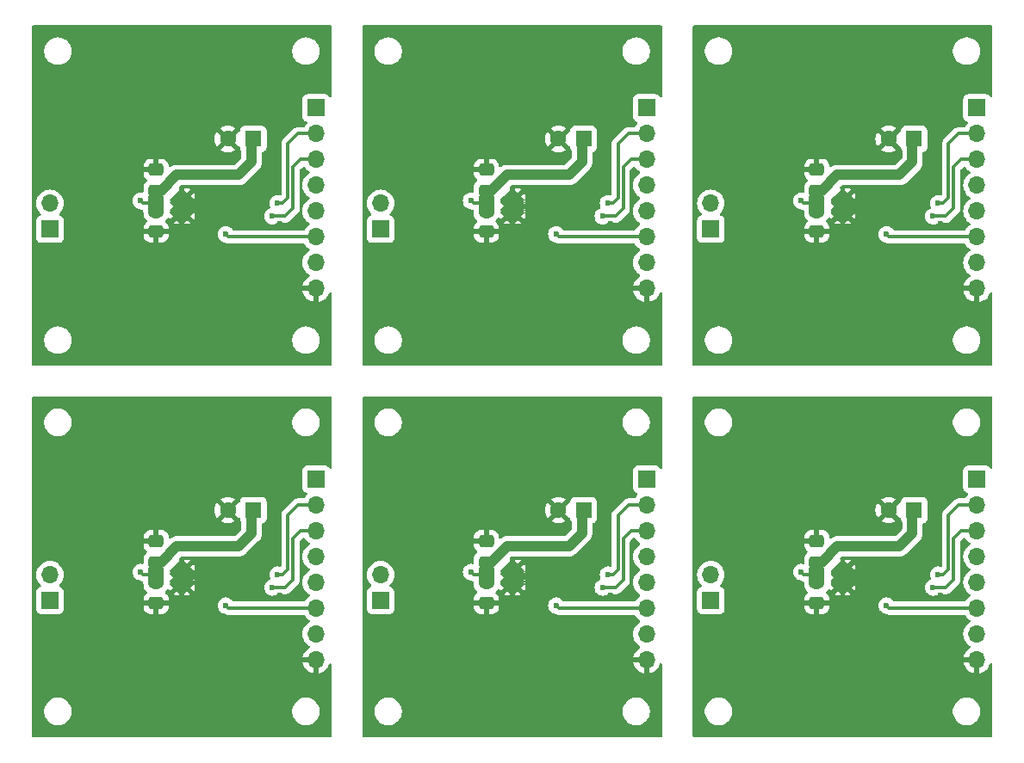
<source format=gbr>
%TF.GenerationSoftware,KiCad,Pcbnew,8.0.4*%
%TF.CreationDate,2024-08-17T22:53:07+02:00*%
%TF.ProjectId,,58585858-5858-4585-9858-585858585858,rev?*%
%TF.SameCoordinates,Original*%
%TF.FileFunction,Copper,L2,Bot*%
%TF.FilePolarity,Positive*%
%FSLAX46Y46*%
G04 Gerber Fmt 4.6, Leading zero omitted, Abs format (unit mm)*
G04 Created by KiCad (PCBNEW 8.0.4) date 2024-08-17 22:53:07*
%MOMM*%
%LPD*%
G01*
G04 APERTURE LIST*
G04 Aperture macros list*
%AMRoundRect*
0 Rectangle with rounded corners*
0 $1 Rounding radius*
0 $2 $3 $4 $5 $6 $7 $8 $9 X,Y pos of 4 corners*
0 Add a 4 corners polygon primitive as box body*
4,1,4,$2,$3,$4,$5,$6,$7,$8,$9,$2,$3,0*
0 Add four circle primitives for the rounded corners*
1,1,$1+$1,$2,$3*
1,1,$1+$1,$4,$5*
1,1,$1+$1,$6,$7*
1,1,$1+$1,$8,$9*
0 Add four rect primitives between the rounded corners*
20,1,$1+$1,$2,$3,$4,$5,0*
20,1,$1+$1,$4,$5,$6,$7,0*
20,1,$1+$1,$6,$7,$8,$9,0*
20,1,$1+$1,$8,$9,$2,$3,0*%
G04 Aperture macros list end*
%TA.AperFunction,SMDPad,CuDef*%
%ADD10RoundRect,0.250000X0.475000X-0.337500X0.475000X0.337500X-0.475000X0.337500X-0.475000X-0.337500X0*%
%TD*%
%TA.AperFunction,SMDPad,CuDef*%
%ADD11RoundRect,0.250000X-0.475000X0.337500X-0.475000X-0.337500X0.475000X-0.337500X0.475000X0.337500X0*%
%TD*%
%TA.AperFunction,ComponentPad*%
%ADD12C,0.500000*%
%TD*%
%TA.AperFunction,SMDPad,CuDef*%
%ADD13RoundRect,0.250001X-0.499999X-0.999999X0.499999X-0.999999X0.499999X0.999999X-0.499999X0.999999X0*%
%TD*%
%TA.AperFunction,ComponentPad*%
%ADD14R,1.700000X1.700000*%
%TD*%
%TA.AperFunction,ComponentPad*%
%ADD15O,1.700000X1.700000*%
%TD*%
%TA.AperFunction,ComponentPad*%
%ADD16R,1.600000X1.600000*%
%TD*%
%TA.AperFunction,ComponentPad*%
%ADD17C,1.600000*%
%TD*%
%TA.AperFunction,ViaPad*%
%ADD18C,0.600000*%
%TD*%
%TA.AperFunction,Conductor*%
%ADD19C,0.300000*%
%TD*%
%TA.AperFunction,Conductor*%
%ADD20C,1.000000*%
%TD*%
%TA.AperFunction,Conductor*%
%ADD21C,1.500000*%
%TD*%
G04 APERTURE END LIST*
D10*
%TO.P,C2,1*%
%TO.N,Board_4-GND*%
X145960000Y-84372500D03*
%TO.P,C2,2*%
%TO.N,Board_4-Net-(J1-Pin_1)*%
X145960000Y-82297500D03*
%TD*%
D11*
%TO.P,C6,1*%
%TO.N,Board_0-GND*%
X113480000Y-41732500D03*
%TO.P,C6,2*%
%TO.N,Board_0-Net-(J1-Pin_1)*%
X113480000Y-43807500D03*
%TD*%
D10*
%TO.P,C2,1*%
%TO.N,Board_5-GND*%
X178440000Y-84372500D03*
%TO.P,C2,2*%
%TO.N,Board_5-Net-(J1-Pin_1)*%
X178440000Y-82297500D03*
%TD*%
D11*
%TO.P,C6,1*%
%TO.N,Board_2-GND*%
X178440000Y-41732500D03*
%TO.P,C6,2*%
%TO.N,Board_2-Net-(J1-Pin_1)*%
X178440000Y-43807500D03*
%TD*%
%TO.P,C6,1*%
%TO.N,Board_3-GND*%
X113480000Y-78276500D03*
%TO.P,C6,2*%
%TO.N,Board_3-Net-(J1-Pin_1)*%
X113480000Y-80351500D03*
%TD*%
%TO.P,C6,1*%
%TO.N,Board_4-GND*%
X145960000Y-78276500D03*
%TO.P,C6,2*%
%TO.N,Board_4-Net-(J1-Pin_1)*%
X145960000Y-80351500D03*
%TD*%
%TO.P,C6,1*%
%TO.N,Board_1-GND*%
X145960000Y-41732500D03*
%TO.P,C6,2*%
%TO.N,Board_1-Net-(J1-Pin_1)*%
X145960000Y-43807500D03*
%TD*%
D10*
%TO.P,C2,1*%
%TO.N,Board_2-GND*%
X178440000Y-47828500D03*
%TO.P,C2,2*%
%TO.N,Board_2-Net-(J1-Pin_1)*%
X178440000Y-45753500D03*
%TD*%
D11*
%TO.P,C6,1*%
%TO.N,Board_5-GND*%
X178440000Y-78276500D03*
%TO.P,C6,2*%
%TO.N,Board_5-Net-(J1-Pin_1)*%
X178440000Y-80351500D03*
%TD*%
D10*
%TO.P,C2,1*%
%TO.N,Board_3-GND*%
X113480000Y-84372500D03*
%TO.P,C2,2*%
%TO.N,Board_3-Net-(J1-Pin_1)*%
X113480000Y-82297500D03*
%TD*%
%TO.P,C2,1*%
%TO.N,Board_0-GND*%
X113480000Y-47828500D03*
%TO.P,C2,2*%
%TO.N,Board_0-Net-(J1-Pin_1)*%
X113480000Y-45753500D03*
%TD*%
%TO.P,C2,1*%
%TO.N,Board_1-GND*%
X145960000Y-47828500D03*
%TO.P,C2,2*%
%TO.N,Board_1-Net-(J1-Pin_1)*%
X145960000Y-45753500D03*
%TD*%
D12*
%TO.P,U1,17,GND*%
%TO.N,Board_4-GND*%
X148008000Y-80848500D03*
X148008000Y-81848500D03*
X148008000Y-82848500D03*
D13*
X148508000Y-81848500D03*
D12*
X149008000Y-80848500D03*
X149008000Y-81848500D03*
X149008000Y-82848500D03*
%TD*%
D14*
%TO.P,J1,1,Pin_1*%
%TO.N,Board_1-Net-(J1-Pin_1)*%
X161708000Y-35636500D03*
D15*
%TO.P,J1,2,Pin_2*%
%TO.N,Board_1-Net-(J1-Pin_2)*%
X161708000Y-38176500D03*
%TO.P,J1,3,Pin_3*%
%TO.N,Board_1-Net-(J1-Pin_3)*%
X161708000Y-40716500D03*
%TO.P,J1,4,Pin_4*%
%TO.N,Board_1-Net-(J1-Pin_4)*%
X161708000Y-43256500D03*
%TO.P,J1,5,Pin_5*%
%TO.N,Board_1-Net-(J1-Pin_5)*%
X161708000Y-45796500D03*
%TO.P,J1,6,Pin_6*%
%TO.N,Board_1-Net-(J1-Pin_6)*%
X161708000Y-48336500D03*
%TO.P,J1,7,Pin_7*%
%TO.N,Board_1-Net-(J1-Pin_7)*%
X161708000Y-50876500D03*
%TO.P,J1,8,Pin_8*%
%TO.N,Board_1-GND*%
X161708000Y-53416500D03*
%TD*%
D16*
%TO.P,C7,1*%
%TO.N,Board_3-Net-(J1-Pin_1)*%
X123044380Y-75228500D03*
D17*
%TO.P,C7,2*%
%TO.N,Board_3-GND*%
X120544380Y-75228500D03*
%TD*%
D12*
%TO.P,U1,17,GND*%
%TO.N,Board_5-GND*%
X180488000Y-80848500D03*
X180488000Y-81848500D03*
X180488000Y-82848500D03*
D13*
X180988000Y-81848500D03*
D12*
X181488000Y-80848500D03*
X181488000Y-81848500D03*
X181488000Y-82848500D03*
%TD*%
D14*
%TO.P,J2,1,Pin_1*%
%TO.N,Board_2-Net-(J2-Pin_1)*%
X168026000Y-47579500D03*
D15*
%TO.P,J2,2,Pin_2*%
%TO.N,Board_2-Net-(J2-Pin_2)*%
X168026000Y-45039500D03*
%TD*%
D14*
%TO.P,J1,1,Pin_1*%
%TO.N,Board_0-Net-(J1-Pin_1)*%
X129228000Y-35636500D03*
D15*
%TO.P,J1,2,Pin_2*%
%TO.N,Board_0-Net-(J1-Pin_2)*%
X129228000Y-38176500D03*
%TO.P,J1,3,Pin_3*%
%TO.N,Board_0-Net-(J1-Pin_3)*%
X129228000Y-40716500D03*
%TO.P,J1,4,Pin_4*%
%TO.N,Board_0-Net-(J1-Pin_4)*%
X129228000Y-43256500D03*
%TO.P,J1,5,Pin_5*%
%TO.N,Board_0-Net-(J1-Pin_5)*%
X129228000Y-45796500D03*
%TO.P,J1,6,Pin_6*%
%TO.N,Board_0-Net-(J1-Pin_6)*%
X129228000Y-48336500D03*
%TO.P,J1,7,Pin_7*%
%TO.N,Board_0-Net-(J1-Pin_7)*%
X129228000Y-50876500D03*
%TO.P,J1,8,Pin_8*%
%TO.N,Board_0-GND*%
X129228000Y-53416500D03*
%TD*%
D16*
%TO.P,C7,1*%
%TO.N,Board_5-Net-(J1-Pin_1)*%
X188004380Y-75228500D03*
D17*
%TO.P,C7,2*%
%TO.N,Board_5-GND*%
X185504380Y-75228500D03*
%TD*%
D14*
%TO.P,J2,1,Pin_1*%
%TO.N,Board_4-Net-(J2-Pin_1)*%
X135546000Y-84123500D03*
D15*
%TO.P,J2,2,Pin_2*%
%TO.N,Board_4-Net-(J2-Pin_2)*%
X135546000Y-81583500D03*
%TD*%
D14*
%TO.P,J2,1,Pin_1*%
%TO.N,Board_0-Net-(J2-Pin_1)*%
X103066000Y-47579500D03*
D15*
%TO.P,J2,2,Pin_2*%
%TO.N,Board_0-Net-(J2-Pin_2)*%
X103066000Y-45039500D03*
%TD*%
D16*
%TO.P,C7,1*%
%TO.N,Board_4-Net-(J1-Pin_1)*%
X155524380Y-75228500D03*
D17*
%TO.P,C7,2*%
%TO.N,Board_4-GND*%
X153024380Y-75228500D03*
%TD*%
D12*
%TO.P,U1,17,GND*%
%TO.N,Board_2-GND*%
X180488000Y-44304500D03*
X180488000Y-45304500D03*
X180488000Y-46304500D03*
D13*
X180988000Y-45304500D03*
D12*
X181488000Y-44304500D03*
X181488000Y-45304500D03*
X181488000Y-46304500D03*
%TD*%
D14*
%TO.P,J2,1,Pin_1*%
%TO.N,Board_1-Net-(J2-Pin_1)*%
X135546000Y-47579500D03*
D15*
%TO.P,J2,2,Pin_2*%
%TO.N,Board_1-Net-(J2-Pin_2)*%
X135546000Y-45039500D03*
%TD*%
D16*
%TO.P,C7,1*%
%TO.N,Board_1-Net-(J1-Pin_1)*%
X155524380Y-38684500D03*
D17*
%TO.P,C7,2*%
%TO.N,Board_1-GND*%
X153024380Y-38684500D03*
%TD*%
D14*
%TO.P,J1,1,Pin_1*%
%TO.N,Board_3-Net-(J1-Pin_1)*%
X129228000Y-72180500D03*
D15*
%TO.P,J1,2,Pin_2*%
%TO.N,Board_3-Net-(J1-Pin_2)*%
X129228000Y-74720500D03*
%TO.P,J1,3,Pin_3*%
%TO.N,Board_3-Net-(J1-Pin_3)*%
X129228000Y-77260500D03*
%TO.P,J1,4,Pin_4*%
%TO.N,Board_3-Net-(J1-Pin_4)*%
X129228000Y-79800500D03*
%TO.P,J1,5,Pin_5*%
%TO.N,Board_3-Net-(J1-Pin_5)*%
X129228000Y-82340500D03*
%TO.P,J1,6,Pin_6*%
%TO.N,Board_3-Net-(J1-Pin_6)*%
X129228000Y-84880500D03*
%TO.P,J1,7,Pin_7*%
%TO.N,Board_3-Net-(J1-Pin_7)*%
X129228000Y-87420500D03*
%TO.P,J1,8,Pin_8*%
%TO.N,Board_3-GND*%
X129228000Y-89960500D03*
%TD*%
D12*
%TO.P,U1,17,GND*%
%TO.N,Board_3-GND*%
X115528000Y-80848500D03*
X115528000Y-81848500D03*
X115528000Y-82848500D03*
D13*
X116028000Y-81848500D03*
D12*
X116528000Y-80848500D03*
X116528000Y-81848500D03*
X116528000Y-82848500D03*
%TD*%
D14*
%TO.P,J1,1,Pin_1*%
%TO.N,Board_4-Net-(J1-Pin_1)*%
X161708000Y-72180500D03*
D15*
%TO.P,J1,2,Pin_2*%
%TO.N,Board_4-Net-(J1-Pin_2)*%
X161708000Y-74720500D03*
%TO.P,J1,3,Pin_3*%
%TO.N,Board_4-Net-(J1-Pin_3)*%
X161708000Y-77260500D03*
%TO.P,J1,4,Pin_4*%
%TO.N,Board_4-Net-(J1-Pin_4)*%
X161708000Y-79800500D03*
%TO.P,J1,5,Pin_5*%
%TO.N,Board_4-Net-(J1-Pin_5)*%
X161708000Y-82340500D03*
%TO.P,J1,6,Pin_6*%
%TO.N,Board_4-Net-(J1-Pin_6)*%
X161708000Y-84880500D03*
%TO.P,J1,7,Pin_7*%
%TO.N,Board_4-Net-(J1-Pin_7)*%
X161708000Y-87420500D03*
%TO.P,J1,8,Pin_8*%
%TO.N,Board_4-GND*%
X161708000Y-89960500D03*
%TD*%
D14*
%TO.P,J1,1,Pin_1*%
%TO.N,Board_5-Net-(J1-Pin_1)*%
X194188000Y-72180500D03*
D15*
%TO.P,J1,2,Pin_2*%
%TO.N,Board_5-Net-(J1-Pin_2)*%
X194188000Y-74720500D03*
%TO.P,J1,3,Pin_3*%
%TO.N,Board_5-Net-(J1-Pin_3)*%
X194188000Y-77260500D03*
%TO.P,J1,4,Pin_4*%
%TO.N,Board_5-Net-(J1-Pin_4)*%
X194188000Y-79800500D03*
%TO.P,J1,5,Pin_5*%
%TO.N,Board_5-Net-(J1-Pin_5)*%
X194188000Y-82340500D03*
%TO.P,J1,6,Pin_6*%
%TO.N,Board_5-Net-(J1-Pin_6)*%
X194188000Y-84880500D03*
%TO.P,J1,7,Pin_7*%
%TO.N,Board_5-Net-(J1-Pin_7)*%
X194188000Y-87420500D03*
%TO.P,J1,8,Pin_8*%
%TO.N,Board_5-GND*%
X194188000Y-89960500D03*
%TD*%
D14*
%TO.P,J2,1,Pin_1*%
%TO.N,Board_5-Net-(J2-Pin_1)*%
X168026000Y-84123500D03*
D15*
%TO.P,J2,2,Pin_2*%
%TO.N,Board_5-Net-(J2-Pin_2)*%
X168026000Y-81583500D03*
%TD*%
D12*
%TO.P,U1,17,GND*%
%TO.N,Board_1-GND*%
X148008000Y-44304500D03*
X148008000Y-45304500D03*
X148008000Y-46304500D03*
D13*
X148508000Y-45304500D03*
D12*
X149008000Y-44304500D03*
X149008000Y-45304500D03*
X149008000Y-46304500D03*
%TD*%
D14*
%TO.P,J1,1,Pin_1*%
%TO.N,Board_2-Net-(J1-Pin_1)*%
X194188000Y-35636500D03*
D15*
%TO.P,J1,2,Pin_2*%
%TO.N,Board_2-Net-(J1-Pin_2)*%
X194188000Y-38176500D03*
%TO.P,J1,3,Pin_3*%
%TO.N,Board_2-Net-(J1-Pin_3)*%
X194188000Y-40716500D03*
%TO.P,J1,4,Pin_4*%
%TO.N,Board_2-Net-(J1-Pin_4)*%
X194188000Y-43256500D03*
%TO.P,J1,5,Pin_5*%
%TO.N,Board_2-Net-(J1-Pin_5)*%
X194188000Y-45796500D03*
%TO.P,J1,6,Pin_6*%
%TO.N,Board_2-Net-(J1-Pin_6)*%
X194188000Y-48336500D03*
%TO.P,J1,7,Pin_7*%
%TO.N,Board_2-Net-(J1-Pin_7)*%
X194188000Y-50876500D03*
%TO.P,J1,8,Pin_8*%
%TO.N,Board_2-GND*%
X194188000Y-53416500D03*
%TD*%
D14*
%TO.P,J2,1,Pin_1*%
%TO.N,Board_3-Net-(J2-Pin_1)*%
X103066000Y-84123500D03*
D15*
%TO.P,J2,2,Pin_2*%
%TO.N,Board_3-Net-(J2-Pin_2)*%
X103066000Y-81583500D03*
%TD*%
D16*
%TO.P,C7,1*%
%TO.N,Board_2-Net-(J1-Pin_1)*%
X188004380Y-38684500D03*
D17*
%TO.P,C7,2*%
%TO.N,Board_2-GND*%
X185504380Y-38684500D03*
%TD*%
D16*
%TO.P,C7,1*%
%TO.N,Board_0-Net-(J1-Pin_1)*%
X123044380Y-38684500D03*
D17*
%TO.P,C7,2*%
%TO.N,Board_0-GND*%
X120544380Y-38684500D03*
%TD*%
D12*
%TO.P,U1,17,GND*%
%TO.N,Board_0-GND*%
X115528000Y-44304500D03*
X115528000Y-45304500D03*
X115528000Y-46304500D03*
D13*
X116028000Y-45304500D03*
D12*
X116528000Y-44304500D03*
X116528000Y-45304500D03*
X116528000Y-46304500D03*
%TD*%
D18*
%TO.N,Board_5-Net-(J1-Pin_6)*%
X185298000Y-84626500D03*
%TO.N,Board_5-Net-(J1-Pin_3)*%
X189870000Y-82848500D03*
%TO.N,Board_5-Net-(J1-Pin_2)*%
X190378000Y-81578500D03*
%TO.N,Board_5-Net-(J1-Pin_1)*%
X176916000Y-81324500D03*
%TO.N,Board_5-GND*%
X168280000Y-75228500D03*
X176916000Y-84626500D03*
X170820000Y-72688500D03*
X173353481Y-88037257D03*
X186060000Y-93008500D03*
X170820000Y-77768500D03*
X175900000Y-67608500D03*
X188600000Y-67608500D03*
X186060000Y-65068500D03*
X168280000Y-87928500D03*
X188600000Y-93008500D03*
X191902000Y-83610500D03*
X173360000Y-79546500D03*
X186060000Y-90468500D03*
X175900000Y-79546500D03*
X170820000Y-90468500D03*
X191394000Y-88690500D03*
X178440000Y-87928500D03*
X180218000Y-73196500D03*
X180980000Y-93008500D03*
X170820000Y-82848500D03*
X175900000Y-95548500D03*
X178440000Y-71926500D03*
X183520000Y-93008500D03*
X185298000Y-86404500D03*
X178440000Y-90468500D03*
X168280000Y-77768500D03*
X188600000Y-70148500D03*
X180980000Y-87928500D03*
X191902000Y-73704500D03*
X190124000Y-78784500D03*
X183520000Y-87928500D03*
X175900000Y-77768500D03*
X170820000Y-87928500D03*
X175900000Y-87928500D03*
X178440000Y-65068500D03*
X183774000Y-72434500D03*
X173360000Y-77768500D03*
X175926379Y-90461719D03*
X173614000Y-82848500D03*
X180980000Y-95548500D03*
X188600000Y-90468500D03*
X181996000Y-71926500D03*
X178440000Y-67608500D03*
X186060000Y-87928500D03*
X173360000Y-90468500D03*
X185298000Y-83102500D03*
X186060000Y-95548500D03*
X170820000Y-70148500D03*
X183520000Y-65068500D03*
X168280000Y-90468500D03*
X173360000Y-65068500D03*
X178440000Y-93008500D03*
X188571185Y-95544066D03*
X181996000Y-84626500D03*
X168280000Y-70148500D03*
X173360000Y-75228500D03*
X186060000Y-70148500D03*
X178440000Y-70148500D03*
X180218000Y-84626500D03*
X173360000Y-95548500D03*
X180980000Y-70148500D03*
X188600000Y-65068500D03*
X178440000Y-95548500D03*
X175900000Y-75228500D03*
X191140000Y-70148500D03*
X183520000Y-84626500D03*
X180218000Y-77260500D03*
X183520000Y-67608500D03*
X183520000Y-95548500D03*
X180980000Y-90468500D03*
X191140000Y-91992500D03*
X168280000Y-72688500D03*
X183520000Y-90468500D03*
X180980000Y-65068500D03*
X186060000Y-67608500D03*
X175900000Y-93008500D03*
X188600000Y-87928500D03*
X175900000Y-65068500D03*
X187330000Y-91738500D03*
X190632000Y-83610500D03*
X189362000Y-86404500D03*
X178440000Y-86150500D03*
X183774000Y-77514500D03*
X173360000Y-72688500D03*
X170820000Y-75228500D03*
X173360000Y-93008500D03*
X173360000Y-67608500D03*
X180980000Y-67608500D03*
X195204000Y-92500500D03*
X175900000Y-72688500D03*
X189616000Y-89198500D03*
X183520000Y-70148500D03*
%TO.N,Board_4-Net-(J1-Pin_6)*%
X152818000Y-84626500D03*
%TO.N,Board_4-Net-(J1-Pin_3)*%
X157390000Y-82848500D03*
%TO.N,Board_4-Net-(J1-Pin_2)*%
X157898000Y-81578500D03*
%TO.N,Board_4-Net-(J1-Pin_1)*%
X144436000Y-81324500D03*
%TO.N,Board_4-GND*%
X152818000Y-83102500D03*
X145960000Y-95548500D03*
X140880000Y-90468500D03*
X143420000Y-67608500D03*
X157136000Y-89198500D03*
X156120000Y-90468500D03*
X135800000Y-70148500D03*
X151040000Y-95548500D03*
X153580000Y-67608500D03*
X148500000Y-65068500D03*
X148500000Y-87928500D03*
X140880000Y-65068500D03*
X143420000Y-65068500D03*
X148500000Y-90468500D03*
X153580000Y-70148500D03*
X154850000Y-91738500D03*
X153580000Y-90468500D03*
X140880000Y-75228500D03*
X148500000Y-93008500D03*
X151040000Y-67608500D03*
X145960000Y-87928500D03*
X148500000Y-67608500D03*
X151040000Y-70148500D03*
X143420000Y-95548500D03*
X143420000Y-79546500D03*
X140880000Y-79546500D03*
X138340000Y-75228500D03*
X156120000Y-87928500D03*
X141134000Y-82848500D03*
X156882000Y-86404500D03*
X135800000Y-72688500D03*
X151040000Y-93008500D03*
X140880000Y-72688500D03*
X138340000Y-77768500D03*
X151294000Y-77514500D03*
X158914000Y-88690500D03*
X135800000Y-87928500D03*
X156120000Y-67608500D03*
X143420000Y-77768500D03*
X145960000Y-65068500D03*
X149516000Y-71926500D03*
X152818000Y-86404500D03*
X138340000Y-90468500D03*
X145960000Y-93008500D03*
X140880000Y-67608500D03*
X156120000Y-93008500D03*
X135800000Y-75228500D03*
X138340000Y-72688500D03*
X151040000Y-90468500D03*
X145960000Y-70148500D03*
X151040000Y-65068500D03*
X158660000Y-91992500D03*
X138340000Y-82848500D03*
X145960000Y-86150500D03*
X144436000Y-84626500D03*
X153580000Y-65068500D03*
X151040000Y-87928500D03*
X147738000Y-77260500D03*
X148500000Y-70148500D03*
X135800000Y-77768500D03*
X151040000Y-84626500D03*
X140880000Y-95548500D03*
X149516000Y-84626500D03*
X143420000Y-93008500D03*
X140880000Y-77768500D03*
X143420000Y-87928500D03*
X147738000Y-73196500D03*
X143420000Y-75228500D03*
X158660000Y-70148500D03*
X143420000Y-72688500D03*
X151294000Y-72434500D03*
X148500000Y-95548500D03*
X156091185Y-95544066D03*
X156120000Y-65068500D03*
X145960000Y-71926500D03*
X159422000Y-73704500D03*
X138340000Y-87928500D03*
X153580000Y-87928500D03*
X159422000Y-83610500D03*
X145960000Y-90468500D03*
X153580000Y-95548500D03*
X153580000Y-93008500D03*
X138340000Y-70148500D03*
X157644000Y-78784500D03*
X158152000Y-83610500D03*
X145960000Y-67608500D03*
X140873481Y-88037257D03*
X140880000Y-93008500D03*
X147738000Y-84626500D03*
X135800000Y-90468500D03*
X143446379Y-90461719D03*
X162724000Y-92500500D03*
X156120000Y-70148500D03*
%TO.N,Board_3-Net-(J1-Pin_6)*%
X120338000Y-84626500D03*
%TO.N,Board_3-Net-(J1-Pin_3)*%
X124910000Y-82848500D03*
%TO.N,Board_3-Net-(J1-Pin_2)*%
X125418000Y-81578500D03*
%TO.N,Board_3-Net-(J1-Pin_1)*%
X111956000Y-81324500D03*
%TO.N,Board_3-GND*%
X108400000Y-65068500D03*
X123640000Y-87928500D03*
X115258000Y-73196500D03*
X121100000Y-90468500D03*
X118560000Y-65068500D03*
X124656000Y-89198500D03*
X113480000Y-86150500D03*
X120338000Y-83102500D03*
X103320000Y-87928500D03*
X126942000Y-73704500D03*
X105860000Y-72688500D03*
X110966379Y-90461719D03*
X116020000Y-93008500D03*
X103320000Y-75228500D03*
X130244000Y-92500500D03*
X118560000Y-95548500D03*
X110940000Y-72688500D03*
X124402000Y-86404500D03*
X121100000Y-93008500D03*
X116020000Y-95548500D03*
X118560000Y-67608500D03*
X108400000Y-90468500D03*
X122370000Y-91738500D03*
X105860000Y-70148500D03*
X103320000Y-72688500D03*
X115258000Y-84626500D03*
X125164000Y-78784500D03*
X118560000Y-87928500D03*
X116020000Y-70148500D03*
X108400000Y-72688500D03*
X116020000Y-65068500D03*
X126942000Y-83610500D03*
X110940000Y-65068500D03*
X113480000Y-87928500D03*
X110940000Y-93008500D03*
X117036000Y-84626500D03*
X103320000Y-70148500D03*
X113480000Y-93008500D03*
X113480000Y-65068500D03*
X123640000Y-65068500D03*
X108400000Y-93008500D03*
X118560000Y-84626500D03*
X105860000Y-82848500D03*
X123640000Y-70148500D03*
X115258000Y-77260500D03*
X118560000Y-90468500D03*
X113480000Y-70148500D03*
X108400000Y-77768500D03*
X120338000Y-86404500D03*
X113480000Y-90468500D03*
X103320000Y-77768500D03*
X103320000Y-90468500D03*
X121100000Y-65068500D03*
X105860000Y-75228500D03*
X121100000Y-67608500D03*
X105860000Y-90468500D03*
X123640000Y-93008500D03*
X108400000Y-75228500D03*
X126434000Y-88690500D03*
X110940000Y-87928500D03*
X118560000Y-93008500D03*
X126180000Y-91992500D03*
X108393481Y-88037257D03*
X108400000Y-67608500D03*
X116020000Y-87928500D03*
X108654000Y-82848500D03*
X118814000Y-72434500D03*
X121100000Y-87928500D03*
X108400000Y-79546500D03*
X113480000Y-95548500D03*
X111956000Y-84626500D03*
X117036000Y-71926500D03*
X125672000Y-83610500D03*
X105860000Y-77768500D03*
X110940000Y-75228500D03*
X123640000Y-90468500D03*
X121100000Y-70148500D03*
X110940000Y-77768500D03*
X126180000Y-70148500D03*
X123611185Y-95544066D03*
X108400000Y-95548500D03*
X121100000Y-95548500D03*
X113480000Y-71926500D03*
X123640000Y-67608500D03*
X116020000Y-67608500D03*
X118560000Y-70148500D03*
X118814000Y-77514500D03*
X105860000Y-87928500D03*
X110940000Y-95548500D03*
X110940000Y-79546500D03*
X110940000Y-67608500D03*
X113480000Y-67608500D03*
X116020000Y-90468500D03*
%TO.N,Board_2-Net-(J1-Pin_6)*%
X185298000Y-48082500D03*
%TO.N,Board_2-Net-(J1-Pin_3)*%
X189870000Y-46304500D03*
%TO.N,Board_2-Net-(J1-Pin_2)*%
X190378000Y-45034500D03*
%TO.N,Board_2-Net-(J1-Pin_1)*%
X176916000Y-44780500D03*
%TO.N,Board_2-GND*%
X178440000Y-33604500D03*
X186060000Y-28524500D03*
X173353481Y-51493257D03*
X190632000Y-47066500D03*
X180218000Y-40716500D03*
X178440000Y-49606500D03*
X170820000Y-51384500D03*
X180980000Y-59004500D03*
X175900000Y-59004500D03*
X180980000Y-33604500D03*
X188600000Y-31064500D03*
X175900000Y-38684500D03*
X190124000Y-42240500D03*
X173360000Y-59004500D03*
X188600000Y-33604500D03*
X180980000Y-53924500D03*
X175926379Y-53917719D03*
X175900000Y-28524500D03*
X173360000Y-31064500D03*
X178440000Y-28524500D03*
X183774000Y-35890500D03*
X178440000Y-35382500D03*
X185298000Y-49860500D03*
X189616000Y-52654500D03*
X191140000Y-33604500D03*
X168280000Y-51384500D03*
X188600000Y-51384500D03*
X180980000Y-56464500D03*
X175900000Y-41224500D03*
X191902000Y-47066500D03*
X186060000Y-53924500D03*
X168280000Y-38684500D03*
X175900000Y-43002500D03*
X173360000Y-53924500D03*
X175900000Y-56464500D03*
X187330000Y-55194500D03*
X183520000Y-28524500D03*
X183520000Y-56464500D03*
X170820000Y-36144500D03*
X176916000Y-48082500D03*
X183520000Y-48082500D03*
X195204000Y-55956500D03*
X181996000Y-35382500D03*
X168280000Y-36144500D03*
X183520000Y-31064500D03*
X178440000Y-59004500D03*
X170820000Y-33604500D03*
X173360000Y-41224500D03*
X178440000Y-53924500D03*
X168280000Y-53924500D03*
X183520000Y-53924500D03*
X173360000Y-56464500D03*
X170820000Y-41224500D03*
X168280000Y-41224500D03*
X183520000Y-59004500D03*
X180980000Y-51384500D03*
X180980000Y-28524500D03*
X183520000Y-33604500D03*
X186060000Y-56464500D03*
X191394000Y-52146500D03*
X185298000Y-46558500D03*
X191902000Y-37160500D03*
X186060000Y-31064500D03*
X178440000Y-31064500D03*
X180218000Y-48082500D03*
X178440000Y-56464500D03*
X175900000Y-51384500D03*
X188571185Y-59000066D03*
X191140000Y-55448500D03*
X170820000Y-38684500D03*
X183520000Y-51384500D03*
X175900000Y-36144500D03*
X173360000Y-28524500D03*
X170820000Y-53924500D03*
X188600000Y-53924500D03*
X189362000Y-49860500D03*
X186060000Y-33604500D03*
X188600000Y-28524500D03*
X181996000Y-48082500D03*
X180218000Y-36652500D03*
X173360000Y-43002500D03*
X173360000Y-38684500D03*
X188600000Y-56464500D03*
X178440000Y-51384500D03*
X173360000Y-36144500D03*
X183774000Y-40970500D03*
X180980000Y-31064500D03*
X175900000Y-31064500D03*
X168280000Y-33604500D03*
X186060000Y-59004500D03*
X173614000Y-46304500D03*
X170820000Y-46304500D03*
X186060000Y-51384500D03*
%TO.N,Board_1-Net-(J1-Pin_6)*%
X152818000Y-48082500D03*
%TO.N,Board_1-Net-(J1-Pin_3)*%
X157390000Y-46304500D03*
%TO.N,Board_1-Net-(J1-Pin_2)*%
X157898000Y-45034500D03*
%TO.N,Board_1-Net-(J1-Pin_1)*%
X144436000Y-44780500D03*
%TO.N,Board_1-GND*%
X153580000Y-53924500D03*
X151294000Y-35890500D03*
X148500000Y-59004500D03*
X156120000Y-51384500D03*
X143446379Y-53917719D03*
X151040000Y-56464500D03*
X151040000Y-53924500D03*
X145960000Y-49606500D03*
X143420000Y-43002500D03*
X149516000Y-35382500D03*
X152818000Y-46558500D03*
X143420000Y-41224500D03*
X148500000Y-53924500D03*
X151040000Y-59004500D03*
X157644000Y-42240500D03*
X154850000Y-55194500D03*
X143420000Y-38684500D03*
X143420000Y-28524500D03*
X138340000Y-41224500D03*
X157136000Y-52654500D03*
X144436000Y-48082500D03*
X158914000Y-52146500D03*
X151040000Y-28524500D03*
X135800000Y-53924500D03*
X151040000Y-51384500D03*
X140873481Y-51493257D03*
X158152000Y-47066500D03*
X156882000Y-49860500D03*
X138340000Y-38684500D03*
X135800000Y-33604500D03*
X148500000Y-51384500D03*
X143420000Y-59004500D03*
X151040000Y-33604500D03*
X145960000Y-35382500D03*
X148500000Y-28524500D03*
X135800000Y-36144500D03*
X153580000Y-31064500D03*
X145960000Y-51384500D03*
X135800000Y-38684500D03*
X138340000Y-51384500D03*
X140880000Y-36144500D03*
X158660000Y-55448500D03*
X145960000Y-56464500D03*
X138340000Y-53924500D03*
X140880000Y-43002500D03*
X145960000Y-31064500D03*
X151040000Y-48082500D03*
X162724000Y-55956500D03*
X151294000Y-40970500D03*
X148500000Y-31064500D03*
X153580000Y-56464500D03*
X138340000Y-36144500D03*
X140880000Y-38684500D03*
X145960000Y-53924500D03*
X143420000Y-56464500D03*
X140880000Y-41224500D03*
X153580000Y-51384500D03*
X158660000Y-33604500D03*
X147738000Y-36652500D03*
X140880000Y-56464500D03*
X145960000Y-59004500D03*
X153580000Y-59004500D03*
X159422000Y-47066500D03*
X153580000Y-28524500D03*
X145960000Y-33604500D03*
X156120000Y-31064500D03*
X149516000Y-48082500D03*
X159422000Y-37160500D03*
X138340000Y-33604500D03*
X135800000Y-41224500D03*
X151040000Y-31064500D03*
X135800000Y-51384500D03*
X148500000Y-33604500D03*
X156120000Y-56464500D03*
X141134000Y-46304500D03*
X140880000Y-31064500D03*
X140880000Y-53924500D03*
X153580000Y-33604500D03*
X143420000Y-31064500D03*
X145960000Y-28524500D03*
X152818000Y-49860500D03*
X156091185Y-59000066D03*
X138340000Y-46304500D03*
X156120000Y-28524500D03*
X156120000Y-33604500D03*
X147738000Y-48082500D03*
X143420000Y-51384500D03*
X147738000Y-40716500D03*
X140880000Y-59004500D03*
X140880000Y-28524500D03*
X143420000Y-36144500D03*
X148500000Y-56464500D03*
X156120000Y-53924500D03*
%TO.N,Board_0-Net-(J1-Pin_6)*%
X120338000Y-48082500D03*
%TO.N,Board_0-Net-(J1-Pin_3)*%
X124910000Y-46304500D03*
%TO.N,Board_0-Net-(J1-Pin_2)*%
X125418000Y-45034500D03*
%TO.N,Board_0-Net-(J1-Pin_1)*%
X111956000Y-44780500D03*
%TO.N,Board_0-GND*%
X116020000Y-31064500D03*
X108400000Y-43002500D03*
X103320000Y-53924500D03*
X110940000Y-43002500D03*
X123640000Y-53924500D03*
X110940000Y-51384500D03*
X126942000Y-37160500D03*
X123640000Y-33604500D03*
X116020000Y-56464500D03*
X124656000Y-52654500D03*
X116020000Y-51384500D03*
X118560000Y-48082500D03*
X116020000Y-53924500D03*
X123640000Y-51384500D03*
X121100000Y-33604500D03*
X125164000Y-42240500D03*
X111956000Y-48082500D03*
X105860000Y-38684500D03*
X121100000Y-53924500D03*
X115258000Y-48082500D03*
X118560000Y-56464500D03*
X121100000Y-56464500D03*
X123640000Y-28524500D03*
X123640000Y-31064500D03*
X125672000Y-47066500D03*
X108400000Y-38684500D03*
X126942000Y-47066500D03*
X113480000Y-53924500D03*
X105860000Y-36144500D03*
X103320000Y-33604500D03*
X115258000Y-40716500D03*
X105860000Y-51384500D03*
X120338000Y-46558500D03*
X126180000Y-55448500D03*
X108400000Y-41224500D03*
X110940000Y-41224500D03*
X108393481Y-51493257D03*
X116020000Y-33604500D03*
X110940000Y-28524500D03*
X118560000Y-51384500D03*
X115258000Y-36652500D03*
X124402000Y-49860500D03*
X110940000Y-59004500D03*
X118560000Y-53924500D03*
X117036000Y-35382500D03*
X116020000Y-59004500D03*
X121100000Y-31064500D03*
X118560000Y-31064500D03*
X117036000Y-48082500D03*
X122370000Y-55194500D03*
X118560000Y-33604500D03*
X103320000Y-38684500D03*
X113480000Y-28524500D03*
X108654000Y-46304500D03*
X108400000Y-56464500D03*
X116020000Y-28524500D03*
X113480000Y-59004500D03*
X118560000Y-28524500D03*
X118814000Y-40970500D03*
X103320000Y-36144500D03*
X110966379Y-53917719D03*
X110940000Y-31064500D03*
X123640000Y-56464500D03*
X118814000Y-35890500D03*
X113480000Y-31064500D03*
X108400000Y-59004500D03*
X121100000Y-28524500D03*
X130244000Y-55956500D03*
X113480000Y-49606500D03*
X121100000Y-51384500D03*
X103320000Y-41224500D03*
X105860000Y-53924500D03*
X126180000Y-33604500D03*
X113480000Y-51384500D03*
X120338000Y-49860500D03*
X126434000Y-52146500D03*
X113480000Y-33604500D03*
X118560000Y-59004500D03*
X105860000Y-41224500D03*
X113480000Y-56464500D03*
X113480000Y-35382500D03*
X103320000Y-51384500D03*
X108400000Y-31064500D03*
X110940000Y-38684500D03*
X110940000Y-36144500D03*
X121100000Y-59004500D03*
X105860000Y-33604500D03*
X108400000Y-28524500D03*
X110940000Y-56464500D03*
X123611185Y-59000066D03*
X108400000Y-53924500D03*
X108400000Y-36144500D03*
X105860000Y-46304500D03*
%TD*%
D19*
%TO.N,Board_5-Net-(J1-Pin_6)*%
X185552000Y-84880500D02*
X194188000Y-84880500D01*
X185298000Y-84626500D02*
X185552000Y-84880500D01*
%TO.N,Board_5-Net-(J1-Pin_3)*%
X189870000Y-82848500D02*
X191140000Y-82848500D01*
X192664000Y-77260500D02*
X194188000Y-77260500D01*
X191140000Y-82848500D02*
X191902000Y-82086500D01*
X191902000Y-78022500D02*
X192664000Y-77260500D01*
X191902000Y-82086500D02*
X191902000Y-78022500D01*
%TO.N,Board_5-Net-(J1-Pin_2)*%
X190378000Y-81578500D02*
X190886000Y-81578500D01*
X191394000Y-81070500D02*
X191394000Y-75736500D01*
X192410000Y-74720500D02*
X194188000Y-74720500D01*
X191394000Y-75736500D02*
X192410000Y-74720500D01*
X190886000Y-81578500D02*
X191394000Y-81070500D01*
D20*
%TO.N,Board_5-Net-(J1-Pin_1)*%
X187838000Y-77514500D02*
X187838000Y-75394880D01*
X178440000Y-80351500D02*
X178905000Y-80351500D01*
X180472000Y-78784500D02*
X186568000Y-78784500D01*
D19*
X177170000Y-81578500D02*
X177932000Y-81578500D01*
D20*
X187838000Y-75394880D02*
X188004380Y-75228500D01*
D19*
X176916000Y-81324500D02*
X177170000Y-81578500D01*
X177932000Y-81578500D02*
X178440000Y-81070500D01*
D21*
X178440000Y-82297500D02*
X178440000Y-81070500D01*
D20*
X178905000Y-80351500D02*
X180472000Y-78784500D01*
X186568000Y-78784500D02*
X187838000Y-77514500D01*
D19*
%TO.N,Board_4-Net-(J1-Pin_6)*%
X153072000Y-84880500D02*
X161708000Y-84880500D01*
X152818000Y-84626500D02*
X153072000Y-84880500D01*
%TO.N,Board_4-Net-(J1-Pin_3)*%
X159422000Y-78022500D02*
X160184000Y-77260500D01*
X158660000Y-82848500D02*
X159422000Y-82086500D01*
X160184000Y-77260500D02*
X161708000Y-77260500D01*
X159422000Y-82086500D02*
X159422000Y-78022500D01*
X157390000Y-82848500D02*
X158660000Y-82848500D01*
%TO.N,Board_4-Net-(J1-Pin_2)*%
X158914000Y-75736500D02*
X159930000Y-74720500D01*
X159930000Y-74720500D02*
X161708000Y-74720500D01*
X158406000Y-81578500D02*
X158914000Y-81070500D01*
X157898000Y-81578500D02*
X158406000Y-81578500D01*
X158914000Y-81070500D02*
X158914000Y-75736500D01*
D20*
%TO.N,Board_4-Net-(J1-Pin_1)*%
X155358000Y-77514500D02*
X155358000Y-75394880D01*
D19*
X144690000Y-81578500D02*
X145452000Y-81578500D01*
X144436000Y-81324500D02*
X144690000Y-81578500D01*
D20*
X146425000Y-80351500D02*
X147992000Y-78784500D01*
D21*
X145960000Y-82297500D02*
X145960000Y-81070500D01*
D20*
X147992000Y-78784500D02*
X154088000Y-78784500D01*
D19*
X145452000Y-81578500D02*
X145960000Y-81070500D01*
D20*
X155358000Y-75394880D02*
X155524380Y-75228500D01*
X145960000Y-80351500D02*
X146425000Y-80351500D01*
X154088000Y-78784500D02*
X155358000Y-77514500D01*
D19*
%TO.N,Board_3-Net-(J1-Pin_6)*%
X120338000Y-84626500D02*
X120592000Y-84880500D01*
X120592000Y-84880500D02*
X129228000Y-84880500D01*
%TO.N,Board_3-Net-(J1-Pin_3)*%
X127704000Y-77260500D02*
X129228000Y-77260500D01*
X124910000Y-82848500D02*
X126180000Y-82848500D01*
X126180000Y-82848500D02*
X126942000Y-82086500D01*
X126942000Y-82086500D02*
X126942000Y-78022500D01*
X126942000Y-78022500D02*
X127704000Y-77260500D01*
%TO.N,Board_3-Net-(J1-Pin_2)*%
X126434000Y-75736500D02*
X127450000Y-74720500D01*
X127450000Y-74720500D02*
X129228000Y-74720500D01*
X126434000Y-81070500D02*
X126434000Y-75736500D01*
X125926000Y-81578500D02*
X126434000Y-81070500D01*
X125418000Y-81578500D02*
X125926000Y-81578500D01*
%TO.N,Board_3-Net-(J1-Pin_1)*%
X111956000Y-81324500D02*
X112210000Y-81578500D01*
X112210000Y-81578500D02*
X112972000Y-81578500D01*
D21*
X113480000Y-82297500D02*
X113480000Y-81070500D01*
D20*
X122878000Y-77514500D02*
X122878000Y-75394880D01*
X121608000Y-78784500D02*
X122878000Y-77514500D01*
D19*
X112972000Y-81578500D02*
X113480000Y-81070500D01*
D20*
X122878000Y-75394880D02*
X123044380Y-75228500D01*
X113945000Y-80351500D02*
X115512000Y-78784500D01*
X115512000Y-78784500D02*
X121608000Y-78784500D01*
X113480000Y-80351500D02*
X113945000Y-80351500D01*
D19*
%TO.N,Board_2-Net-(J1-Pin_6)*%
X185298000Y-48082500D02*
X185552000Y-48336500D01*
X185552000Y-48336500D02*
X194188000Y-48336500D01*
%TO.N,Board_2-Net-(J1-Pin_3)*%
X192664000Y-40716500D02*
X194188000Y-40716500D01*
X191902000Y-41478500D02*
X192664000Y-40716500D01*
X191902000Y-45542500D02*
X191902000Y-41478500D01*
X191140000Y-46304500D02*
X191902000Y-45542500D01*
X189870000Y-46304500D02*
X191140000Y-46304500D01*
%TO.N,Board_2-Net-(J1-Pin_2)*%
X191394000Y-39192500D02*
X192410000Y-38176500D01*
X190886000Y-45034500D02*
X191394000Y-44526500D01*
X192410000Y-38176500D02*
X194188000Y-38176500D01*
X190378000Y-45034500D02*
X190886000Y-45034500D01*
X191394000Y-44526500D02*
X191394000Y-39192500D01*
D20*
%TO.N,Board_2-Net-(J1-Pin_1)*%
X187838000Y-38850880D02*
X188004380Y-38684500D01*
D19*
X177932000Y-45034500D02*
X178440000Y-44526500D01*
D21*
X178440000Y-45753500D02*
X178440000Y-44526500D01*
D20*
X178905000Y-43807500D02*
X180472000Y-42240500D01*
D19*
X177170000Y-45034500D02*
X177932000Y-45034500D01*
D20*
X178440000Y-43807500D02*
X178905000Y-43807500D01*
X186568000Y-42240500D02*
X187838000Y-40970500D01*
X187838000Y-40970500D02*
X187838000Y-38850880D01*
X180472000Y-42240500D02*
X186568000Y-42240500D01*
D19*
X176916000Y-44780500D02*
X177170000Y-45034500D01*
%TO.N,Board_1-Net-(J1-Pin_6)*%
X153072000Y-48336500D02*
X161708000Y-48336500D01*
X152818000Y-48082500D02*
X153072000Y-48336500D01*
%TO.N,Board_1-Net-(J1-Pin_3)*%
X158660000Y-46304500D02*
X159422000Y-45542500D01*
X159422000Y-45542500D02*
X159422000Y-41478500D01*
X160184000Y-40716500D02*
X161708000Y-40716500D01*
X159422000Y-41478500D02*
X160184000Y-40716500D01*
X157390000Y-46304500D02*
X158660000Y-46304500D01*
%TO.N,Board_1-Net-(J1-Pin_2)*%
X158914000Y-44526500D02*
X158914000Y-39192500D01*
X157898000Y-45034500D02*
X158406000Y-45034500D01*
X158406000Y-45034500D02*
X158914000Y-44526500D01*
X159930000Y-38176500D02*
X161708000Y-38176500D01*
X158914000Y-39192500D02*
X159930000Y-38176500D01*
D20*
%TO.N,Board_1-Net-(J1-Pin_1)*%
X147992000Y-42240500D02*
X154088000Y-42240500D01*
D19*
X145452000Y-45034500D02*
X145960000Y-44526500D01*
D20*
X146425000Y-43807500D02*
X147992000Y-42240500D01*
X155358000Y-38850880D02*
X155524380Y-38684500D01*
X155358000Y-40970500D02*
X155358000Y-38850880D01*
D21*
X145960000Y-45753500D02*
X145960000Y-44526500D01*
D19*
X144690000Y-45034500D02*
X145452000Y-45034500D01*
D20*
X154088000Y-42240500D02*
X155358000Y-40970500D01*
X145960000Y-43807500D02*
X146425000Y-43807500D01*
D19*
X144436000Y-44780500D02*
X144690000Y-45034500D01*
%TO.N,Board_0-Net-(J1-Pin_6)*%
X120592000Y-48336500D02*
X129228000Y-48336500D01*
X120338000Y-48082500D02*
X120592000Y-48336500D01*
%TO.N,Board_0-Net-(J1-Pin_3)*%
X126180000Y-46304500D02*
X126942000Y-45542500D01*
X126942000Y-41478500D02*
X127704000Y-40716500D01*
X126942000Y-45542500D02*
X126942000Y-41478500D01*
X124910000Y-46304500D02*
X126180000Y-46304500D01*
X127704000Y-40716500D02*
X129228000Y-40716500D01*
%TO.N,Board_0-Net-(J1-Pin_2)*%
X126434000Y-44526500D02*
X126434000Y-39192500D01*
X125926000Y-45034500D02*
X126434000Y-44526500D01*
X125418000Y-45034500D02*
X125926000Y-45034500D01*
X127450000Y-38176500D02*
X129228000Y-38176500D01*
X126434000Y-39192500D02*
X127450000Y-38176500D01*
%TO.N,Board_0-Net-(J1-Pin_1)*%
X112972000Y-45034500D02*
X113480000Y-44526500D01*
D20*
X122878000Y-40970500D02*
X122878000Y-38850880D01*
X113480000Y-43807500D02*
X113945000Y-43807500D01*
X115512000Y-42240500D02*
X121608000Y-42240500D01*
D19*
X112210000Y-45034500D02*
X112972000Y-45034500D01*
X111956000Y-44780500D02*
X112210000Y-45034500D01*
D20*
X121608000Y-42240500D02*
X122878000Y-40970500D01*
X122878000Y-38850880D02*
X123044380Y-38684500D01*
X113945000Y-43807500D02*
X115512000Y-42240500D01*
D21*
X113480000Y-45753500D02*
X113480000Y-44526500D01*
%TD*%
%TA.AperFunction,Conductor*%
%TO.N,Board_4-GND*%
G36*
X163175039Y-64072185D02*
G01*
X163220794Y-64124989D01*
X163232000Y-64176500D01*
X163232000Y-71023928D01*
X163212315Y-71090967D01*
X163159511Y-71136722D01*
X163090353Y-71146666D01*
X163026797Y-71117641D01*
X163008144Y-71094495D01*
X163007112Y-71095269D01*
X162915547Y-70972955D01*
X162915544Y-70972952D01*
X162800335Y-70886706D01*
X162800328Y-70886702D01*
X162665482Y-70836408D01*
X162665483Y-70836408D01*
X162605883Y-70830001D01*
X162605881Y-70830000D01*
X162605873Y-70830000D01*
X162605864Y-70830000D01*
X160810129Y-70830000D01*
X160810123Y-70830001D01*
X160750516Y-70836408D01*
X160615671Y-70886702D01*
X160615664Y-70886706D01*
X160500455Y-70972952D01*
X160500452Y-70972955D01*
X160414206Y-71088164D01*
X160414202Y-71088171D01*
X160363908Y-71223017D01*
X160357501Y-71282616D01*
X160357500Y-71282635D01*
X160357500Y-73078370D01*
X160357501Y-73078376D01*
X160363908Y-73137983D01*
X160414202Y-73272828D01*
X160414206Y-73272835D01*
X160500452Y-73388044D01*
X160500455Y-73388047D01*
X160615664Y-73474293D01*
X160615671Y-73474297D01*
X160747081Y-73523310D01*
X160803015Y-73565181D01*
X160827432Y-73630645D01*
X160812580Y-73698918D01*
X160791430Y-73727173D01*
X160669503Y-73849100D01*
X160603504Y-73943358D01*
X160562279Y-74002235D01*
X160551854Y-74017123D01*
X160497277Y-74060748D01*
X160450279Y-74070000D01*
X159865929Y-74070000D01*
X159751442Y-74092774D01*
X159740256Y-74094999D01*
X159740255Y-74094999D01*
X159621874Y-74144034D01*
X159515326Y-74215226D01*
X158408724Y-75321828D01*
X158375869Y-75370999D01*
X158375870Y-75371000D01*
X158337534Y-75428374D01*
X158288499Y-75546755D01*
X158288497Y-75546761D01*
X158263500Y-75672428D01*
X158263500Y-80683539D01*
X158243815Y-80750578D01*
X158191011Y-80796333D01*
X158121853Y-80806277D01*
X158098549Y-80800582D01*
X158077253Y-80793131D01*
X157898004Y-80772935D01*
X157897996Y-80772935D01*
X157718750Y-80793130D01*
X157718745Y-80793131D01*
X157548476Y-80852711D01*
X157395737Y-80948684D01*
X157268184Y-81076237D01*
X157172211Y-81228976D01*
X157112631Y-81399245D01*
X157112630Y-81399250D01*
X157092435Y-81578496D01*
X157092435Y-81578503D01*
X157112630Y-81757749D01*
X157112631Y-81757754D01*
X157172213Y-81928027D01*
X157173247Y-81930175D01*
X157173498Y-81931700D01*
X157174511Y-81934595D01*
X157174003Y-81934772D01*
X157184597Y-81999116D01*
X157156873Y-82063250D01*
X157102480Y-82101014D01*
X157040480Y-82122708D01*
X156887737Y-82218684D01*
X156760184Y-82346237D01*
X156664211Y-82498976D01*
X156604631Y-82669245D01*
X156604630Y-82669250D01*
X156584435Y-82848496D01*
X156584435Y-82848503D01*
X156604630Y-83027749D01*
X156604631Y-83027754D01*
X156664211Y-83198023D01*
X156685401Y-83231746D01*
X156760184Y-83350762D01*
X156887738Y-83478316D01*
X156936452Y-83508925D01*
X157023310Y-83563502D01*
X157040478Y-83574289D01*
X157143963Y-83610500D01*
X157210745Y-83633868D01*
X157210750Y-83633869D01*
X157389996Y-83654065D01*
X157390000Y-83654065D01*
X157390004Y-83654065D01*
X157569249Y-83633869D01*
X157569251Y-83633868D01*
X157569255Y-83633868D01*
X157569258Y-83633866D01*
X157569262Y-83633866D01*
X157670334Y-83598499D01*
X157739522Y-83574289D01*
X157829096Y-83518005D01*
X157895068Y-83499000D01*
X158724071Y-83499000D01*
X158808615Y-83482182D01*
X158849744Y-83474001D01*
X158968127Y-83424965D01*
X159074669Y-83353777D01*
X159927277Y-82501169D01*
X159998465Y-82394627D01*
X160047501Y-82276243D01*
X160050468Y-82261330D01*
X160057542Y-82225770D01*
X160072500Y-82150571D01*
X160072500Y-78343308D01*
X160092185Y-78276269D01*
X160108819Y-78255627D01*
X160232551Y-78131895D01*
X160385056Y-77979389D01*
X160446377Y-77945906D01*
X160516068Y-77950890D01*
X160572002Y-77992761D01*
X160574310Y-77995949D01*
X160669501Y-78131895D01*
X160669506Y-78131902D01*
X160836597Y-78298993D01*
X160836603Y-78298998D01*
X161022158Y-78428925D01*
X161065783Y-78483502D01*
X161072977Y-78553000D01*
X161041454Y-78615355D01*
X161022158Y-78632075D01*
X160836597Y-78762005D01*
X160669505Y-78929097D01*
X160533965Y-79122669D01*
X160533964Y-79122671D01*
X160434098Y-79336835D01*
X160434094Y-79336844D01*
X160372938Y-79565086D01*
X160372936Y-79565096D01*
X160352341Y-79800499D01*
X160352341Y-79800500D01*
X160372936Y-80035903D01*
X160372938Y-80035913D01*
X160434094Y-80264155D01*
X160434096Y-80264159D01*
X160434097Y-80264163D01*
X160455284Y-80309598D01*
X160533965Y-80478330D01*
X160533967Y-80478334D01*
X160669501Y-80671895D01*
X160669506Y-80671902D01*
X160836597Y-80838993D01*
X160836603Y-80838998D01*
X161022158Y-80968925D01*
X161065783Y-81023502D01*
X161072977Y-81093000D01*
X161041454Y-81155355D01*
X161022158Y-81172075D01*
X160836597Y-81302005D01*
X160669505Y-81469097D01*
X160533965Y-81662669D01*
X160533964Y-81662671D01*
X160434098Y-81876835D01*
X160434094Y-81876844D01*
X160372938Y-82105086D01*
X160372936Y-82105096D01*
X160352341Y-82340499D01*
X160352341Y-82340500D01*
X160372936Y-82575903D01*
X160372938Y-82575913D01*
X160434094Y-82804155D01*
X160434096Y-82804159D01*
X160434097Y-82804163D01*
X160464047Y-82868391D01*
X160533965Y-83018330D01*
X160533967Y-83018334D01*
X160637376Y-83166016D01*
X160662609Y-83202053D01*
X160669501Y-83211895D01*
X160669506Y-83211902D01*
X160836597Y-83378993D01*
X160836603Y-83378998D01*
X161022158Y-83508925D01*
X161065783Y-83563502D01*
X161072977Y-83633000D01*
X161041454Y-83695355D01*
X161022158Y-83712075D01*
X160836597Y-83842005D01*
X160669506Y-84009096D01*
X160551854Y-84177123D01*
X160497277Y-84220748D01*
X160450279Y-84230000D01*
X153582803Y-84230000D01*
X153515764Y-84210315D01*
X153477809Y-84171972D01*
X153447815Y-84124237D01*
X153320262Y-83996684D01*
X153167523Y-83900711D01*
X152997254Y-83841131D01*
X152997249Y-83841130D01*
X152818004Y-83820935D01*
X152817996Y-83820935D01*
X152638750Y-83841130D01*
X152638745Y-83841131D01*
X152468476Y-83900711D01*
X152315737Y-83996684D01*
X152188184Y-84124237D01*
X152092211Y-84276976D01*
X152032631Y-84447245D01*
X152032630Y-84447250D01*
X152012435Y-84626496D01*
X152012435Y-84626503D01*
X152032630Y-84805749D01*
X152032631Y-84805754D01*
X152092211Y-84976023D01*
X152120713Y-85021383D01*
X152188184Y-85128762D01*
X152315738Y-85256316D01*
X152323048Y-85260909D01*
X152464373Y-85349710D01*
X152468478Y-85352289D01*
X152638745Y-85411868D01*
X152678121Y-85416304D01*
X152733127Y-85436422D01*
X152763871Y-85456964D01*
X152763870Y-85456964D01*
X152789526Y-85467591D01*
X152882256Y-85506001D01*
X152882260Y-85506001D01*
X152882261Y-85506002D01*
X153007928Y-85531000D01*
X153007931Y-85531000D01*
X160450278Y-85531000D01*
X160517317Y-85550685D01*
X160551853Y-85583877D01*
X160669501Y-85751896D01*
X160669506Y-85751902D01*
X160836597Y-85918993D01*
X160836603Y-85918998D01*
X161022158Y-86048925D01*
X161065783Y-86103502D01*
X161072977Y-86173000D01*
X161041454Y-86235355D01*
X161022158Y-86252075D01*
X160836597Y-86382005D01*
X160669505Y-86549097D01*
X160533965Y-86742669D01*
X160533964Y-86742671D01*
X160434098Y-86956835D01*
X160434094Y-86956844D01*
X160372938Y-87185086D01*
X160372936Y-87185096D01*
X160352341Y-87420499D01*
X160352341Y-87420500D01*
X160372936Y-87655903D01*
X160372938Y-87655913D01*
X160434094Y-87884155D01*
X160434096Y-87884159D01*
X160434097Y-87884163D01*
X160491816Y-88007941D01*
X160533965Y-88098330D01*
X160533967Y-88098334D01*
X160669501Y-88291895D01*
X160669506Y-88291902D01*
X160836597Y-88458993D01*
X160836603Y-88458998D01*
X161022594Y-88589230D01*
X161066219Y-88643807D01*
X161073413Y-88713305D01*
X161041890Y-88775660D01*
X161022595Y-88792380D01*
X160836922Y-88922390D01*
X160836920Y-88922391D01*
X160669891Y-89089420D01*
X160669886Y-89089426D01*
X160534400Y-89282920D01*
X160534399Y-89282922D01*
X160434570Y-89497007D01*
X160434567Y-89497013D01*
X160377364Y-89710499D01*
X160377364Y-89710500D01*
X161274988Y-89710500D01*
X161242075Y-89767507D01*
X161208000Y-89894674D01*
X161208000Y-90026326D01*
X161242075Y-90153493D01*
X161274988Y-90210500D01*
X160377364Y-90210500D01*
X160434567Y-90423986D01*
X160434570Y-90423992D01*
X160534399Y-90638078D01*
X160669894Y-90831582D01*
X160836917Y-90998605D01*
X161030421Y-91134100D01*
X161244507Y-91233929D01*
X161244516Y-91233933D01*
X161458000Y-91291134D01*
X161458000Y-90393512D01*
X161515007Y-90426425D01*
X161642174Y-90460500D01*
X161773826Y-90460500D01*
X161900993Y-90426425D01*
X161958000Y-90393512D01*
X161958000Y-91291133D01*
X162171483Y-91233933D01*
X162171492Y-91233929D01*
X162385578Y-91134100D01*
X162579082Y-90998605D01*
X162746105Y-90831582D01*
X162881600Y-90638078D01*
X162981429Y-90423992D01*
X162981433Y-90423983D01*
X162988225Y-90398636D01*
X163024589Y-90338976D01*
X163087436Y-90308446D01*
X163156812Y-90316740D01*
X163210690Y-90361225D01*
X163231965Y-90427777D01*
X163232000Y-90430729D01*
X163232000Y-97456500D01*
X163212315Y-97523539D01*
X163159511Y-97569294D01*
X163108000Y-97580500D01*
X133892000Y-97580500D01*
X133824961Y-97560815D01*
X133779206Y-97508011D01*
X133768000Y-97456500D01*
X133768000Y-94934213D01*
X134957500Y-94934213D01*
X134957500Y-95146786D01*
X134990753Y-95356739D01*
X135056444Y-95558914D01*
X135152951Y-95748320D01*
X135277890Y-95920286D01*
X135428213Y-96070609D01*
X135600179Y-96195548D01*
X135600181Y-96195549D01*
X135600184Y-96195551D01*
X135789588Y-96292057D01*
X135991757Y-96357746D01*
X136201713Y-96391000D01*
X136201714Y-96391000D01*
X136414286Y-96391000D01*
X136414287Y-96391000D01*
X136624243Y-96357746D01*
X136826412Y-96292057D01*
X137015816Y-96195551D01*
X137037789Y-96179586D01*
X137187786Y-96070609D01*
X137187788Y-96070606D01*
X137187792Y-96070604D01*
X137338104Y-95920292D01*
X137338106Y-95920288D01*
X137338109Y-95920286D01*
X137463048Y-95748320D01*
X137463047Y-95748320D01*
X137463051Y-95748316D01*
X137559557Y-95558912D01*
X137625246Y-95356743D01*
X137658500Y-95146787D01*
X137658500Y-94934213D01*
X159341500Y-94934213D01*
X159341500Y-95146786D01*
X159374753Y-95356739D01*
X159440444Y-95558914D01*
X159536951Y-95748320D01*
X159661890Y-95920286D01*
X159812213Y-96070609D01*
X159984179Y-96195548D01*
X159984181Y-96195549D01*
X159984184Y-96195551D01*
X160173588Y-96292057D01*
X160375757Y-96357746D01*
X160585713Y-96391000D01*
X160585714Y-96391000D01*
X160798286Y-96391000D01*
X160798287Y-96391000D01*
X161008243Y-96357746D01*
X161210412Y-96292057D01*
X161399816Y-96195551D01*
X161421789Y-96179586D01*
X161571786Y-96070609D01*
X161571788Y-96070606D01*
X161571792Y-96070604D01*
X161722104Y-95920292D01*
X161722106Y-95920288D01*
X161722109Y-95920286D01*
X161847048Y-95748320D01*
X161847047Y-95748320D01*
X161847051Y-95748316D01*
X161943557Y-95558912D01*
X162009246Y-95356743D01*
X162042500Y-95146787D01*
X162042500Y-94934213D01*
X162009246Y-94724257D01*
X161943557Y-94522088D01*
X161847051Y-94332684D01*
X161847049Y-94332681D01*
X161847048Y-94332679D01*
X161722109Y-94160713D01*
X161571786Y-94010390D01*
X161399820Y-93885451D01*
X161210414Y-93788944D01*
X161210413Y-93788943D01*
X161210412Y-93788943D01*
X161008243Y-93723254D01*
X161008241Y-93723253D01*
X161008240Y-93723253D01*
X160846957Y-93697708D01*
X160798287Y-93690000D01*
X160585713Y-93690000D01*
X160537042Y-93697708D01*
X160375760Y-93723253D01*
X160173585Y-93788944D01*
X159984179Y-93885451D01*
X159812213Y-94010390D01*
X159661890Y-94160713D01*
X159536951Y-94332679D01*
X159440444Y-94522085D01*
X159374753Y-94724260D01*
X159341500Y-94934213D01*
X137658500Y-94934213D01*
X137625246Y-94724257D01*
X137559557Y-94522088D01*
X137463051Y-94332684D01*
X137463049Y-94332681D01*
X137463048Y-94332679D01*
X137338109Y-94160713D01*
X137187786Y-94010390D01*
X137015820Y-93885451D01*
X136826414Y-93788944D01*
X136826413Y-93788943D01*
X136826412Y-93788943D01*
X136624243Y-93723254D01*
X136624241Y-93723253D01*
X136624240Y-93723253D01*
X136462957Y-93697708D01*
X136414287Y-93690000D01*
X136201713Y-93690000D01*
X136153042Y-93697708D01*
X135991760Y-93723253D01*
X135789585Y-93788944D01*
X135600179Y-93885451D01*
X135428213Y-94010390D01*
X135277890Y-94160713D01*
X135152951Y-94332679D01*
X135056444Y-94522085D01*
X134990753Y-94724260D01*
X134957500Y-94934213D01*
X133768000Y-94934213D01*
X133768000Y-81583499D01*
X134190341Y-81583499D01*
X134190341Y-81583500D01*
X134210936Y-81818903D01*
X134210938Y-81818913D01*
X134272094Y-82047155D01*
X134272096Y-82047159D01*
X134272097Y-82047163D01*
X134371964Y-82261327D01*
X134371966Y-82261332D01*
X134431418Y-82346238D01*
X134507501Y-82454896D01*
X134507506Y-82454902D01*
X134629430Y-82576826D01*
X134662915Y-82638149D01*
X134657931Y-82707841D01*
X134616059Y-82763774D01*
X134585083Y-82780689D01*
X134453669Y-82829703D01*
X134453664Y-82829706D01*
X134338455Y-82915952D01*
X134338452Y-82915955D01*
X134252206Y-83031164D01*
X134252202Y-83031171D01*
X134201908Y-83166017D01*
X134195501Y-83225616D01*
X134195501Y-83225623D01*
X134195500Y-83225635D01*
X134195500Y-85021370D01*
X134195501Y-85021376D01*
X134201908Y-85080983D01*
X134252202Y-85215828D01*
X134252206Y-85215835D01*
X134338452Y-85331044D01*
X134338455Y-85331047D01*
X134453664Y-85417293D01*
X134453671Y-85417297D01*
X134588517Y-85467591D01*
X134588516Y-85467591D01*
X134595444Y-85468335D01*
X134648127Y-85474000D01*
X136443872Y-85473999D01*
X136503483Y-85467591D01*
X136638331Y-85417296D01*
X136753546Y-85331046D01*
X136839796Y-85215831D01*
X136890091Y-85080983D01*
X136896500Y-85021373D01*
X136896500Y-84759986D01*
X144735001Y-84759986D01*
X144745494Y-84862697D01*
X144800641Y-85029119D01*
X144800643Y-85029124D01*
X144892684Y-85178345D01*
X145016654Y-85302315D01*
X145165875Y-85394356D01*
X145165880Y-85394358D01*
X145332302Y-85449505D01*
X145332309Y-85449506D01*
X145435019Y-85459999D01*
X145709999Y-85459999D01*
X146210000Y-85459999D01*
X146484972Y-85459999D01*
X146484986Y-85459998D01*
X146587697Y-85449505D01*
X146754119Y-85394358D01*
X146754124Y-85394356D01*
X146903345Y-85302315D01*
X147027315Y-85178345D01*
X147119356Y-85029124D01*
X147119358Y-85029119D01*
X147174505Y-84862697D01*
X147174506Y-84862690D01*
X147184999Y-84759986D01*
X147185000Y-84759973D01*
X147185000Y-84622500D01*
X146210000Y-84622500D01*
X146210000Y-85459999D01*
X145709999Y-85459999D01*
X145710000Y-85459998D01*
X145710000Y-84622500D01*
X144735001Y-84622500D01*
X144735001Y-84759986D01*
X136896500Y-84759986D01*
X136896499Y-83225628D01*
X136890091Y-83166017D01*
X136866832Y-83103657D01*
X136839797Y-83031171D01*
X136839793Y-83031164D01*
X136753547Y-82915955D01*
X136753544Y-82915952D01*
X136638335Y-82829706D01*
X136638328Y-82829702D01*
X136506917Y-82780689D01*
X136450983Y-82738818D01*
X136426566Y-82673353D01*
X136441418Y-82605080D01*
X136462563Y-82576832D01*
X136584495Y-82454901D01*
X136720035Y-82261330D01*
X136819903Y-82047163D01*
X136881063Y-81818908D01*
X136901659Y-81583500D01*
X136881063Y-81348092D01*
X136874741Y-81324496D01*
X143630435Y-81324496D01*
X143630435Y-81324503D01*
X143650630Y-81503749D01*
X143650631Y-81503754D01*
X143710211Y-81674023D01*
X143784250Y-81791855D01*
X143806184Y-81826762D01*
X143933738Y-81954316D01*
X143946047Y-81962050D01*
X144081504Y-82047164D01*
X144086478Y-82050289D01*
X144256745Y-82109868D01*
X144296121Y-82114304D01*
X144351127Y-82134422D01*
X144381871Y-82154964D01*
X144381870Y-82154964D01*
X144416544Y-82169326D01*
X144500256Y-82204001D01*
X144500260Y-82204001D01*
X144500261Y-82204002D01*
X144609692Y-82225770D01*
X144671603Y-82258155D01*
X144706177Y-82318871D01*
X144709500Y-82347387D01*
X144709500Y-82395921D01*
X144732973Y-82544125D01*
X144734500Y-82563522D01*
X144734500Y-82685000D01*
X144734501Y-82685019D01*
X144745000Y-82787796D01*
X144745001Y-82787799D01*
X144781675Y-82898472D01*
X144800186Y-82954334D01*
X144892288Y-83103656D01*
X145016344Y-83227712D01*
X145019628Y-83229737D01*
X145019653Y-83229753D01*
X145021445Y-83231746D01*
X145022011Y-83232193D01*
X145021934Y-83232289D01*
X145066379Y-83281699D01*
X145077603Y-83350661D01*
X145049761Y-83414744D01*
X145019665Y-83440826D01*
X145016660Y-83442679D01*
X145016655Y-83442683D01*
X144892684Y-83566654D01*
X144800643Y-83715875D01*
X144800641Y-83715880D01*
X144745494Y-83882302D01*
X144745493Y-83882309D01*
X144735000Y-83985013D01*
X144735000Y-84122500D01*
X147184999Y-84122500D01*
X147184999Y-83985028D01*
X147184998Y-83985013D01*
X147174505Y-83882302D01*
X147119358Y-83715880D01*
X147119356Y-83715875D01*
X147027315Y-83566654D01*
X146989427Y-83528766D01*
X147681284Y-83528766D01*
X147681627Y-83530268D01*
X147682025Y-83530459D01*
X147682331Y-83529804D01*
X147688886Y-83532860D01*
X147765159Y-83558134D01*
X147767113Y-83558799D01*
X147840052Y-83584322D01*
X147846849Y-83585874D01*
X147846708Y-83586489D01*
X147848614Y-83586907D01*
X147848683Y-83586589D01*
X147855300Y-83588005D01*
X147958014Y-83598499D01*
X147958027Y-83598500D01*
X147958916Y-83598500D01*
X147972800Y-83599280D01*
X148007998Y-83603246D01*
X148008002Y-83603246D01*
X148043200Y-83599280D01*
X148057084Y-83598500D01*
X148258000Y-83598500D01*
X148258000Y-83452053D01*
X148257999Y-83452052D01*
X148758000Y-83452052D01*
X148758000Y-83598500D01*
X148958916Y-83598500D01*
X148972800Y-83599280D01*
X149007998Y-83603246D01*
X149008002Y-83603246D01*
X149043200Y-83599280D01*
X149057084Y-83598500D01*
X149057973Y-83598500D01*
X149057985Y-83598499D01*
X149160697Y-83588005D01*
X149167315Y-83586589D01*
X149167386Y-83586923D01*
X149169297Y-83586506D01*
X149169153Y-83585873D01*
X149175947Y-83584322D01*
X149248884Y-83558799D01*
X149250839Y-83558133D01*
X149327126Y-83532855D01*
X149333671Y-83529803D01*
X149333995Y-83530498D01*
X149334358Y-83530323D01*
X149334713Y-83528765D01*
X149008000Y-83202053D01*
X148758000Y-83452052D01*
X148257999Y-83452052D01*
X148008001Y-83202053D01*
X148008000Y-83202053D01*
X147681284Y-83528766D01*
X146989427Y-83528766D01*
X146903344Y-83442683D01*
X146903341Y-83442681D01*
X146900339Y-83440829D01*
X146898713Y-83439021D01*
X146897677Y-83438202D01*
X146897817Y-83438024D01*
X146853617Y-83388880D01*
X146842397Y-83319917D01*
X146870243Y-83255836D01*
X146900344Y-83229754D01*
X146903656Y-83227712D01*
X147027712Y-83103656D01*
X147066535Y-83040712D01*
X147118481Y-82993989D01*
X147187443Y-82982766D01*
X147251526Y-83010609D01*
X147289114Y-83064854D01*
X147297704Y-83089402D01*
X147298369Y-83091353D01*
X147323643Y-83167624D01*
X147326694Y-83174166D01*
X147326078Y-83174453D01*
X147326282Y-83174883D01*
X147327731Y-83175214D01*
X147654447Y-82848500D01*
X147634556Y-82828609D01*
X147908000Y-82828609D01*
X147908000Y-82868391D01*
X147923224Y-82905145D01*
X147951355Y-82933276D01*
X147988109Y-82948500D01*
X148027891Y-82948500D01*
X148064645Y-82933276D01*
X148092776Y-82905145D01*
X148108000Y-82868391D01*
X148108000Y-82828609D01*
X148908000Y-82828609D01*
X148908000Y-82868391D01*
X148923224Y-82905145D01*
X148951355Y-82933276D01*
X148988109Y-82948500D01*
X149027891Y-82948500D01*
X149064645Y-82933276D01*
X149092776Y-82905145D01*
X149108000Y-82868391D01*
X149108000Y-82848500D01*
X149361553Y-82848500D01*
X149688265Y-83175213D01*
X149689823Y-83174858D01*
X149689998Y-83174495D01*
X149689303Y-83174171D01*
X149692355Y-83167626D01*
X149717633Y-83091339D01*
X149718299Y-83089384D01*
X149743822Y-83016447D01*
X149745373Y-83009653D01*
X149746006Y-83009797D01*
X149746423Y-83007886D01*
X149746089Y-83007815D01*
X149747505Y-83001197D01*
X149757999Y-82898485D01*
X149758000Y-82898472D01*
X149758000Y-82897583D01*
X149758780Y-82883698D01*
X149762746Y-82848501D01*
X149762746Y-82848498D01*
X149758780Y-82813300D01*
X149758000Y-82799416D01*
X149758000Y-82098500D01*
X149611552Y-82098500D01*
X149657830Y-82144778D01*
X149691315Y-82206101D01*
X149686331Y-82275793D01*
X149657831Y-82320140D01*
X149629471Y-82348500D01*
X149657831Y-82376860D01*
X149691316Y-82438183D01*
X149686332Y-82507875D01*
X149657831Y-82552222D01*
X149361553Y-82848500D01*
X149108000Y-82848500D01*
X149108000Y-82828609D01*
X149092776Y-82791855D01*
X149064645Y-82763724D01*
X149027891Y-82748500D01*
X148988109Y-82748500D01*
X148951355Y-82763724D01*
X148923224Y-82791855D01*
X148908000Y-82828609D01*
X148108000Y-82828609D01*
X148092776Y-82791855D01*
X148064645Y-82763724D01*
X148027891Y-82748500D01*
X147988109Y-82748500D01*
X147951355Y-82763724D01*
X147923224Y-82791855D01*
X147908000Y-82828609D01*
X147634556Y-82828609D01*
X147358168Y-82552221D01*
X147324683Y-82490898D01*
X147329667Y-82421206D01*
X147358168Y-82376858D01*
X147386526Y-82348500D01*
X147861553Y-82348500D01*
X148008000Y-82494947D01*
X148154447Y-82348500D01*
X148861553Y-82348500D01*
X149008000Y-82494947D01*
X149154447Y-82348500D01*
X149008000Y-82202053D01*
X148861553Y-82348500D01*
X148154447Y-82348500D01*
X148008000Y-82202053D01*
X147861553Y-82348500D01*
X147386526Y-82348500D01*
X147386527Y-82348499D01*
X147358168Y-82320140D01*
X147324683Y-82258817D01*
X147329667Y-82189125D01*
X147358168Y-82144778D01*
X147654446Y-81848499D01*
X147634556Y-81828609D01*
X147908000Y-81828609D01*
X147908000Y-81868391D01*
X147923224Y-81905145D01*
X147951355Y-81933276D01*
X147988109Y-81948500D01*
X148027891Y-81948500D01*
X148064645Y-81933276D01*
X148092776Y-81905145D01*
X148108000Y-81868391D01*
X148108000Y-81828609D01*
X148908000Y-81828609D01*
X148908000Y-81868391D01*
X148923224Y-81905145D01*
X148951355Y-81933276D01*
X148988109Y-81948500D01*
X149027891Y-81948500D01*
X149064645Y-81933276D01*
X149092776Y-81905145D01*
X149108000Y-81868391D01*
X149108000Y-81828609D01*
X149092776Y-81791855D01*
X149064645Y-81763724D01*
X149027891Y-81748500D01*
X148988109Y-81748500D01*
X148951355Y-81763724D01*
X148923224Y-81791855D01*
X148908000Y-81828609D01*
X148108000Y-81828609D01*
X148092776Y-81791855D01*
X148064645Y-81763724D01*
X148027891Y-81748500D01*
X147988109Y-81748500D01*
X147951355Y-81763724D01*
X147923224Y-81791855D01*
X147908000Y-81828609D01*
X147634556Y-81828609D01*
X147358168Y-81552221D01*
X147324683Y-81490898D01*
X147329667Y-81421206D01*
X147358168Y-81376858D01*
X147386526Y-81348500D01*
X147861553Y-81348500D01*
X148008000Y-81494947D01*
X148154447Y-81348500D01*
X148861553Y-81348500D01*
X149008000Y-81494947D01*
X149154447Y-81348500D01*
X149008000Y-81202053D01*
X148861553Y-81348500D01*
X148154447Y-81348500D01*
X148008000Y-81202053D01*
X147861553Y-81348500D01*
X147386526Y-81348500D01*
X147386527Y-81348499D01*
X147358168Y-81320140D01*
X147324683Y-81258817D01*
X147329667Y-81189125D01*
X147358168Y-81144778D01*
X147674337Y-80828609D01*
X147908000Y-80828609D01*
X147908000Y-80868391D01*
X147923224Y-80905145D01*
X147951355Y-80933276D01*
X147988109Y-80948500D01*
X148027891Y-80948500D01*
X148064645Y-80933276D01*
X148092776Y-80905145D01*
X148108000Y-80868391D01*
X148108000Y-80828609D01*
X148908000Y-80828609D01*
X148908000Y-80868391D01*
X148923224Y-80905145D01*
X148951355Y-80933276D01*
X148988109Y-80948500D01*
X149027891Y-80948500D01*
X149064645Y-80933276D01*
X149092776Y-80905145D01*
X149108000Y-80868391D01*
X149108000Y-80848499D01*
X149361553Y-80848499D01*
X149361553Y-80848501D01*
X149657830Y-81144778D01*
X149691315Y-81206101D01*
X149686331Y-81275793D01*
X149657831Y-81320140D01*
X149629471Y-81348500D01*
X149657830Y-81376859D01*
X149691315Y-81438182D01*
X149686331Y-81507874D01*
X149657831Y-81552221D01*
X149611552Y-81598499D01*
X149611553Y-81598500D01*
X149758000Y-81598500D01*
X149758000Y-80897583D01*
X149758780Y-80883698D01*
X149762746Y-80848501D01*
X149762746Y-80848498D01*
X149758780Y-80813300D01*
X149758000Y-80799416D01*
X149758000Y-80798527D01*
X149757999Y-80798514D01*
X149747505Y-80695800D01*
X149746089Y-80689183D01*
X149746407Y-80689114D01*
X149745989Y-80687208D01*
X149745374Y-80687349D01*
X149743822Y-80680552D01*
X149718299Y-80607613D01*
X149717634Y-80605659D01*
X149692360Y-80529386D01*
X149689304Y-80522831D01*
X149689959Y-80522525D01*
X149689768Y-80522127D01*
X149688266Y-80521784D01*
X149361553Y-80848499D01*
X149108000Y-80848499D01*
X149108000Y-80828609D01*
X149092776Y-80791855D01*
X149064645Y-80763724D01*
X149027891Y-80748500D01*
X148988109Y-80748500D01*
X148951355Y-80763724D01*
X148923224Y-80791855D01*
X148908000Y-80828609D01*
X148108000Y-80828609D01*
X148092776Y-80791855D01*
X148064645Y-80763724D01*
X148027891Y-80748500D01*
X147988109Y-80748500D01*
X147951355Y-80763724D01*
X147923224Y-80791855D01*
X147908000Y-80828609D01*
X147674337Y-80828609D01*
X148008000Y-80494947D01*
X148257999Y-80244947D01*
X148258000Y-80244946D01*
X148258000Y-80098500D01*
X148758000Y-80098500D01*
X148758000Y-80244947D01*
X149008000Y-80494947D01*
X149008001Y-80494947D01*
X149334714Y-80168231D01*
X149334383Y-80166782D01*
X149333953Y-80166578D01*
X149333666Y-80167194D01*
X149327124Y-80164143D01*
X149250853Y-80138869D01*
X149248904Y-80138205D01*
X149175947Y-80112677D01*
X149169165Y-80111129D01*
X149169301Y-80110530D01*
X149167374Y-80110105D01*
X149167309Y-80110410D01*
X149160695Y-80108994D01*
X149057985Y-80098500D01*
X149057084Y-80098500D01*
X149043200Y-80097720D01*
X149008002Y-80093754D01*
X149007998Y-80093754D01*
X148972800Y-80097720D01*
X148958916Y-80098500D01*
X148758000Y-80098500D01*
X148258000Y-80098500D01*
X148258000Y-80094225D01*
X148229656Y-80042318D01*
X148234640Y-79972626D01*
X148263137Y-79928283D01*
X148370104Y-79821316D01*
X148431425Y-79787834D01*
X148457783Y-79785000D01*
X154186542Y-79785000D01*
X154205870Y-79781155D01*
X154283188Y-79765775D01*
X154379836Y-79746551D01*
X154459101Y-79713718D01*
X154561914Y-79671132D01*
X154725782Y-79561639D01*
X154865139Y-79422282D01*
X154865140Y-79422279D01*
X154872206Y-79415214D01*
X154872209Y-79415210D01*
X155995778Y-78291641D01*
X155995782Y-78291639D01*
X156135139Y-78152282D01*
X156244632Y-77988414D01*
X156284500Y-77892163D01*
X156309106Y-77832759D01*
X156309107Y-77832756D01*
X156313377Y-77822448D01*
X156320051Y-77806336D01*
X156358500Y-77613040D01*
X156358500Y-77415960D01*
X156358500Y-76636049D01*
X156378185Y-76569010D01*
X156430989Y-76523255D01*
X156439167Y-76519867D01*
X156566708Y-76472297D01*
X156566707Y-76472297D01*
X156566711Y-76472296D01*
X156681926Y-76386046D01*
X156768176Y-76270831D01*
X156818471Y-76135983D01*
X156824880Y-76076373D01*
X156824879Y-74380628D01*
X156818471Y-74321017D01*
X156794533Y-74256837D01*
X156768177Y-74186171D01*
X156768173Y-74186164D01*
X156681927Y-74070955D01*
X156681924Y-74070952D01*
X156566715Y-73984706D01*
X156566708Y-73984702D01*
X156431862Y-73934408D01*
X156431863Y-73934408D01*
X156372263Y-73928001D01*
X156372261Y-73928000D01*
X156372253Y-73928000D01*
X156372244Y-73928000D01*
X154676509Y-73928000D01*
X154676503Y-73928001D01*
X154616896Y-73934408D01*
X154482051Y-73984702D01*
X154482044Y-73984706D01*
X154366835Y-74070952D01*
X154366832Y-74070955D01*
X154280586Y-74186164D01*
X154280582Y-74186171D01*
X154230288Y-74321017D01*
X154224907Y-74371075D01*
X154223881Y-74380623D01*
X154223702Y-74383952D01*
X154222227Y-74383872D01*
X154204195Y-74445284D01*
X154151391Y-74491039D01*
X154107902Y-74498529D01*
X153424380Y-75182051D01*
X153424380Y-75175839D01*
X153397121Y-75074106D01*
X153344460Y-74982894D01*
X153269986Y-74908420D01*
X153178774Y-74855759D01*
X153077041Y-74828500D01*
X153070828Y-74828500D01*
X153749852Y-74149474D01*
X153676858Y-74098363D01*
X153470711Y-74002235D01*
X153470697Y-74002230D01*
X153250990Y-73943360D01*
X153250979Y-73943358D01*
X153024382Y-73923534D01*
X153024378Y-73923534D01*
X152797780Y-73943358D01*
X152797769Y-73943360D01*
X152578062Y-74002230D01*
X152578053Y-74002234D01*
X152371896Y-74098366D01*
X152371892Y-74098368D01*
X152298906Y-74149473D01*
X152298906Y-74149474D01*
X152977933Y-74828500D01*
X152971719Y-74828500D01*
X152869986Y-74855759D01*
X152778774Y-74908420D01*
X152704300Y-74982894D01*
X152651639Y-75074106D01*
X152624380Y-75175839D01*
X152624380Y-75182052D01*
X151945354Y-74503026D01*
X151945353Y-74503026D01*
X151894248Y-74576012D01*
X151894246Y-74576016D01*
X151798114Y-74782173D01*
X151798110Y-74782182D01*
X151739240Y-75001889D01*
X151739238Y-75001900D01*
X151719414Y-75228497D01*
X151719414Y-75228502D01*
X151739238Y-75455099D01*
X151739240Y-75455110D01*
X151798110Y-75674817D01*
X151798115Y-75674831D01*
X151894243Y-75880978D01*
X151945354Y-75953972D01*
X152624380Y-75274946D01*
X152624380Y-75281161D01*
X152651639Y-75382894D01*
X152704300Y-75474106D01*
X152778774Y-75548580D01*
X152869986Y-75601241D01*
X152971719Y-75628500D01*
X152977933Y-75628500D01*
X152298906Y-76307525D01*
X152371893Y-76358632D01*
X152371901Y-76358636D01*
X152578048Y-76454764D01*
X152578062Y-76454769D01*
X152797769Y-76513639D01*
X152797780Y-76513641D01*
X153024378Y-76533466D01*
X153024382Y-76533466D01*
X153250979Y-76513641D01*
X153250990Y-76513639D01*
X153470697Y-76454769D01*
X153470711Y-76454764D01*
X153676858Y-76358636D01*
X153749851Y-76307524D01*
X153070827Y-75628500D01*
X153077041Y-75628500D01*
X153178774Y-75601241D01*
X153269986Y-75548580D01*
X153344460Y-75474106D01*
X153397121Y-75382894D01*
X153424380Y-75281161D01*
X153424380Y-75274947D01*
X154108577Y-75959144D01*
X154157572Y-75968991D01*
X154207755Y-76017606D01*
X154222429Y-76073132D01*
X154223479Y-76073076D01*
X154223526Y-76073071D01*
X154223526Y-76073073D01*
X154223704Y-76073064D01*
X154223881Y-76076376D01*
X154230288Y-76135983D01*
X154280582Y-76270828D01*
X154280586Y-76270835D01*
X154332766Y-76340538D01*
X154357184Y-76406002D01*
X154357500Y-76414849D01*
X154357500Y-77048718D01*
X154337815Y-77115757D01*
X154321181Y-77136399D01*
X153709899Y-77747681D01*
X153648576Y-77781166D01*
X153622218Y-77784000D01*
X147893454Y-77784000D01*
X147861391Y-77790376D01*
X147861392Y-77790377D01*
X147700170Y-77822446D01*
X147700164Y-77822448D01*
X147518088Y-77897866D01*
X147518079Y-77897871D01*
X147377890Y-77991543D01*
X147311212Y-78012421D01*
X147243832Y-77993936D01*
X147197142Y-77941957D01*
X147185837Y-77892136D01*
X147185323Y-77892162D01*
X147185320Y-77892163D01*
X147185319Y-77892162D01*
X147185159Y-77892171D01*
X147184998Y-77889013D01*
X147174505Y-77786302D01*
X147119358Y-77619880D01*
X147119356Y-77619875D01*
X147027315Y-77470654D01*
X146903345Y-77346684D01*
X146754124Y-77254643D01*
X146754119Y-77254641D01*
X146587697Y-77199494D01*
X146587690Y-77199493D01*
X146484986Y-77189000D01*
X146210000Y-77189000D01*
X146210000Y-78402500D01*
X146190315Y-78469539D01*
X146137511Y-78515294D01*
X146086000Y-78526500D01*
X144735001Y-78526500D01*
X144735001Y-78663986D01*
X144745494Y-78766697D01*
X144800641Y-78933119D01*
X144800643Y-78933124D01*
X144892684Y-79082345D01*
X145016655Y-79206316D01*
X145016659Y-79206319D01*
X145019656Y-79208168D01*
X145021279Y-79209972D01*
X145022323Y-79210798D01*
X145022181Y-79210976D01*
X145066381Y-79260116D01*
X145077602Y-79329079D01*
X145049759Y-79393161D01*
X145019661Y-79419241D01*
X145016349Y-79421283D01*
X145016343Y-79421288D01*
X144892289Y-79545342D01*
X144800187Y-79694663D01*
X144800186Y-79694666D01*
X144745001Y-79861203D01*
X144745001Y-79861204D01*
X144745000Y-79861204D01*
X144734500Y-79963983D01*
X144734500Y-80413811D01*
X144714815Y-80480850D01*
X144662011Y-80526605D01*
X144596617Y-80537031D01*
X144436004Y-80518935D01*
X144435996Y-80518935D01*
X144256750Y-80539130D01*
X144256745Y-80539131D01*
X144086476Y-80598711D01*
X143933737Y-80694684D01*
X143806184Y-80822237D01*
X143710211Y-80974976D01*
X143650631Y-81145245D01*
X143650630Y-81145250D01*
X143630435Y-81324496D01*
X136874741Y-81324496D01*
X136819903Y-81119837D01*
X136720035Y-80905671D01*
X136704650Y-80883698D01*
X136584494Y-80712097D01*
X136417402Y-80545006D01*
X136417395Y-80545001D01*
X136409010Y-80539130D01*
X136345911Y-80494947D01*
X136223834Y-80409467D01*
X136223830Y-80409465D01*
X136223828Y-80409464D01*
X136009663Y-80309597D01*
X136009659Y-80309596D01*
X136009655Y-80309594D01*
X135781413Y-80248438D01*
X135781403Y-80248436D01*
X135546001Y-80227841D01*
X135545999Y-80227841D01*
X135310596Y-80248436D01*
X135310586Y-80248438D01*
X135082344Y-80309594D01*
X135082335Y-80309598D01*
X134868171Y-80409464D01*
X134868169Y-80409465D01*
X134674597Y-80545005D01*
X134507505Y-80712097D01*
X134371965Y-80905669D01*
X134371964Y-80905671D01*
X134272098Y-81119835D01*
X134272094Y-81119844D01*
X134210938Y-81348086D01*
X134210936Y-81348096D01*
X134190341Y-81583499D01*
X133768000Y-81583499D01*
X133768000Y-77889013D01*
X144735000Y-77889013D01*
X144735000Y-78026500D01*
X145710000Y-78026500D01*
X145710000Y-77189000D01*
X145435029Y-77189000D01*
X145435012Y-77189001D01*
X145332302Y-77199494D01*
X145165880Y-77254641D01*
X145165875Y-77254643D01*
X145016654Y-77346684D01*
X144892684Y-77470654D01*
X144800643Y-77619875D01*
X144800641Y-77619880D01*
X144745494Y-77786302D01*
X144745493Y-77786309D01*
X144735000Y-77889013D01*
X133768000Y-77889013D01*
X133768000Y-66486213D01*
X134957500Y-66486213D01*
X134957500Y-66698786D01*
X134990753Y-66908739D01*
X135056444Y-67110914D01*
X135152951Y-67300320D01*
X135277890Y-67472286D01*
X135428213Y-67622609D01*
X135600179Y-67747548D01*
X135600181Y-67747549D01*
X135600184Y-67747551D01*
X135789588Y-67844057D01*
X135991757Y-67909746D01*
X136201713Y-67943000D01*
X136201714Y-67943000D01*
X136414286Y-67943000D01*
X136414287Y-67943000D01*
X136624243Y-67909746D01*
X136826412Y-67844057D01*
X137015816Y-67747551D01*
X137037789Y-67731586D01*
X137187786Y-67622609D01*
X137187788Y-67622606D01*
X137187792Y-67622604D01*
X137338104Y-67472292D01*
X137338106Y-67472288D01*
X137338109Y-67472286D01*
X137463048Y-67300320D01*
X137463047Y-67300320D01*
X137463051Y-67300316D01*
X137559557Y-67110912D01*
X137625246Y-66908743D01*
X137658500Y-66698787D01*
X137658500Y-66486213D01*
X159341500Y-66486213D01*
X159341500Y-66698786D01*
X159374753Y-66908739D01*
X159440444Y-67110914D01*
X159536951Y-67300320D01*
X159661890Y-67472286D01*
X159812213Y-67622609D01*
X159984179Y-67747548D01*
X159984181Y-67747549D01*
X159984184Y-67747551D01*
X160173588Y-67844057D01*
X160375757Y-67909746D01*
X160585713Y-67943000D01*
X160585714Y-67943000D01*
X160798286Y-67943000D01*
X160798287Y-67943000D01*
X161008243Y-67909746D01*
X161210412Y-67844057D01*
X161399816Y-67747551D01*
X161421789Y-67731586D01*
X161571786Y-67622609D01*
X161571788Y-67622606D01*
X161571792Y-67622604D01*
X161722104Y-67472292D01*
X161722106Y-67472288D01*
X161722109Y-67472286D01*
X161847048Y-67300320D01*
X161847047Y-67300320D01*
X161847051Y-67300316D01*
X161943557Y-67110912D01*
X162009246Y-66908743D01*
X162042500Y-66698787D01*
X162042500Y-66486213D01*
X162009246Y-66276257D01*
X161943557Y-66074088D01*
X161847051Y-65884684D01*
X161847049Y-65884681D01*
X161847048Y-65884679D01*
X161722109Y-65712713D01*
X161571786Y-65562390D01*
X161399820Y-65437451D01*
X161210414Y-65340944D01*
X161210413Y-65340943D01*
X161210412Y-65340943D01*
X161008243Y-65275254D01*
X161008241Y-65275253D01*
X161008240Y-65275253D01*
X160846957Y-65249708D01*
X160798287Y-65242000D01*
X160585713Y-65242000D01*
X160537042Y-65249708D01*
X160375760Y-65275253D01*
X160173585Y-65340944D01*
X159984179Y-65437451D01*
X159812213Y-65562390D01*
X159661890Y-65712713D01*
X159536951Y-65884679D01*
X159440444Y-66074085D01*
X159374753Y-66276260D01*
X159341500Y-66486213D01*
X137658500Y-66486213D01*
X137625246Y-66276257D01*
X137559557Y-66074088D01*
X137463051Y-65884684D01*
X137463049Y-65884681D01*
X137463048Y-65884679D01*
X137338109Y-65712713D01*
X137187786Y-65562390D01*
X137015820Y-65437451D01*
X136826414Y-65340944D01*
X136826413Y-65340943D01*
X136826412Y-65340943D01*
X136624243Y-65275254D01*
X136624241Y-65275253D01*
X136624240Y-65275253D01*
X136462957Y-65249708D01*
X136414287Y-65242000D01*
X136201713Y-65242000D01*
X136153042Y-65249708D01*
X135991760Y-65275253D01*
X135789585Y-65340944D01*
X135600179Y-65437451D01*
X135428213Y-65562390D01*
X135277890Y-65712713D01*
X135152951Y-65884679D01*
X135056444Y-66074085D01*
X134990753Y-66276260D01*
X134957500Y-66486213D01*
X133768000Y-66486213D01*
X133768000Y-64176500D01*
X133787685Y-64109461D01*
X133840489Y-64063706D01*
X133892000Y-64052500D01*
X163108000Y-64052500D01*
X163175039Y-64072185D01*
G37*
%TD.AperFunction*%
%TD*%
%TA.AperFunction,Conductor*%
%TO.N,Board_1-GND*%
G36*
X163175039Y-27528185D02*
G01*
X163220794Y-27580989D01*
X163232000Y-27632500D01*
X163232000Y-34479928D01*
X163212315Y-34546967D01*
X163159511Y-34592722D01*
X163090353Y-34602666D01*
X163026797Y-34573641D01*
X163008144Y-34550495D01*
X163007112Y-34551269D01*
X162915547Y-34428955D01*
X162915544Y-34428952D01*
X162800335Y-34342706D01*
X162800328Y-34342702D01*
X162665482Y-34292408D01*
X162665483Y-34292408D01*
X162605883Y-34286001D01*
X162605881Y-34286000D01*
X162605873Y-34286000D01*
X162605864Y-34286000D01*
X160810129Y-34286000D01*
X160810123Y-34286001D01*
X160750516Y-34292408D01*
X160615671Y-34342702D01*
X160615664Y-34342706D01*
X160500455Y-34428952D01*
X160500452Y-34428955D01*
X160414206Y-34544164D01*
X160414202Y-34544171D01*
X160363908Y-34679017D01*
X160357501Y-34738616D01*
X160357500Y-34738635D01*
X160357500Y-36534370D01*
X160357501Y-36534376D01*
X160363908Y-36593983D01*
X160414202Y-36728828D01*
X160414206Y-36728835D01*
X160500452Y-36844044D01*
X160500455Y-36844047D01*
X160615664Y-36930293D01*
X160615671Y-36930297D01*
X160747081Y-36979310D01*
X160803015Y-37021181D01*
X160827432Y-37086645D01*
X160812580Y-37154918D01*
X160791430Y-37183173D01*
X160669503Y-37305100D01*
X160574555Y-37440702D01*
X160562279Y-37458235D01*
X160551854Y-37473123D01*
X160497277Y-37516748D01*
X160450279Y-37526000D01*
X159865929Y-37526000D01*
X159740261Y-37550997D01*
X159740255Y-37550999D01*
X159621874Y-37600034D01*
X159515326Y-37671226D01*
X158408724Y-38777828D01*
X158375869Y-38826999D01*
X158375870Y-38827000D01*
X158337534Y-38884374D01*
X158288499Y-39002755D01*
X158288497Y-39002761D01*
X158263500Y-39128428D01*
X158263500Y-44139539D01*
X158243815Y-44206578D01*
X158191011Y-44252333D01*
X158121853Y-44262277D01*
X158098549Y-44256582D01*
X158077253Y-44249131D01*
X157898004Y-44228935D01*
X157897996Y-44228935D01*
X157718750Y-44249130D01*
X157718745Y-44249131D01*
X157548476Y-44308711D01*
X157395737Y-44404684D01*
X157268184Y-44532237D01*
X157172211Y-44684976D01*
X157112631Y-44855245D01*
X157112630Y-44855250D01*
X157092435Y-45034496D01*
X157092435Y-45034503D01*
X157112630Y-45213749D01*
X157112631Y-45213754D01*
X157172213Y-45384027D01*
X157173247Y-45386175D01*
X157173498Y-45387700D01*
X157174511Y-45390595D01*
X157174003Y-45390772D01*
X157184597Y-45455116D01*
X157156873Y-45519250D01*
X157102480Y-45557014D01*
X157040480Y-45578708D01*
X156887737Y-45674684D01*
X156760184Y-45802237D01*
X156664211Y-45954976D01*
X156604631Y-46125245D01*
X156604630Y-46125250D01*
X156584435Y-46304496D01*
X156584435Y-46304503D01*
X156604630Y-46483749D01*
X156604631Y-46483754D01*
X156664211Y-46654023D01*
X156685401Y-46687746D01*
X156760184Y-46806762D01*
X156887738Y-46934316D01*
X156936452Y-46964925D01*
X157023310Y-47019502D01*
X157040478Y-47030289D01*
X157143963Y-47066500D01*
X157210745Y-47089868D01*
X157210750Y-47089869D01*
X157389996Y-47110065D01*
X157390000Y-47110065D01*
X157390004Y-47110065D01*
X157569249Y-47089869D01*
X157569251Y-47089868D01*
X157569255Y-47089868D01*
X157569258Y-47089866D01*
X157569262Y-47089866D01*
X157670334Y-47054499D01*
X157739522Y-47030289D01*
X157829096Y-46974005D01*
X157895068Y-46955000D01*
X158724071Y-46955000D01*
X158808615Y-46938182D01*
X158849744Y-46930001D01*
X158968127Y-46880965D01*
X159074669Y-46809777D01*
X159927277Y-45957169D01*
X159998465Y-45850627D01*
X160047501Y-45732243D01*
X160050468Y-45717330D01*
X160057542Y-45681770D01*
X160072500Y-45606571D01*
X160072500Y-41799308D01*
X160092185Y-41732269D01*
X160108819Y-41711627D01*
X160232551Y-41587895D01*
X160385056Y-41435389D01*
X160446377Y-41401906D01*
X160516068Y-41406890D01*
X160572002Y-41448761D01*
X160574310Y-41451949D01*
X160669501Y-41587895D01*
X160669506Y-41587902D01*
X160836597Y-41754993D01*
X160836603Y-41754998D01*
X161022158Y-41884925D01*
X161065783Y-41939502D01*
X161072977Y-42009000D01*
X161041454Y-42071355D01*
X161022158Y-42088075D01*
X160836597Y-42218005D01*
X160669505Y-42385097D01*
X160533965Y-42578669D01*
X160533964Y-42578671D01*
X160434098Y-42792835D01*
X160434094Y-42792844D01*
X160372938Y-43021086D01*
X160372936Y-43021096D01*
X160352341Y-43256499D01*
X160352341Y-43256500D01*
X160372936Y-43491903D01*
X160372938Y-43491913D01*
X160434094Y-43720155D01*
X160434096Y-43720159D01*
X160434097Y-43720163D01*
X160455284Y-43765598D01*
X160533965Y-43934330D01*
X160533967Y-43934334D01*
X160669501Y-44127895D01*
X160669506Y-44127902D01*
X160836597Y-44294993D01*
X160836603Y-44294998D01*
X161022158Y-44424925D01*
X161065783Y-44479502D01*
X161072977Y-44549000D01*
X161041454Y-44611355D01*
X161022158Y-44628075D01*
X160836597Y-44758005D01*
X160669505Y-44925097D01*
X160533965Y-45118669D01*
X160533964Y-45118671D01*
X160434098Y-45332835D01*
X160434094Y-45332844D01*
X160372938Y-45561086D01*
X160372936Y-45561096D01*
X160352341Y-45796499D01*
X160352341Y-45796500D01*
X160372936Y-46031903D01*
X160372938Y-46031913D01*
X160434094Y-46260155D01*
X160434096Y-46260159D01*
X160434097Y-46260163D01*
X160464047Y-46324391D01*
X160533965Y-46474330D01*
X160533967Y-46474334D01*
X160637376Y-46622016D01*
X160662609Y-46658053D01*
X160669501Y-46667895D01*
X160669506Y-46667902D01*
X160836597Y-46834993D01*
X160836603Y-46834998D01*
X161022158Y-46964925D01*
X161065783Y-47019502D01*
X161072977Y-47089000D01*
X161041454Y-47151355D01*
X161022158Y-47168075D01*
X160836597Y-47298005D01*
X160669506Y-47465096D01*
X160551854Y-47633123D01*
X160497277Y-47676748D01*
X160450279Y-47686000D01*
X153582803Y-47686000D01*
X153515764Y-47666315D01*
X153477809Y-47627972D01*
X153447815Y-47580237D01*
X153320262Y-47452684D01*
X153167523Y-47356711D01*
X152997254Y-47297131D01*
X152997249Y-47297130D01*
X152818004Y-47276935D01*
X152817996Y-47276935D01*
X152638750Y-47297130D01*
X152638745Y-47297131D01*
X152468476Y-47356711D01*
X152315737Y-47452684D01*
X152188184Y-47580237D01*
X152092211Y-47732976D01*
X152032631Y-47903245D01*
X152032630Y-47903250D01*
X152012435Y-48082496D01*
X152012435Y-48082503D01*
X152032630Y-48261749D01*
X152032631Y-48261754D01*
X152092211Y-48432023D01*
X152120713Y-48477383D01*
X152188184Y-48584762D01*
X152315738Y-48712316D01*
X152323048Y-48716909D01*
X152464373Y-48805710D01*
X152468478Y-48808289D01*
X152638745Y-48867868D01*
X152678121Y-48872304D01*
X152733127Y-48892422D01*
X152763871Y-48912964D01*
X152763870Y-48912964D01*
X152789526Y-48923591D01*
X152882256Y-48962001D01*
X152882260Y-48962001D01*
X152882261Y-48962002D01*
X153007928Y-48987000D01*
X153007931Y-48987000D01*
X160450278Y-48987000D01*
X160517317Y-49006685D01*
X160551853Y-49039877D01*
X160669501Y-49207896D01*
X160669506Y-49207902D01*
X160836597Y-49374993D01*
X160836603Y-49374998D01*
X161022158Y-49504925D01*
X161065783Y-49559502D01*
X161072977Y-49629000D01*
X161041454Y-49691355D01*
X161022158Y-49708075D01*
X160836597Y-49838005D01*
X160669505Y-50005097D01*
X160533965Y-50198669D01*
X160533964Y-50198671D01*
X160434098Y-50412835D01*
X160434094Y-50412844D01*
X160372938Y-50641086D01*
X160372936Y-50641096D01*
X160352341Y-50876499D01*
X160352341Y-50876500D01*
X160372936Y-51111903D01*
X160372938Y-51111913D01*
X160434094Y-51340155D01*
X160434096Y-51340159D01*
X160434097Y-51340163D01*
X160491816Y-51463941D01*
X160533965Y-51554330D01*
X160533967Y-51554334D01*
X160669501Y-51747895D01*
X160669506Y-51747902D01*
X160836597Y-51914993D01*
X160836603Y-51914998D01*
X161022594Y-52045230D01*
X161066219Y-52099807D01*
X161073413Y-52169305D01*
X161041890Y-52231660D01*
X161022595Y-52248380D01*
X160836922Y-52378390D01*
X160836920Y-52378391D01*
X160669891Y-52545420D01*
X160669886Y-52545426D01*
X160534400Y-52738920D01*
X160534399Y-52738922D01*
X160434570Y-52953007D01*
X160434567Y-52953013D01*
X160377364Y-53166499D01*
X160377364Y-53166500D01*
X161274988Y-53166500D01*
X161242075Y-53223507D01*
X161208000Y-53350674D01*
X161208000Y-53482326D01*
X161242075Y-53609493D01*
X161274988Y-53666500D01*
X160377364Y-53666500D01*
X160434567Y-53879986D01*
X160434570Y-53879992D01*
X160534399Y-54094078D01*
X160669894Y-54287582D01*
X160836917Y-54454605D01*
X161030421Y-54590100D01*
X161244507Y-54689929D01*
X161244516Y-54689933D01*
X161458000Y-54747134D01*
X161458000Y-53849512D01*
X161515007Y-53882425D01*
X161642174Y-53916500D01*
X161773826Y-53916500D01*
X161900993Y-53882425D01*
X161958000Y-53849512D01*
X161958000Y-54747133D01*
X162171483Y-54689933D01*
X162171492Y-54689929D01*
X162385578Y-54590100D01*
X162579082Y-54454605D01*
X162746105Y-54287582D01*
X162881600Y-54094078D01*
X162981429Y-53879992D01*
X162981433Y-53879983D01*
X162988225Y-53854636D01*
X163024589Y-53794976D01*
X163087436Y-53764446D01*
X163156812Y-53772740D01*
X163210690Y-53817225D01*
X163231965Y-53883777D01*
X163232000Y-53886729D01*
X163232000Y-60912500D01*
X163212315Y-60979539D01*
X163159511Y-61025294D01*
X163108000Y-61036500D01*
X133892000Y-61036500D01*
X133824961Y-61016815D01*
X133779206Y-60964011D01*
X133768000Y-60912500D01*
X133768000Y-58390213D01*
X134957500Y-58390213D01*
X134957500Y-58602786D01*
X134990753Y-58812739D01*
X135056444Y-59014914D01*
X135152951Y-59204320D01*
X135277890Y-59376286D01*
X135428213Y-59526609D01*
X135600179Y-59651548D01*
X135600181Y-59651549D01*
X135600184Y-59651551D01*
X135789588Y-59748057D01*
X135991757Y-59813746D01*
X136201713Y-59847000D01*
X136201714Y-59847000D01*
X136414286Y-59847000D01*
X136414287Y-59847000D01*
X136624243Y-59813746D01*
X136826412Y-59748057D01*
X137015816Y-59651551D01*
X137037789Y-59635586D01*
X137187786Y-59526609D01*
X137187788Y-59526606D01*
X137187792Y-59526604D01*
X137338104Y-59376292D01*
X137338106Y-59376288D01*
X137338109Y-59376286D01*
X137463048Y-59204320D01*
X137463047Y-59204320D01*
X137463051Y-59204316D01*
X137559557Y-59014912D01*
X137625246Y-58812743D01*
X137658500Y-58602787D01*
X137658500Y-58390213D01*
X159341500Y-58390213D01*
X159341500Y-58602786D01*
X159374753Y-58812739D01*
X159440444Y-59014914D01*
X159536951Y-59204320D01*
X159661890Y-59376286D01*
X159812213Y-59526609D01*
X159984179Y-59651548D01*
X159984181Y-59651549D01*
X159984184Y-59651551D01*
X160173588Y-59748057D01*
X160375757Y-59813746D01*
X160585713Y-59847000D01*
X160585714Y-59847000D01*
X160798286Y-59847000D01*
X160798287Y-59847000D01*
X161008243Y-59813746D01*
X161210412Y-59748057D01*
X161399816Y-59651551D01*
X161421789Y-59635586D01*
X161571786Y-59526609D01*
X161571788Y-59526606D01*
X161571792Y-59526604D01*
X161722104Y-59376292D01*
X161722106Y-59376288D01*
X161722109Y-59376286D01*
X161847048Y-59204320D01*
X161847047Y-59204320D01*
X161847051Y-59204316D01*
X161943557Y-59014912D01*
X162009246Y-58812743D01*
X162042500Y-58602787D01*
X162042500Y-58390213D01*
X162009246Y-58180257D01*
X161943557Y-57978088D01*
X161847051Y-57788684D01*
X161847049Y-57788681D01*
X161847048Y-57788679D01*
X161722109Y-57616713D01*
X161571786Y-57466390D01*
X161399820Y-57341451D01*
X161210414Y-57244944D01*
X161210413Y-57244943D01*
X161210412Y-57244943D01*
X161008243Y-57179254D01*
X161008241Y-57179253D01*
X161008240Y-57179253D01*
X160846957Y-57153708D01*
X160798287Y-57146000D01*
X160585713Y-57146000D01*
X160537042Y-57153708D01*
X160375760Y-57179253D01*
X160173585Y-57244944D01*
X159984179Y-57341451D01*
X159812213Y-57466390D01*
X159661890Y-57616713D01*
X159536951Y-57788679D01*
X159440444Y-57978085D01*
X159374753Y-58180260D01*
X159341500Y-58390213D01*
X137658500Y-58390213D01*
X137625246Y-58180257D01*
X137559557Y-57978088D01*
X137463051Y-57788684D01*
X137463049Y-57788681D01*
X137463048Y-57788679D01*
X137338109Y-57616713D01*
X137187786Y-57466390D01*
X137015820Y-57341451D01*
X136826414Y-57244944D01*
X136826413Y-57244943D01*
X136826412Y-57244943D01*
X136624243Y-57179254D01*
X136624241Y-57179253D01*
X136624240Y-57179253D01*
X136462957Y-57153708D01*
X136414287Y-57146000D01*
X136201713Y-57146000D01*
X136153042Y-57153708D01*
X135991760Y-57179253D01*
X135789585Y-57244944D01*
X135600179Y-57341451D01*
X135428213Y-57466390D01*
X135277890Y-57616713D01*
X135152951Y-57788679D01*
X135056444Y-57978085D01*
X134990753Y-58180260D01*
X134957500Y-58390213D01*
X133768000Y-58390213D01*
X133768000Y-45039499D01*
X134190341Y-45039499D01*
X134190341Y-45039500D01*
X134210936Y-45274903D01*
X134210938Y-45274913D01*
X134272094Y-45503155D01*
X134272096Y-45503159D01*
X134272097Y-45503163D01*
X134371964Y-45717327D01*
X134371966Y-45717332D01*
X134431418Y-45802238D01*
X134507501Y-45910896D01*
X134507506Y-45910902D01*
X134629430Y-46032826D01*
X134662915Y-46094149D01*
X134657931Y-46163841D01*
X134616059Y-46219774D01*
X134585083Y-46236689D01*
X134453669Y-46285703D01*
X134453664Y-46285706D01*
X134338455Y-46371952D01*
X134338452Y-46371955D01*
X134252206Y-46487164D01*
X134252202Y-46487171D01*
X134201908Y-46622017D01*
X134195501Y-46681616D01*
X134195501Y-46681623D01*
X134195500Y-46681635D01*
X134195500Y-48477370D01*
X134195501Y-48477376D01*
X134201908Y-48536983D01*
X134252202Y-48671828D01*
X134252206Y-48671835D01*
X134338452Y-48787044D01*
X134338455Y-48787047D01*
X134453664Y-48873293D01*
X134453671Y-48873297D01*
X134588517Y-48923591D01*
X134588516Y-48923591D01*
X134595444Y-48924335D01*
X134648127Y-48930000D01*
X136443872Y-48929999D01*
X136503483Y-48923591D01*
X136638331Y-48873296D01*
X136753546Y-48787046D01*
X136839796Y-48671831D01*
X136890091Y-48536983D01*
X136896500Y-48477373D01*
X136896500Y-48215986D01*
X144735001Y-48215986D01*
X144745494Y-48318697D01*
X144800641Y-48485119D01*
X144800643Y-48485124D01*
X144892684Y-48634345D01*
X145016654Y-48758315D01*
X145165875Y-48850356D01*
X145165880Y-48850358D01*
X145332302Y-48905505D01*
X145332309Y-48905506D01*
X145435019Y-48915999D01*
X145709999Y-48915999D01*
X146210000Y-48915999D01*
X146484972Y-48915999D01*
X146484986Y-48915998D01*
X146587697Y-48905505D01*
X146754119Y-48850358D01*
X146754124Y-48850356D01*
X146903345Y-48758315D01*
X147027315Y-48634345D01*
X147119356Y-48485124D01*
X147119358Y-48485119D01*
X147174505Y-48318697D01*
X147174506Y-48318690D01*
X147184999Y-48215986D01*
X147185000Y-48215973D01*
X147185000Y-48078500D01*
X146210000Y-48078500D01*
X146210000Y-48915999D01*
X145709999Y-48915999D01*
X145710000Y-48915998D01*
X145710000Y-48078500D01*
X144735001Y-48078500D01*
X144735001Y-48215986D01*
X136896500Y-48215986D01*
X136896499Y-46681628D01*
X136890091Y-46622017D01*
X136866832Y-46559657D01*
X136839797Y-46487171D01*
X136839793Y-46487164D01*
X136753547Y-46371955D01*
X136753544Y-46371952D01*
X136638335Y-46285706D01*
X136638328Y-46285702D01*
X136506917Y-46236689D01*
X136450983Y-46194818D01*
X136426566Y-46129353D01*
X136441418Y-46061080D01*
X136462563Y-46032832D01*
X136584495Y-45910901D01*
X136720035Y-45717330D01*
X136819903Y-45503163D01*
X136881063Y-45274908D01*
X136901659Y-45039500D01*
X136881063Y-44804092D01*
X136874741Y-44780496D01*
X143630435Y-44780496D01*
X143630435Y-44780503D01*
X143650630Y-44959749D01*
X143650631Y-44959754D01*
X143710211Y-45130023D01*
X143784250Y-45247855D01*
X143806184Y-45282762D01*
X143933738Y-45410316D01*
X143946047Y-45418050D01*
X144081504Y-45503164D01*
X144086478Y-45506289D01*
X144256745Y-45565868D01*
X144296121Y-45570304D01*
X144351127Y-45590422D01*
X144381871Y-45610964D01*
X144381870Y-45610964D01*
X144416544Y-45625326D01*
X144500256Y-45660001D01*
X144500260Y-45660001D01*
X144500261Y-45660002D01*
X144609692Y-45681770D01*
X144671603Y-45714155D01*
X144706177Y-45774871D01*
X144709500Y-45803387D01*
X144709500Y-45851921D01*
X144732973Y-46000125D01*
X144734500Y-46019522D01*
X144734500Y-46141000D01*
X144734501Y-46141019D01*
X144745000Y-46243796D01*
X144745001Y-46243799D01*
X144781675Y-46354472D01*
X144800186Y-46410334D01*
X144892288Y-46559656D01*
X145016344Y-46683712D01*
X145019628Y-46685737D01*
X145019653Y-46685753D01*
X145021445Y-46687746D01*
X145022011Y-46688193D01*
X145021934Y-46688289D01*
X145066379Y-46737699D01*
X145077603Y-46806661D01*
X145049761Y-46870744D01*
X145019665Y-46896826D01*
X145016660Y-46898679D01*
X145016655Y-46898683D01*
X144892684Y-47022654D01*
X144800643Y-47171875D01*
X144800641Y-47171880D01*
X144745494Y-47338302D01*
X144745493Y-47338309D01*
X144735000Y-47441013D01*
X144735000Y-47578500D01*
X147184999Y-47578500D01*
X147184999Y-47441028D01*
X147184998Y-47441013D01*
X147174505Y-47338302D01*
X147119358Y-47171880D01*
X147119356Y-47171875D01*
X147027315Y-47022654D01*
X146989427Y-46984766D01*
X147681284Y-46984766D01*
X147681627Y-46986268D01*
X147682025Y-46986459D01*
X147682331Y-46985804D01*
X147688886Y-46988860D01*
X147765159Y-47014134D01*
X147767113Y-47014799D01*
X147840052Y-47040322D01*
X147846849Y-47041874D01*
X147846708Y-47042489D01*
X147848614Y-47042907D01*
X147848683Y-47042589D01*
X147855300Y-47044005D01*
X147958014Y-47054499D01*
X147958027Y-47054500D01*
X147958916Y-47054500D01*
X147972800Y-47055280D01*
X148007998Y-47059246D01*
X148008002Y-47059246D01*
X148043200Y-47055280D01*
X148057084Y-47054500D01*
X148258000Y-47054500D01*
X148258000Y-46908053D01*
X148257999Y-46908052D01*
X148758000Y-46908052D01*
X148758000Y-47054500D01*
X148958916Y-47054500D01*
X148972800Y-47055280D01*
X149007998Y-47059246D01*
X149008002Y-47059246D01*
X149043200Y-47055280D01*
X149057084Y-47054500D01*
X149057973Y-47054500D01*
X149057985Y-47054499D01*
X149160697Y-47044005D01*
X149167315Y-47042589D01*
X149167386Y-47042923D01*
X149169297Y-47042506D01*
X149169153Y-47041873D01*
X149175947Y-47040322D01*
X149248884Y-47014799D01*
X149250839Y-47014133D01*
X149327126Y-46988855D01*
X149333671Y-46985803D01*
X149333995Y-46986498D01*
X149334358Y-46986323D01*
X149334713Y-46984765D01*
X149008000Y-46658053D01*
X148758000Y-46908052D01*
X148257999Y-46908052D01*
X148008001Y-46658053D01*
X148008000Y-46658053D01*
X147681284Y-46984766D01*
X146989427Y-46984766D01*
X146903344Y-46898683D01*
X146903341Y-46898681D01*
X146900339Y-46896829D01*
X146898713Y-46895021D01*
X146897677Y-46894202D01*
X146897817Y-46894024D01*
X146853617Y-46844880D01*
X146842397Y-46775917D01*
X146870243Y-46711836D01*
X146900344Y-46685754D01*
X146903656Y-46683712D01*
X147027712Y-46559656D01*
X147066535Y-46496712D01*
X147118481Y-46449989D01*
X147187443Y-46438766D01*
X147251526Y-46466609D01*
X147289114Y-46520854D01*
X147297704Y-46545402D01*
X147298369Y-46547353D01*
X147323643Y-46623624D01*
X147326694Y-46630166D01*
X147326078Y-46630453D01*
X147326282Y-46630883D01*
X147327731Y-46631214D01*
X147654447Y-46304500D01*
X147634556Y-46284609D01*
X147908000Y-46284609D01*
X147908000Y-46324391D01*
X147923224Y-46361145D01*
X147951355Y-46389276D01*
X147988109Y-46404500D01*
X148027891Y-46404500D01*
X148064645Y-46389276D01*
X148092776Y-46361145D01*
X148108000Y-46324391D01*
X148108000Y-46284609D01*
X148908000Y-46284609D01*
X148908000Y-46324391D01*
X148923224Y-46361145D01*
X148951355Y-46389276D01*
X148988109Y-46404500D01*
X149027891Y-46404500D01*
X149064645Y-46389276D01*
X149092776Y-46361145D01*
X149108000Y-46324391D01*
X149108000Y-46304500D01*
X149361553Y-46304500D01*
X149688265Y-46631213D01*
X149689823Y-46630858D01*
X149689998Y-46630495D01*
X149689303Y-46630171D01*
X149692355Y-46623626D01*
X149717633Y-46547339D01*
X149718299Y-46545384D01*
X149743822Y-46472447D01*
X149745373Y-46465653D01*
X149746006Y-46465797D01*
X149746423Y-46463886D01*
X149746089Y-46463815D01*
X149747505Y-46457197D01*
X149757999Y-46354485D01*
X149758000Y-46354472D01*
X149758000Y-46353583D01*
X149758780Y-46339698D01*
X149762746Y-46304501D01*
X149762746Y-46304498D01*
X149758780Y-46269300D01*
X149758000Y-46255416D01*
X149758000Y-45554500D01*
X149611552Y-45554500D01*
X149657830Y-45600778D01*
X149691315Y-45662101D01*
X149686331Y-45731793D01*
X149657831Y-45776140D01*
X149629471Y-45804500D01*
X149657831Y-45832860D01*
X149691316Y-45894183D01*
X149686332Y-45963875D01*
X149657831Y-46008222D01*
X149361553Y-46304500D01*
X149108000Y-46304500D01*
X149108000Y-46284609D01*
X149092776Y-46247855D01*
X149064645Y-46219724D01*
X149027891Y-46204500D01*
X148988109Y-46204500D01*
X148951355Y-46219724D01*
X148923224Y-46247855D01*
X148908000Y-46284609D01*
X148108000Y-46284609D01*
X148092776Y-46247855D01*
X148064645Y-46219724D01*
X148027891Y-46204500D01*
X147988109Y-46204500D01*
X147951355Y-46219724D01*
X147923224Y-46247855D01*
X147908000Y-46284609D01*
X147634556Y-46284609D01*
X147358168Y-46008221D01*
X147324683Y-45946898D01*
X147329667Y-45877206D01*
X147358168Y-45832858D01*
X147386526Y-45804500D01*
X147861553Y-45804500D01*
X148008000Y-45950947D01*
X148154447Y-45804500D01*
X148861553Y-45804500D01*
X149008000Y-45950947D01*
X149154447Y-45804500D01*
X149008000Y-45658053D01*
X148861553Y-45804500D01*
X148154447Y-45804500D01*
X148008000Y-45658053D01*
X147861553Y-45804500D01*
X147386526Y-45804500D01*
X147386527Y-45804499D01*
X147358168Y-45776140D01*
X147324683Y-45714817D01*
X147329667Y-45645125D01*
X147358168Y-45600778D01*
X147654446Y-45304499D01*
X147634556Y-45284609D01*
X147908000Y-45284609D01*
X147908000Y-45324391D01*
X147923224Y-45361145D01*
X147951355Y-45389276D01*
X147988109Y-45404500D01*
X148027891Y-45404500D01*
X148064645Y-45389276D01*
X148092776Y-45361145D01*
X148108000Y-45324391D01*
X148108000Y-45284609D01*
X148908000Y-45284609D01*
X148908000Y-45324391D01*
X148923224Y-45361145D01*
X148951355Y-45389276D01*
X148988109Y-45404500D01*
X149027891Y-45404500D01*
X149064645Y-45389276D01*
X149092776Y-45361145D01*
X149108000Y-45324391D01*
X149108000Y-45284609D01*
X149092776Y-45247855D01*
X149064645Y-45219724D01*
X149027891Y-45204500D01*
X148988109Y-45204500D01*
X148951355Y-45219724D01*
X148923224Y-45247855D01*
X148908000Y-45284609D01*
X148108000Y-45284609D01*
X148092776Y-45247855D01*
X148064645Y-45219724D01*
X148027891Y-45204500D01*
X147988109Y-45204500D01*
X147951355Y-45219724D01*
X147923224Y-45247855D01*
X147908000Y-45284609D01*
X147634556Y-45284609D01*
X147358168Y-45008221D01*
X147324683Y-44946898D01*
X147329667Y-44877206D01*
X147358168Y-44832858D01*
X147386526Y-44804500D01*
X147861553Y-44804500D01*
X148008000Y-44950947D01*
X148154447Y-44804500D01*
X148861553Y-44804500D01*
X149008000Y-44950947D01*
X149154447Y-44804500D01*
X149008000Y-44658053D01*
X148861553Y-44804500D01*
X148154447Y-44804500D01*
X148008000Y-44658053D01*
X147861553Y-44804500D01*
X147386526Y-44804500D01*
X147386527Y-44804499D01*
X147358168Y-44776140D01*
X147324683Y-44714817D01*
X147329667Y-44645125D01*
X147358168Y-44600778D01*
X147674337Y-44284609D01*
X147908000Y-44284609D01*
X147908000Y-44324391D01*
X147923224Y-44361145D01*
X147951355Y-44389276D01*
X147988109Y-44404500D01*
X148027891Y-44404500D01*
X148064645Y-44389276D01*
X148092776Y-44361145D01*
X148108000Y-44324391D01*
X148108000Y-44284609D01*
X148908000Y-44284609D01*
X148908000Y-44324391D01*
X148923224Y-44361145D01*
X148951355Y-44389276D01*
X148988109Y-44404500D01*
X149027891Y-44404500D01*
X149064645Y-44389276D01*
X149092776Y-44361145D01*
X149108000Y-44324391D01*
X149108000Y-44304499D01*
X149361553Y-44304499D01*
X149361553Y-44304501D01*
X149657830Y-44600778D01*
X149691315Y-44662101D01*
X149686331Y-44731793D01*
X149657831Y-44776140D01*
X149629471Y-44804500D01*
X149657830Y-44832859D01*
X149691315Y-44894182D01*
X149686331Y-44963874D01*
X149657831Y-45008221D01*
X149611552Y-45054499D01*
X149611553Y-45054500D01*
X149758000Y-45054500D01*
X149758000Y-44353583D01*
X149758780Y-44339698D01*
X149762746Y-44304501D01*
X149762746Y-44304498D01*
X149758780Y-44269300D01*
X149758000Y-44255416D01*
X149758000Y-44254527D01*
X149757999Y-44254514D01*
X149747505Y-44151800D01*
X149746089Y-44145183D01*
X149746407Y-44145114D01*
X149745989Y-44143208D01*
X149745374Y-44143349D01*
X149743822Y-44136552D01*
X149718299Y-44063613D01*
X149717634Y-44061659D01*
X149692360Y-43985386D01*
X149689304Y-43978831D01*
X149689959Y-43978525D01*
X149689768Y-43978127D01*
X149688266Y-43977784D01*
X149361553Y-44304499D01*
X149108000Y-44304499D01*
X149108000Y-44284609D01*
X149092776Y-44247855D01*
X149064645Y-44219724D01*
X149027891Y-44204500D01*
X148988109Y-44204500D01*
X148951355Y-44219724D01*
X148923224Y-44247855D01*
X148908000Y-44284609D01*
X148108000Y-44284609D01*
X148092776Y-44247855D01*
X148064645Y-44219724D01*
X148027891Y-44204500D01*
X147988109Y-44204500D01*
X147951355Y-44219724D01*
X147923224Y-44247855D01*
X147908000Y-44284609D01*
X147674337Y-44284609D01*
X148008000Y-43950947D01*
X148257999Y-43700947D01*
X148258000Y-43700946D01*
X148258000Y-43554500D01*
X148758000Y-43554500D01*
X148758000Y-43700947D01*
X149008000Y-43950947D01*
X149008001Y-43950947D01*
X149334714Y-43624231D01*
X149334383Y-43622782D01*
X149333953Y-43622578D01*
X149333666Y-43623194D01*
X149327124Y-43620143D01*
X149250853Y-43594869D01*
X149248904Y-43594205D01*
X149175947Y-43568677D01*
X149169165Y-43567129D01*
X149169301Y-43566530D01*
X149167374Y-43566105D01*
X149167309Y-43566410D01*
X149160695Y-43564994D01*
X149057985Y-43554500D01*
X149057084Y-43554500D01*
X149043200Y-43553720D01*
X149008002Y-43549754D01*
X149007998Y-43549754D01*
X148972800Y-43553720D01*
X148958916Y-43554500D01*
X148758000Y-43554500D01*
X148258000Y-43554500D01*
X148258000Y-43550225D01*
X148229656Y-43498318D01*
X148234640Y-43428626D01*
X148263137Y-43384283D01*
X148370104Y-43277316D01*
X148431425Y-43243834D01*
X148457783Y-43241000D01*
X154186542Y-43241000D01*
X154205870Y-43237155D01*
X154283188Y-43221775D01*
X154379836Y-43202551D01*
X154459101Y-43169718D01*
X154561914Y-43127132D01*
X154725782Y-43017639D01*
X154865139Y-42878282D01*
X154865140Y-42878279D01*
X154872206Y-42871214D01*
X154872209Y-42871210D01*
X155995778Y-41747641D01*
X155995782Y-41747639D01*
X156135139Y-41608282D01*
X156244632Y-41444414D01*
X156284500Y-41348163D01*
X156309106Y-41288759D01*
X156309107Y-41288756D01*
X156313377Y-41278448D01*
X156320051Y-41262336D01*
X156358500Y-41069040D01*
X156358500Y-40871960D01*
X156358500Y-40092049D01*
X156378185Y-40025010D01*
X156430989Y-39979255D01*
X156439167Y-39975867D01*
X156566708Y-39928297D01*
X156566707Y-39928297D01*
X156566711Y-39928296D01*
X156681926Y-39842046D01*
X156768176Y-39726831D01*
X156818471Y-39591983D01*
X156824880Y-39532373D01*
X156824879Y-37836628D01*
X156818471Y-37777017D01*
X156794533Y-37712837D01*
X156768177Y-37642171D01*
X156768173Y-37642164D01*
X156681927Y-37526955D01*
X156681924Y-37526952D01*
X156566715Y-37440706D01*
X156566708Y-37440702D01*
X156431862Y-37390408D01*
X156431863Y-37390408D01*
X156372263Y-37384001D01*
X156372261Y-37384000D01*
X156372253Y-37384000D01*
X156372244Y-37384000D01*
X154676509Y-37384000D01*
X154676503Y-37384001D01*
X154616896Y-37390408D01*
X154482051Y-37440702D01*
X154482044Y-37440706D01*
X154366835Y-37526952D01*
X154366832Y-37526955D01*
X154280586Y-37642164D01*
X154280582Y-37642171D01*
X154230288Y-37777017D01*
X154224907Y-37827075D01*
X154223881Y-37836623D01*
X154223702Y-37839952D01*
X154222227Y-37839872D01*
X154204195Y-37901284D01*
X154151391Y-37947039D01*
X154107902Y-37954529D01*
X153424380Y-38638051D01*
X153424380Y-38631839D01*
X153397121Y-38530106D01*
X153344460Y-38438894D01*
X153269986Y-38364420D01*
X153178774Y-38311759D01*
X153077041Y-38284500D01*
X153070828Y-38284500D01*
X153749852Y-37605474D01*
X153676858Y-37554363D01*
X153470711Y-37458235D01*
X153470697Y-37458230D01*
X153250990Y-37399360D01*
X153250979Y-37399358D01*
X153024382Y-37379534D01*
X153024378Y-37379534D01*
X152797780Y-37399358D01*
X152797769Y-37399360D01*
X152578062Y-37458230D01*
X152578053Y-37458234D01*
X152371896Y-37554366D01*
X152371892Y-37554368D01*
X152298906Y-37605473D01*
X152298906Y-37605474D01*
X152977933Y-38284500D01*
X152971719Y-38284500D01*
X152869986Y-38311759D01*
X152778774Y-38364420D01*
X152704300Y-38438894D01*
X152651639Y-38530106D01*
X152624380Y-38631839D01*
X152624380Y-38638052D01*
X151945354Y-37959026D01*
X151945353Y-37959026D01*
X151894248Y-38032012D01*
X151894246Y-38032016D01*
X151798114Y-38238173D01*
X151798110Y-38238182D01*
X151739240Y-38457889D01*
X151739238Y-38457900D01*
X151719414Y-38684497D01*
X151719414Y-38684502D01*
X151739238Y-38911099D01*
X151739240Y-38911110D01*
X151798110Y-39130817D01*
X151798115Y-39130831D01*
X151894243Y-39336978D01*
X151945354Y-39409972D01*
X152624380Y-38730946D01*
X152624380Y-38737161D01*
X152651639Y-38838894D01*
X152704300Y-38930106D01*
X152778774Y-39004580D01*
X152869986Y-39057241D01*
X152971719Y-39084500D01*
X152977933Y-39084500D01*
X152298906Y-39763525D01*
X152371893Y-39814632D01*
X152371901Y-39814636D01*
X152578048Y-39910764D01*
X152578062Y-39910769D01*
X152797769Y-39969639D01*
X152797780Y-39969641D01*
X153024378Y-39989466D01*
X153024382Y-39989466D01*
X153250979Y-39969641D01*
X153250990Y-39969639D01*
X153470697Y-39910769D01*
X153470711Y-39910764D01*
X153676858Y-39814636D01*
X153749851Y-39763524D01*
X153070827Y-39084500D01*
X153077041Y-39084500D01*
X153178774Y-39057241D01*
X153269986Y-39004580D01*
X153344460Y-38930106D01*
X153397121Y-38838894D01*
X153424380Y-38737161D01*
X153424380Y-38730947D01*
X154108577Y-39415144D01*
X154157572Y-39424991D01*
X154207755Y-39473606D01*
X154222429Y-39529132D01*
X154223479Y-39529076D01*
X154223526Y-39529071D01*
X154223526Y-39529073D01*
X154223704Y-39529064D01*
X154223881Y-39532376D01*
X154230288Y-39591983D01*
X154280582Y-39726828D01*
X154280586Y-39726835D01*
X154332766Y-39796538D01*
X154357184Y-39862002D01*
X154357500Y-39870849D01*
X154357500Y-40504718D01*
X154337815Y-40571757D01*
X154321181Y-40592399D01*
X153709899Y-41203681D01*
X153648576Y-41237166D01*
X153622218Y-41240000D01*
X147893454Y-41240000D01*
X147861391Y-41246376D01*
X147861392Y-41246377D01*
X147700170Y-41278446D01*
X147700164Y-41278448D01*
X147518088Y-41353866D01*
X147518079Y-41353871D01*
X147377890Y-41447543D01*
X147311212Y-41468421D01*
X147243832Y-41449936D01*
X147197142Y-41397957D01*
X147185837Y-41348136D01*
X147185323Y-41348162D01*
X147185320Y-41348163D01*
X147185319Y-41348162D01*
X147185159Y-41348171D01*
X147184998Y-41345013D01*
X147174505Y-41242302D01*
X147119358Y-41075880D01*
X147119356Y-41075875D01*
X147027315Y-40926654D01*
X146903345Y-40802684D01*
X146754124Y-40710643D01*
X146754119Y-40710641D01*
X146587697Y-40655494D01*
X146587690Y-40655493D01*
X146484986Y-40645000D01*
X146210000Y-40645000D01*
X146210000Y-41858500D01*
X146190315Y-41925539D01*
X146137511Y-41971294D01*
X146086000Y-41982500D01*
X144735001Y-41982500D01*
X144735001Y-42119986D01*
X144745494Y-42222697D01*
X144800641Y-42389119D01*
X144800643Y-42389124D01*
X144892684Y-42538345D01*
X145016655Y-42662316D01*
X145016659Y-42662319D01*
X145019656Y-42664168D01*
X145021279Y-42665972D01*
X145022323Y-42666798D01*
X145022181Y-42666976D01*
X145066381Y-42716116D01*
X145077602Y-42785079D01*
X145049759Y-42849161D01*
X145019661Y-42875241D01*
X145016349Y-42877283D01*
X145016343Y-42877288D01*
X144892289Y-43001342D01*
X144800187Y-43150663D01*
X144800186Y-43150666D01*
X144745001Y-43317203D01*
X144745001Y-43317204D01*
X144745000Y-43317204D01*
X144734500Y-43419983D01*
X144734500Y-43869811D01*
X144714815Y-43936850D01*
X144662011Y-43982605D01*
X144596617Y-43993031D01*
X144436004Y-43974935D01*
X144435996Y-43974935D01*
X144256750Y-43995130D01*
X144256745Y-43995131D01*
X144086476Y-44054711D01*
X143933737Y-44150684D01*
X143806184Y-44278237D01*
X143710211Y-44430976D01*
X143650631Y-44601245D01*
X143650630Y-44601250D01*
X143630435Y-44780496D01*
X136874741Y-44780496D01*
X136819903Y-44575837D01*
X136720035Y-44361671D01*
X136704650Y-44339698D01*
X136584494Y-44168097D01*
X136417402Y-44001006D01*
X136417395Y-44001001D01*
X136409010Y-43995130D01*
X136345911Y-43950947D01*
X136223834Y-43865467D01*
X136223830Y-43865465D01*
X136223828Y-43865464D01*
X136009663Y-43765597D01*
X136009659Y-43765596D01*
X136009655Y-43765594D01*
X135781413Y-43704438D01*
X135781403Y-43704436D01*
X135546001Y-43683841D01*
X135545999Y-43683841D01*
X135310596Y-43704436D01*
X135310586Y-43704438D01*
X135082344Y-43765594D01*
X135082335Y-43765598D01*
X134868171Y-43865464D01*
X134868169Y-43865465D01*
X134674597Y-44001005D01*
X134507505Y-44168097D01*
X134371965Y-44361669D01*
X134371964Y-44361671D01*
X134272098Y-44575835D01*
X134272094Y-44575844D01*
X134210938Y-44804086D01*
X134210936Y-44804096D01*
X134190341Y-45039499D01*
X133768000Y-45039499D01*
X133768000Y-41345013D01*
X144735000Y-41345013D01*
X144735000Y-41482500D01*
X145710000Y-41482500D01*
X145710000Y-40645000D01*
X145435029Y-40645000D01*
X145435012Y-40645001D01*
X145332302Y-40655494D01*
X145165880Y-40710641D01*
X145165875Y-40710643D01*
X145016654Y-40802684D01*
X144892684Y-40926654D01*
X144800643Y-41075875D01*
X144800641Y-41075880D01*
X144745494Y-41242302D01*
X144745493Y-41242309D01*
X144735000Y-41345013D01*
X133768000Y-41345013D01*
X133768000Y-29942213D01*
X134957500Y-29942213D01*
X134957500Y-30154786D01*
X134990753Y-30364739D01*
X135056444Y-30566914D01*
X135152951Y-30756320D01*
X135277890Y-30928286D01*
X135428213Y-31078609D01*
X135600179Y-31203548D01*
X135600181Y-31203549D01*
X135600184Y-31203551D01*
X135789588Y-31300057D01*
X135991757Y-31365746D01*
X136201713Y-31399000D01*
X136201714Y-31399000D01*
X136414286Y-31399000D01*
X136414287Y-31399000D01*
X136624243Y-31365746D01*
X136826412Y-31300057D01*
X137015816Y-31203551D01*
X137037789Y-31187586D01*
X137187786Y-31078609D01*
X137187788Y-31078606D01*
X137187792Y-31078604D01*
X137338104Y-30928292D01*
X137338106Y-30928288D01*
X137338109Y-30928286D01*
X137463048Y-30756320D01*
X137463047Y-30756320D01*
X137463051Y-30756316D01*
X137559557Y-30566912D01*
X137625246Y-30364743D01*
X137658500Y-30154787D01*
X137658500Y-29942213D01*
X159341500Y-29942213D01*
X159341500Y-30154786D01*
X159374753Y-30364739D01*
X159440444Y-30566914D01*
X159536951Y-30756320D01*
X159661890Y-30928286D01*
X159812213Y-31078609D01*
X159984179Y-31203548D01*
X159984181Y-31203549D01*
X159984184Y-31203551D01*
X160173588Y-31300057D01*
X160375757Y-31365746D01*
X160585713Y-31399000D01*
X160585714Y-31399000D01*
X160798286Y-31399000D01*
X160798287Y-31399000D01*
X161008243Y-31365746D01*
X161210412Y-31300057D01*
X161399816Y-31203551D01*
X161421789Y-31187586D01*
X161571786Y-31078609D01*
X161571788Y-31078606D01*
X161571792Y-31078604D01*
X161722104Y-30928292D01*
X161722106Y-30928288D01*
X161722109Y-30928286D01*
X161847048Y-30756320D01*
X161847047Y-30756320D01*
X161847051Y-30756316D01*
X161943557Y-30566912D01*
X162009246Y-30364743D01*
X162042500Y-30154787D01*
X162042500Y-29942213D01*
X162009246Y-29732257D01*
X161943557Y-29530088D01*
X161847051Y-29340684D01*
X161847049Y-29340681D01*
X161847048Y-29340679D01*
X161722109Y-29168713D01*
X161571786Y-29018390D01*
X161399820Y-28893451D01*
X161210414Y-28796944D01*
X161210413Y-28796943D01*
X161210412Y-28796943D01*
X161008243Y-28731254D01*
X161008241Y-28731253D01*
X161008240Y-28731253D01*
X160846957Y-28705708D01*
X160798287Y-28698000D01*
X160585713Y-28698000D01*
X160537042Y-28705708D01*
X160375760Y-28731253D01*
X160173585Y-28796944D01*
X159984179Y-28893451D01*
X159812213Y-29018390D01*
X159661890Y-29168713D01*
X159536951Y-29340679D01*
X159440444Y-29530085D01*
X159374753Y-29732260D01*
X159341500Y-29942213D01*
X137658500Y-29942213D01*
X137625246Y-29732257D01*
X137559557Y-29530088D01*
X137463051Y-29340684D01*
X137463049Y-29340681D01*
X137463048Y-29340679D01*
X137338109Y-29168713D01*
X137187786Y-29018390D01*
X137015820Y-28893451D01*
X136826414Y-28796944D01*
X136826413Y-28796943D01*
X136826412Y-28796943D01*
X136624243Y-28731254D01*
X136624241Y-28731253D01*
X136624240Y-28731253D01*
X136462957Y-28705708D01*
X136414287Y-28698000D01*
X136201713Y-28698000D01*
X136153042Y-28705708D01*
X135991760Y-28731253D01*
X135789585Y-28796944D01*
X135600179Y-28893451D01*
X135428213Y-29018390D01*
X135277890Y-29168713D01*
X135152951Y-29340679D01*
X135056444Y-29530085D01*
X134990753Y-29732260D01*
X134957500Y-29942213D01*
X133768000Y-29942213D01*
X133768000Y-27632500D01*
X133787685Y-27565461D01*
X133840489Y-27519706D01*
X133892000Y-27508500D01*
X163108000Y-27508500D01*
X163175039Y-27528185D01*
G37*
%TD.AperFunction*%
%TD*%
%TA.AperFunction,Conductor*%
%TO.N,Board_3-GND*%
G36*
X130695039Y-64072185D02*
G01*
X130740794Y-64124989D01*
X130752000Y-64176500D01*
X130752000Y-71023928D01*
X130732315Y-71090967D01*
X130679511Y-71136722D01*
X130610353Y-71146666D01*
X130546797Y-71117641D01*
X130528144Y-71094495D01*
X130527112Y-71095269D01*
X130435547Y-70972955D01*
X130435544Y-70972952D01*
X130320335Y-70886706D01*
X130320328Y-70886702D01*
X130185482Y-70836408D01*
X130185483Y-70836408D01*
X130125883Y-70830001D01*
X130125881Y-70830000D01*
X130125873Y-70830000D01*
X130125864Y-70830000D01*
X128330129Y-70830000D01*
X128330123Y-70830001D01*
X128270516Y-70836408D01*
X128135671Y-70886702D01*
X128135664Y-70886706D01*
X128020455Y-70972952D01*
X128020452Y-70972955D01*
X127934206Y-71088164D01*
X127934202Y-71088171D01*
X127883908Y-71223017D01*
X127877501Y-71282616D01*
X127877500Y-71282635D01*
X127877500Y-73078370D01*
X127877501Y-73078376D01*
X127883908Y-73137983D01*
X127934202Y-73272828D01*
X127934206Y-73272835D01*
X128020452Y-73388044D01*
X128020455Y-73388047D01*
X128135664Y-73474293D01*
X128135671Y-73474297D01*
X128267081Y-73523310D01*
X128323015Y-73565181D01*
X128347432Y-73630645D01*
X128332580Y-73698918D01*
X128311430Y-73727173D01*
X128189503Y-73849100D01*
X128123504Y-73943358D01*
X128082279Y-74002235D01*
X128071854Y-74017123D01*
X128017277Y-74060748D01*
X127970279Y-74070000D01*
X127385929Y-74070000D01*
X127271442Y-74092774D01*
X127260256Y-74094999D01*
X127260255Y-74094999D01*
X127141874Y-74144034D01*
X127035326Y-74215226D01*
X125928724Y-75321828D01*
X125895869Y-75370999D01*
X125895870Y-75371000D01*
X125857534Y-75428374D01*
X125808499Y-75546755D01*
X125808497Y-75546761D01*
X125783500Y-75672428D01*
X125783500Y-80683539D01*
X125763815Y-80750578D01*
X125711011Y-80796333D01*
X125641853Y-80806277D01*
X125618549Y-80800582D01*
X125597253Y-80793131D01*
X125418004Y-80772935D01*
X125417996Y-80772935D01*
X125238750Y-80793130D01*
X125238745Y-80793131D01*
X125068476Y-80852711D01*
X124915737Y-80948684D01*
X124788184Y-81076237D01*
X124692211Y-81228976D01*
X124632631Y-81399245D01*
X124632630Y-81399250D01*
X124612435Y-81578496D01*
X124612435Y-81578503D01*
X124632630Y-81757749D01*
X124632631Y-81757754D01*
X124692213Y-81928027D01*
X124693247Y-81930175D01*
X124693498Y-81931700D01*
X124694511Y-81934595D01*
X124694003Y-81934772D01*
X124704597Y-81999116D01*
X124676873Y-82063250D01*
X124622480Y-82101014D01*
X124560480Y-82122708D01*
X124407737Y-82218684D01*
X124280184Y-82346237D01*
X124184211Y-82498976D01*
X124124631Y-82669245D01*
X124124630Y-82669250D01*
X124104435Y-82848496D01*
X124104435Y-82848503D01*
X124124630Y-83027749D01*
X124124631Y-83027754D01*
X124184211Y-83198023D01*
X124205401Y-83231746D01*
X124280184Y-83350762D01*
X124407738Y-83478316D01*
X124456452Y-83508925D01*
X124543310Y-83563502D01*
X124560478Y-83574289D01*
X124663963Y-83610500D01*
X124730745Y-83633868D01*
X124730750Y-83633869D01*
X124909996Y-83654065D01*
X124910000Y-83654065D01*
X124910004Y-83654065D01*
X125089249Y-83633869D01*
X125089251Y-83633868D01*
X125089255Y-83633868D01*
X125089258Y-83633866D01*
X125089262Y-83633866D01*
X125190334Y-83598499D01*
X125259522Y-83574289D01*
X125349096Y-83518005D01*
X125415068Y-83499000D01*
X126244071Y-83499000D01*
X126328615Y-83482182D01*
X126369744Y-83474001D01*
X126488127Y-83424965D01*
X126594669Y-83353777D01*
X127447277Y-82501169D01*
X127518465Y-82394627D01*
X127567501Y-82276243D01*
X127570468Y-82261330D01*
X127577542Y-82225770D01*
X127592500Y-82150571D01*
X127592500Y-78343308D01*
X127612185Y-78276269D01*
X127628819Y-78255627D01*
X127752551Y-78131895D01*
X127905056Y-77979389D01*
X127966377Y-77945906D01*
X128036068Y-77950890D01*
X128092002Y-77992761D01*
X128094310Y-77995949D01*
X128189501Y-78131895D01*
X128189506Y-78131902D01*
X128356597Y-78298993D01*
X128356603Y-78298998D01*
X128542158Y-78428925D01*
X128585783Y-78483502D01*
X128592977Y-78553000D01*
X128561454Y-78615355D01*
X128542158Y-78632075D01*
X128356597Y-78762005D01*
X128189505Y-78929097D01*
X128053965Y-79122669D01*
X128053964Y-79122671D01*
X127954098Y-79336835D01*
X127954094Y-79336844D01*
X127892938Y-79565086D01*
X127892936Y-79565096D01*
X127872341Y-79800499D01*
X127872341Y-79800500D01*
X127892936Y-80035903D01*
X127892938Y-80035913D01*
X127954094Y-80264155D01*
X127954096Y-80264159D01*
X127954097Y-80264163D01*
X127975284Y-80309598D01*
X128053965Y-80478330D01*
X128053967Y-80478334D01*
X128189501Y-80671895D01*
X128189506Y-80671902D01*
X128356597Y-80838993D01*
X128356603Y-80838998D01*
X128542158Y-80968925D01*
X128585783Y-81023502D01*
X128592977Y-81093000D01*
X128561454Y-81155355D01*
X128542158Y-81172075D01*
X128356597Y-81302005D01*
X128189505Y-81469097D01*
X128053965Y-81662669D01*
X128053964Y-81662671D01*
X127954098Y-81876835D01*
X127954094Y-81876844D01*
X127892938Y-82105086D01*
X127892936Y-82105096D01*
X127872341Y-82340499D01*
X127872341Y-82340500D01*
X127892936Y-82575903D01*
X127892938Y-82575913D01*
X127954094Y-82804155D01*
X127954096Y-82804159D01*
X127954097Y-82804163D01*
X127984047Y-82868391D01*
X128053965Y-83018330D01*
X128053967Y-83018334D01*
X128157376Y-83166016D01*
X128182609Y-83202053D01*
X128189501Y-83211895D01*
X128189506Y-83211902D01*
X128356597Y-83378993D01*
X128356603Y-83378998D01*
X128542158Y-83508925D01*
X128585783Y-83563502D01*
X128592977Y-83633000D01*
X128561454Y-83695355D01*
X128542158Y-83712075D01*
X128356597Y-83842005D01*
X128189506Y-84009096D01*
X128071854Y-84177123D01*
X128017277Y-84220748D01*
X127970279Y-84230000D01*
X121102803Y-84230000D01*
X121035764Y-84210315D01*
X120997809Y-84171972D01*
X120967815Y-84124237D01*
X120840262Y-83996684D01*
X120687523Y-83900711D01*
X120517254Y-83841131D01*
X120517249Y-83841130D01*
X120338004Y-83820935D01*
X120337996Y-83820935D01*
X120158750Y-83841130D01*
X120158745Y-83841131D01*
X119988476Y-83900711D01*
X119835737Y-83996684D01*
X119708184Y-84124237D01*
X119612211Y-84276976D01*
X119552631Y-84447245D01*
X119552630Y-84447250D01*
X119532435Y-84626496D01*
X119532435Y-84626503D01*
X119552630Y-84805749D01*
X119552631Y-84805754D01*
X119612211Y-84976023D01*
X119640713Y-85021383D01*
X119708184Y-85128762D01*
X119835738Y-85256316D01*
X119843048Y-85260909D01*
X119984373Y-85349710D01*
X119988478Y-85352289D01*
X120158745Y-85411868D01*
X120198121Y-85416304D01*
X120253127Y-85436422D01*
X120283871Y-85456964D01*
X120283870Y-85456964D01*
X120309526Y-85467591D01*
X120402256Y-85506001D01*
X120402260Y-85506001D01*
X120402261Y-85506002D01*
X120527928Y-85531000D01*
X120527931Y-85531000D01*
X127970278Y-85531000D01*
X128037317Y-85550685D01*
X128071853Y-85583877D01*
X128189501Y-85751896D01*
X128189506Y-85751902D01*
X128356597Y-85918993D01*
X128356603Y-85918998D01*
X128542158Y-86048925D01*
X128585783Y-86103502D01*
X128592977Y-86173000D01*
X128561454Y-86235355D01*
X128542158Y-86252075D01*
X128356597Y-86382005D01*
X128189505Y-86549097D01*
X128053965Y-86742669D01*
X128053964Y-86742671D01*
X127954098Y-86956835D01*
X127954094Y-86956844D01*
X127892938Y-87185086D01*
X127892936Y-87185096D01*
X127872341Y-87420499D01*
X127872341Y-87420500D01*
X127892936Y-87655903D01*
X127892938Y-87655913D01*
X127954094Y-87884155D01*
X127954096Y-87884159D01*
X127954097Y-87884163D01*
X128011816Y-88007941D01*
X128053965Y-88098330D01*
X128053967Y-88098334D01*
X128189501Y-88291895D01*
X128189506Y-88291902D01*
X128356597Y-88458993D01*
X128356603Y-88458998D01*
X128542594Y-88589230D01*
X128586219Y-88643807D01*
X128593413Y-88713305D01*
X128561890Y-88775660D01*
X128542595Y-88792380D01*
X128356922Y-88922390D01*
X128356920Y-88922391D01*
X128189891Y-89089420D01*
X128189886Y-89089426D01*
X128054400Y-89282920D01*
X128054399Y-89282922D01*
X127954570Y-89497007D01*
X127954567Y-89497013D01*
X127897364Y-89710499D01*
X127897364Y-89710500D01*
X128794988Y-89710500D01*
X128762075Y-89767507D01*
X128728000Y-89894674D01*
X128728000Y-90026326D01*
X128762075Y-90153493D01*
X128794988Y-90210500D01*
X127897364Y-90210500D01*
X127954567Y-90423986D01*
X127954570Y-90423992D01*
X128054399Y-90638078D01*
X128189894Y-90831582D01*
X128356917Y-90998605D01*
X128550421Y-91134100D01*
X128764507Y-91233929D01*
X128764516Y-91233933D01*
X128978000Y-91291134D01*
X128978000Y-90393512D01*
X129035007Y-90426425D01*
X129162174Y-90460500D01*
X129293826Y-90460500D01*
X129420993Y-90426425D01*
X129478000Y-90393512D01*
X129478000Y-91291133D01*
X129691483Y-91233933D01*
X129691492Y-91233929D01*
X129905578Y-91134100D01*
X130099082Y-90998605D01*
X130266105Y-90831582D01*
X130401600Y-90638078D01*
X130501429Y-90423992D01*
X130501433Y-90423983D01*
X130508225Y-90398636D01*
X130544589Y-90338976D01*
X130607436Y-90308446D01*
X130676812Y-90316740D01*
X130730690Y-90361225D01*
X130751965Y-90427777D01*
X130752000Y-90430729D01*
X130752000Y-97456500D01*
X130732315Y-97523539D01*
X130679511Y-97569294D01*
X130628000Y-97580500D01*
X101412000Y-97580500D01*
X101344961Y-97560815D01*
X101299206Y-97508011D01*
X101288000Y-97456500D01*
X101288000Y-94934213D01*
X102477500Y-94934213D01*
X102477500Y-95146786D01*
X102510753Y-95356739D01*
X102576444Y-95558914D01*
X102672951Y-95748320D01*
X102797890Y-95920286D01*
X102948213Y-96070609D01*
X103120179Y-96195548D01*
X103120181Y-96195549D01*
X103120184Y-96195551D01*
X103309588Y-96292057D01*
X103511757Y-96357746D01*
X103721713Y-96391000D01*
X103721714Y-96391000D01*
X103934286Y-96391000D01*
X103934287Y-96391000D01*
X104144243Y-96357746D01*
X104346412Y-96292057D01*
X104535816Y-96195551D01*
X104557789Y-96179586D01*
X104707786Y-96070609D01*
X104707788Y-96070606D01*
X104707792Y-96070604D01*
X104858104Y-95920292D01*
X104858106Y-95920288D01*
X104858109Y-95920286D01*
X104983048Y-95748320D01*
X104983047Y-95748320D01*
X104983051Y-95748316D01*
X105079557Y-95558912D01*
X105145246Y-95356743D01*
X105178500Y-95146787D01*
X105178500Y-94934213D01*
X126861500Y-94934213D01*
X126861500Y-95146786D01*
X126894753Y-95356739D01*
X126960444Y-95558914D01*
X127056951Y-95748320D01*
X127181890Y-95920286D01*
X127332213Y-96070609D01*
X127504179Y-96195548D01*
X127504181Y-96195549D01*
X127504184Y-96195551D01*
X127693588Y-96292057D01*
X127895757Y-96357746D01*
X128105713Y-96391000D01*
X128105714Y-96391000D01*
X128318286Y-96391000D01*
X128318287Y-96391000D01*
X128528243Y-96357746D01*
X128730412Y-96292057D01*
X128919816Y-96195551D01*
X128941789Y-96179586D01*
X129091786Y-96070609D01*
X129091788Y-96070606D01*
X129091792Y-96070604D01*
X129242104Y-95920292D01*
X129242106Y-95920288D01*
X129242109Y-95920286D01*
X129367048Y-95748320D01*
X129367047Y-95748320D01*
X129367051Y-95748316D01*
X129463557Y-95558912D01*
X129529246Y-95356743D01*
X129562500Y-95146787D01*
X129562500Y-94934213D01*
X129529246Y-94724257D01*
X129463557Y-94522088D01*
X129367051Y-94332684D01*
X129367049Y-94332681D01*
X129367048Y-94332679D01*
X129242109Y-94160713D01*
X129091786Y-94010390D01*
X128919820Y-93885451D01*
X128730414Y-93788944D01*
X128730413Y-93788943D01*
X128730412Y-93788943D01*
X128528243Y-93723254D01*
X128528241Y-93723253D01*
X128528240Y-93723253D01*
X128366957Y-93697708D01*
X128318287Y-93690000D01*
X128105713Y-93690000D01*
X128057042Y-93697708D01*
X127895760Y-93723253D01*
X127693585Y-93788944D01*
X127504179Y-93885451D01*
X127332213Y-94010390D01*
X127181890Y-94160713D01*
X127056951Y-94332679D01*
X126960444Y-94522085D01*
X126894753Y-94724260D01*
X126861500Y-94934213D01*
X105178500Y-94934213D01*
X105145246Y-94724257D01*
X105079557Y-94522088D01*
X104983051Y-94332684D01*
X104983049Y-94332681D01*
X104983048Y-94332679D01*
X104858109Y-94160713D01*
X104707786Y-94010390D01*
X104535820Y-93885451D01*
X104346414Y-93788944D01*
X104346413Y-93788943D01*
X104346412Y-93788943D01*
X104144243Y-93723254D01*
X104144241Y-93723253D01*
X104144240Y-93723253D01*
X103982957Y-93697708D01*
X103934287Y-93690000D01*
X103721713Y-93690000D01*
X103673042Y-93697708D01*
X103511760Y-93723253D01*
X103309585Y-93788944D01*
X103120179Y-93885451D01*
X102948213Y-94010390D01*
X102797890Y-94160713D01*
X102672951Y-94332679D01*
X102576444Y-94522085D01*
X102510753Y-94724260D01*
X102477500Y-94934213D01*
X101288000Y-94934213D01*
X101288000Y-81583499D01*
X101710341Y-81583499D01*
X101710341Y-81583500D01*
X101730936Y-81818903D01*
X101730938Y-81818913D01*
X101792094Y-82047155D01*
X101792096Y-82047159D01*
X101792097Y-82047163D01*
X101891964Y-82261327D01*
X101891966Y-82261332D01*
X101951418Y-82346238D01*
X102027501Y-82454896D01*
X102027506Y-82454902D01*
X102149430Y-82576826D01*
X102182915Y-82638149D01*
X102177931Y-82707841D01*
X102136059Y-82763774D01*
X102105083Y-82780689D01*
X101973669Y-82829703D01*
X101973664Y-82829706D01*
X101858455Y-82915952D01*
X101858452Y-82915955D01*
X101772206Y-83031164D01*
X101772202Y-83031171D01*
X101721908Y-83166017D01*
X101715501Y-83225616D01*
X101715501Y-83225623D01*
X101715500Y-83225635D01*
X101715500Y-85021370D01*
X101715501Y-85021376D01*
X101721908Y-85080983D01*
X101772202Y-85215828D01*
X101772206Y-85215835D01*
X101858452Y-85331044D01*
X101858455Y-85331047D01*
X101973664Y-85417293D01*
X101973671Y-85417297D01*
X102108517Y-85467591D01*
X102108516Y-85467591D01*
X102115444Y-85468335D01*
X102168127Y-85474000D01*
X103963872Y-85473999D01*
X104023483Y-85467591D01*
X104158331Y-85417296D01*
X104273546Y-85331046D01*
X104359796Y-85215831D01*
X104410091Y-85080983D01*
X104416500Y-85021373D01*
X104416500Y-84759986D01*
X112255001Y-84759986D01*
X112265494Y-84862697D01*
X112320641Y-85029119D01*
X112320643Y-85029124D01*
X112412684Y-85178345D01*
X112536654Y-85302315D01*
X112685875Y-85394356D01*
X112685880Y-85394358D01*
X112852302Y-85449505D01*
X112852309Y-85449506D01*
X112955019Y-85459999D01*
X113229999Y-85459999D01*
X113730000Y-85459999D01*
X114004972Y-85459999D01*
X114004986Y-85459998D01*
X114107697Y-85449505D01*
X114274119Y-85394358D01*
X114274124Y-85394356D01*
X114423345Y-85302315D01*
X114547315Y-85178345D01*
X114639356Y-85029124D01*
X114639358Y-85029119D01*
X114694505Y-84862697D01*
X114694506Y-84862690D01*
X114704999Y-84759986D01*
X114705000Y-84759973D01*
X114705000Y-84622500D01*
X113730000Y-84622500D01*
X113730000Y-85459999D01*
X113229999Y-85459999D01*
X113230000Y-85459998D01*
X113230000Y-84622500D01*
X112255001Y-84622500D01*
X112255001Y-84759986D01*
X104416500Y-84759986D01*
X104416499Y-83225628D01*
X104410091Y-83166017D01*
X104386832Y-83103657D01*
X104359797Y-83031171D01*
X104359793Y-83031164D01*
X104273547Y-82915955D01*
X104273544Y-82915952D01*
X104158335Y-82829706D01*
X104158328Y-82829702D01*
X104026917Y-82780689D01*
X103970983Y-82738818D01*
X103946566Y-82673353D01*
X103961418Y-82605080D01*
X103982563Y-82576832D01*
X104104495Y-82454901D01*
X104240035Y-82261330D01*
X104339903Y-82047163D01*
X104401063Y-81818908D01*
X104421659Y-81583500D01*
X104401063Y-81348092D01*
X104394741Y-81324496D01*
X111150435Y-81324496D01*
X111150435Y-81324503D01*
X111170630Y-81503749D01*
X111170631Y-81503754D01*
X111230211Y-81674023D01*
X111304250Y-81791855D01*
X111326184Y-81826762D01*
X111453738Y-81954316D01*
X111466047Y-81962050D01*
X111601504Y-82047164D01*
X111606478Y-82050289D01*
X111776745Y-82109868D01*
X111816121Y-82114304D01*
X111871127Y-82134422D01*
X111901871Y-82154964D01*
X111901870Y-82154964D01*
X111936544Y-82169326D01*
X112020256Y-82204001D01*
X112020260Y-82204001D01*
X112020261Y-82204002D01*
X112129692Y-82225770D01*
X112191603Y-82258155D01*
X112226177Y-82318871D01*
X112229500Y-82347387D01*
X112229500Y-82395921D01*
X112252973Y-82544125D01*
X112254500Y-82563522D01*
X112254500Y-82685000D01*
X112254501Y-82685019D01*
X112265000Y-82787796D01*
X112265001Y-82787799D01*
X112301675Y-82898472D01*
X112320186Y-82954334D01*
X112412288Y-83103656D01*
X112536344Y-83227712D01*
X112539628Y-83229737D01*
X112539653Y-83229753D01*
X112541445Y-83231746D01*
X112542011Y-83232193D01*
X112541934Y-83232289D01*
X112586379Y-83281699D01*
X112597603Y-83350661D01*
X112569761Y-83414744D01*
X112539665Y-83440826D01*
X112536660Y-83442679D01*
X112536655Y-83442683D01*
X112412684Y-83566654D01*
X112320643Y-83715875D01*
X112320641Y-83715880D01*
X112265494Y-83882302D01*
X112265493Y-83882309D01*
X112255000Y-83985013D01*
X112255000Y-84122500D01*
X114704999Y-84122500D01*
X114704999Y-83985028D01*
X114704998Y-83985013D01*
X114694505Y-83882302D01*
X114639358Y-83715880D01*
X114639356Y-83715875D01*
X114547315Y-83566654D01*
X114509427Y-83528766D01*
X115201284Y-83528766D01*
X115201627Y-83530268D01*
X115202025Y-83530459D01*
X115202331Y-83529804D01*
X115208886Y-83532860D01*
X115285159Y-83558134D01*
X115287113Y-83558799D01*
X115360052Y-83584322D01*
X115366849Y-83585874D01*
X115366708Y-83586489D01*
X115368614Y-83586907D01*
X115368683Y-83586589D01*
X115375300Y-83588005D01*
X115478014Y-83598499D01*
X115478027Y-83598500D01*
X115478916Y-83598500D01*
X115492800Y-83599280D01*
X115527998Y-83603246D01*
X115528002Y-83603246D01*
X115563200Y-83599280D01*
X115577084Y-83598500D01*
X115778000Y-83598500D01*
X115778000Y-83452053D01*
X115777999Y-83452052D01*
X116278000Y-83452052D01*
X116278000Y-83598500D01*
X116478916Y-83598500D01*
X116492800Y-83599280D01*
X116527998Y-83603246D01*
X116528002Y-83603246D01*
X116563200Y-83599280D01*
X116577084Y-83598500D01*
X116577973Y-83598500D01*
X116577985Y-83598499D01*
X116680697Y-83588005D01*
X116687315Y-83586589D01*
X116687386Y-83586923D01*
X116689297Y-83586506D01*
X116689153Y-83585873D01*
X116695947Y-83584322D01*
X116768884Y-83558799D01*
X116770839Y-83558133D01*
X116847126Y-83532855D01*
X116853671Y-83529803D01*
X116853995Y-83530498D01*
X116854358Y-83530323D01*
X116854713Y-83528765D01*
X116528000Y-83202053D01*
X116278000Y-83452052D01*
X115777999Y-83452052D01*
X115528001Y-83202053D01*
X115528000Y-83202053D01*
X115201284Y-83528766D01*
X114509427Y-83528766D01*
X114423344Y-83442683D01*
X114423341Y-83442681D01*
X114420339Y-83440829D01*
X114418713Y-83439021D01*
X114417677Y-83438202D01*
X114417817Y-83438024D01*
X114373617Y-83388880D01*
X114362397Y-83319917D01*
X114390243Y-83255836D01*
X114420344Y-83229754D01*
X114423656Y-83227712D01*
X114547712Y-83103656D01*
X114586535Y-83040712D01*
X114638481Y-82993989D01*
X114707443Y-82982766D01*
X114771526Y-83010609D01*
X114809114Y-83064854D01*
X114817704Y-83089402D01*
X114818369Y-83091353D01*
X114843643Y-83167624D01*
X114846694Y-83174166D01*
X114846078Y-83174453D01*
X114846282Y-83174883D01*
X114847731Y-83175214D01*
X115174447Y-82848500D01*
X115154556Y-82828609D01*
X115428000Y-82828609D01*
X115428000Y-82868391D01*
X115443224Y-82905145D01*
X115471355Y-82933276D01*
X115508109Y-82948500D01*
X115547891Y-82948500D01*
X115584645Y-82933276D01*
X115612776Y-82905145D01*
X115628000Y-82868391D01*
X115628000Y-82828609D01*
X116428000Y-82828609D01*
X116428000Y-82868391D01*
X116443224Y-82905145D01*
X116471355Y-82933276D01*
X116508109Y-82948500D01*
X116547891Y-82948500D01*
X116584645Y-82933276D01*
X116612776Y-82905145D01*
X116628000Y-82868391D01*
X116628000Y-82848500D01*
X116881553Y-82848500D01*
X117208265Y-83175213D01*
X117209823Y-83174858D01*
X117209998Y-83174495D01*
X117209303Y-83174171D01*
X117212355Y-83167626D01*
X117237633Y-83091339D01*
X117238299Y-83089384D01*
X117263822Y-83016447D01*
X117265373Y-83009653D01*
X117266006Y-83009797D01*
X117266423Y-83007886D01*
X117266089Y-83007815D01*
X117267505Y-83001197D01*
X117277999Y-82898485D01*
X117278000Y-82898472D01*
X117278000Y-82897583D01*
X117278780Y-82883698D01*
X117282746Y-82848501D01*
X117282746Y-82848498D01*
X117278780Y-82813300D01*
X117278000Y-82799416D01*
X117278000Y-82098500D01*
X117131552Y-82098500D01*
X117177830Y-82144778D01*
X117211315Y-82206101D01*
X117206331Y-82275793D01*
X117177831Y-82320140D01*
X117149471Y-82348500D01*
X117177831Y-82376860D01*
X117211316Y-82438183D01*
X117206332Y-82507875D01*
X117177831Y-82552222D01*
X116881553Y-82848500D01*
X116628000Y-82848500D01*
X116628000Y-82828609D01*
X116612776Y-82791855D01*
X116584645Y-82763724D01*
X116547891Y-82748500D01*
X116508109Y-82748500D01*
X116471355Y-82763724D01*
X116443224Y-82791855D01*
X116428000Y-82828609D01*
X115628000Y-82828609D01*
X115612776Y-82791855D01*
X115584645Y-82763724D01*
X115547891Y-82748500D01*
X115508109Y-82748500D01*
X115471355Y-82763724D01*
X115443224Y-82791855D01*
X115428000Y-82828609D01*
X115154556Y-82828609D01*
X114878168Y-82552221D01*
X114844683Y-82490898D01*
X114849667Y-82421206D01*
X114878168Y-82376858D01*
X114906526Y-82348500D01*
X115381553Y-82348500D01*
X115528000Y-82494947D01*
X115674447Y-82348500D01*
X116381553Y-82348500D01*
X116528000Y-82494947D01*
X116674447Y-82348500D01*
X116528000Y-82202053D01*
X116381553Y-82348500D01*
X115674447Y-82348500D01*
X115528000Y-82202053D01*
X115381553Y-82348500D01*
X114906526Y-82348500D01*
X114906527Y-82348499D01*
X114878168Y-82320140D01*
X114844683Y-82258817D01*
X114849667Y-82189125D01*
X114878168Y-82144778D01*
X115174446Y-81848499D01*
X115154556Y-81828609D01*
X115428000Y-81828609D01*
X115428000Y-81868391D01*
X115443224Y-81905145D01*
X115471355Y-81933276D01*
X115508109Y-81948500D01*
X115547891Y-81948500D01*
X115584645Y-81933276D01*
X115612776Y-81905145D01*
X115628000Y-81868391D01*
X115628000Y-81828609D01*
X116428000Y-81828609D01*
X116428000Y-81868391D01*
X116443224Y-81905145D01*
X116471355Y-81933276D01*
X116508109Y-81948500D01*
X116547891Y-81948500D01*
X116584645Y-81933276D01*
X116612776Y-81905145D01*
X116628000Y-81868391D01*
X116628000Y-81828609D01*
X116612776Y-81791855D01*
X116584645Y-81763724D01*
X116547891Y-81748500D01*
X116508109Y-81748500D01*
X116471355Y-81763724D01*
X116443224Y-81791855D01*
X116428000Y-81828609D01*
X115628000Y-81828609D01*
X115612776Y-81791855D01*
X115584645Y-81763724D01*
X115547891Y-81748500D01*
X115508109Y-81748500D01*
X115471355Y-81763724D01*
X115443224Y-81791855D01*
X115428000Y-81828609D01*
X115154556Y-81828609D01*
X114878168Y-81552221D01*
X114844683Y-81490898D01*
X114849667Y-81421206D01*
X114878168Y-81376858D01*
X114906526Y-81348500D01*
X115381553Y-81348500D01*
X115528000Y-81494947D01*
X115674447Y-81348500D01*
X116381553Y-81348500D01*
X116528000Y-81494947D01*
X116674447Y-81348500D01*
X116528000Y-81202053D01*
X116381553Y-81348500D01*
X115674447Y-81348500D01*
X115528000Y-81202053D01*
X115381553Y-81348500D01*
X114906526Y-81348500D01*
X114906527Y-81348499D01*
X114878168Y-81320140D01*
X114844683Y-81258817D01*
X114849667Y-81189125D01*
X114878168Y-81144778D01*
X115194337Y-80828609D01*
X115428000Y-80828609D01*
X115428000Y-80868391D01*
X115443224Y-80905145D01*
X115471355Y-80933276D01*
X115508109Y-80948500D01*
X115547891Y-80948500D01*
X115584645Y-80933276D01*
X115612776Y-80905145D01*
X115628000Y-80868391D01*
X115628000Y-80828609D01*
X116428000Y-80828609D01*
X116428000Y-80868391D01*
X116443224Y-80905145D01*
X116471355Y-80933276D01*
X116508109Y-80948500D01*
X116547891Y-80948500D01*
X116584645Y-80933276D01*
X116612776Y-80905145D01*
X116628000Y-80868391D01*
X116628000Y-80848499D01*
X116881553Y-80848499D01*
X116881553Y-80848501D01*
X117177830Y-81144778D01*
X117211315Y-81206101D01*
X117206331Y-81275793D01*
X117177831Y-81320140D01*
X117149471Y-81348500D01*
X117177830Y-81376859D01*
X117211315Y-81438182D01*
X117206331Y-81507874D01*
X117177831Y-81552221D01*
X117131552Y-81598499D01*
X117131553Y-81598500D01*
X117278000Y-81598500D01*
X117278000Y-80897583D01*
X117278780Y-80883698D01*
X117282746Y-80848501D01*
X117282746Y-80848498D01*
X117278780Y-80813300D01*
X117278000Y-80799416D01*
X117278000Y-80798527D01*
X117277999Y-80798514D01*
X117267505Y-80695800D01*
X117266089Y-80689183D01*
X117266407Y-80689114D01*
X117265989Y-80687208D01*
X117265374Y-80687349D01*
X117263822Y-80680552D01*
X117238299Y-80607613D01*
X117237634Y-80605659D01*
X117212360Y-80529386D01*
X117209304Y-80522831D01*
X117209959Y-80522525D01*
X117209768Y-80522127D01*
X117208266Y-80521784D01*
X116881553Y-80848499D01*
X116628000Y-80848499D01*
X116628000Y-80828609D01*
X116612776Y-80791855D01*
X116584645Y-80763724D01*
X116547891Y-80748500D01*
X116508109Y-80748500D01*
X116471355Y-80763724D01*
X116443224Y-80791855D01*
X116428000Y-80828609D01*
X115628000Y-80828609D01*
X115612776Y-80791855D01*
X115584645Y-80763724D01*
X115547891Y-80748500D01*
X115508109Y-80748500D01*
X115471355Y-80763724D01*
X115443224Y-80791855D01*
X115428000Y-80828609D01*
X115194337Y-80828609D01*
X115528000Y-80494947D01*
X115777999Y-80244947D01*
X115778000Y-80244946D01*
X115778000Y-80098500D01*
X116278000Y-80098500D01*
X116278000Y-80244947D01*
X116528000Y-80494947D01*
X116528001Y-80494947D01*
X116854714Y-80168231D01*
X116854383Y-80166782D01*
X116853953Y-80166578D01*
X116853666Y-80167194D01*
X116847124Y-80164143D01*
X116770853Y-80138869D01*
X116768904Y-80138205D01*
X116695947Y-80112677D01*
X116689165Y-80111129D01*
X116689301Y-80110530D01*
X116687374Y-80110105D01*
X116687309Y-80110410D01*
X116680695Y-80108994D01*
X116577985Y-80098500D01*
X116577084Y-80098500D01*
X116563200Y-80097720D01*
X116528002Y-80093754D01*
X116527998Y-80093754D01*
X116492800Y-80097720D01*
X116478916Y-80098500D01*
X116278000Y-80098500D01*
X115778000Y-80098500D01*
X115778000Y-80094225D01*
X115749656Y-80042318D01*
X115754640Y-79972626D01*
X115783137Y-79928283D01*
X115890104Y-79821316D01*
X115951425Y-79787834D01*
X115977783Y-79785000D01*
X121706542Y-79785000D01*
X121725870Y-79781155D01*
X121803188Y-79765775D01*
X121899836Y-79746551D01*
X121979101Y-79713718D01*
X122081914Y-79671132D01*
X122245782Y-79561639D01*
X122385139Y-79422282D01*
X122385140Y-79422279D01*
X122392206Y-79415214D01*
X122392209Y-79415210D01*
X123515778Y-78291641D01*
X123515782Y-78291639D01*
X123655139Y-78152282D01*
X123764632Y-77988414D01*
X123804500Y-77892163D01*
X123829106Y-77832759D01*
X123829107Y-77832756D01*
X123833377Y-77822448D01*
X123840051Y-77806336D01*
X123878500Y-77613040D01*
X123878500Y-77415960D01*
X123878500Y-76636049D01*
X123898185Y-76569010D01*
X123950989Y-76523255D01*
X123959167Y-76519867D01*
X124086708Y-76472297D01*
X124086707Y-76472297D01*
X124086711Y-76472296D01*
X124201926Y-76386046D01*
X124288176Y-76270831D01*
X124338471Y-76135983D01*
X124344880Y-76076373D01*
X124344879Y-74380628D01*
X124338471Y-74321017D01*
X124314533Y-74256837D01*
X124288177Y-74186171D01*
X124288173Y-74186164D01*
X124201927Y-74070955D01*
X124201924Y-74070952D01*
X124086715Y-73984706D01*
X124086708Y-73984702D01*
X123951862Y-73934408D01*
X123951863Y-73934408D01*
X123892263Y-73928001D01*
X123892261Y-73928000D01*
X123892253Y-73928000D01*
X123892244Y-73928000D01*
X122196509Y-73928000D01*
X122196503Y-73928001D01*
X122136896Y-73934408D01*
X122002051Y-73984702D01*
X122002044Y-73984706D01*
X121886835Y-74070952D01*
X121886832Y-74070955D01*
X121800586Y-74186164D01*
X121800582Y-74186171D01*
X121750288Y-74321017D01*
X121744907Y-74371075D01*
X121743881Y-74380623D01*
X121743702Y-74383952D01*
X121742227Y-74383872D01*
X121724195Y-74445284D01*
X121671391Y-74491039D01*
X121627902Y-74498529D01*
X120944380Y-75182051D01*
X120944380Y-75175839D01*
X120917121Y-75074106D01*
X120864460Y-74982894D01*
X120789986Y-74908420D01*
X120698774Y-74855759D01*
X120597041Y-74828500D01*
X120590828Y-74828500D01*
X121269852Y-74149474D01*
X121196858Y-74098363D01*
X120990711Y-74002235D01*
X120990697Y-74002230D01*
X120770990Y-73943360D01*
X120770979Y-73943358D01*
X120544382Y-73923534D01*
X120544378Y-73923534D01*
X120317780Y-73943358D01*
X120317769Y-73943360D01*
X120098062Y-74002230D01*
X120098053Y-74002234D01*
X119891896Y-74098366D01*
X119891892Y-74098368D01*
X119818906Y-74149473D01*
X119818906Y-74149474D01*
X120497933Y-74828500D01*
X120491719Y-74828500D01*
X120389986Y-74855759D01*
X120298774Y-74908420D01*
X120224300Y-74982894D01*
X120171639Y-75074106D01*
X120144380Y-75175839D01*
X120144380Y-75182052D01*
X119465354Y-74503026D01*
X119465353Y-74503026D01*
X119414248Y-74576012D01*
X119414246Y-74576016D01*
X119318114Y-74782173D01*
X119318110Y-74782182D01*
X119259240Y-75001889D01*
X119259238Y-75001900D01*
X119239414Y-75228497D01*
X119239414Y-75228502D01*
X119259238Y-75455099D01*
X119259240Y-75455110D01*
X119318110Y-75674817D01*
X119318115Y-75674831D01*
X119414243Y-75880978D01*
X119465354Y-75953972D01*
X120144380Y-75274946D01*
X120144380Y-75281161D01*
X120171639Y-75382894D01*
X120224300Y-75474106D01*
X120298774Y-75548580D01*
X120389986Y-75601241D01*
X120491719Y-75628500D01*
X120497933Y-75628500D01*
X119818906Y-76307525D01*
X119891893Y-76358632D01*
X119891901Y-76358636D01*
X120098048Y-76454764D01*
X120098062Y-76454769D01*
X120317769Y-76513639D01*
X120317780Y-76513641D01*
X120544378Y-76533466D01*
X120544382Y-76533466D01*
X120770979Y-76513641D01*
X120770990Y-76513639D01*
X120990697Y-76454769D01*
X120990711Y-76454764D01*
X121196858Y-76358636D01*
X121269851Y-76307524D01*
X120590827Y-75628500D01*
X120597041Y-75628500D01*
X120698774Y-75601241D01*
X120789986Y-75548580D01*
X120864460Y-75474106D01*
X120917121Y-75382894D01*
X120944380Y-75281161D01*
X120944380Y-75274947D01*
X121628577Y-75959144D01*
X121677572Y-75968991D01*
X121727755Y-76017606D01*
X121742429Y-76073132D01*
X121743479Y-76073076D01*
X121743526Y-76073071D01*
X121743526Y-76073073D01*
X121743704Y-76073064D01*
X121743881Y-76076376D01*
X121750288Y-76135983D01*
X121800582Y-76270828D01*
X121800586Y-76270835D01*
X121852766Y-76340538D01*
X121877184Y-76406002D01*
X121877500Y-76414849D01*
X121877500Y-77048718D01*
X121857815Y-77115757D01*
X121841181Y-77136399D01*
X121229899Y-77747681D01*
X121168576Y-77781166D01*
X121142218Y-77784000D01*
X115413454Y-77784000D01*
X115381391Y-77790376D01*
X115381392Y-77790377D01*
X115220170Y-77822446D01*
X115220164Y-77822448D01*
X115038088Y-77897866D01*
X115038079Y-77897871D01*
X114897890Y-77991543D01*
X114831212Y-78012421D01*
X114763832Y-77993936D01*
X114717142Y-77941957D01*
X114705837Y-77892136D01*
X114705323Y-77892162D01*
X114705320Y-77892163D01*
X114705319Y-77892162D01*
X114705159Y-77892171D01*
X114704998Y-77889013D01*
X114694505Y-77786302D01*
X114639358Y-77619880D01*
X114639356Y-77619875D01*
X114547315Y-77470654D01*
X114423345Y-77346684D01*
X114274124Y-77254643D01*
X114274119Y-77254641D01*
X114107697Y-77199494D01*
X114107690Y-77199493D01*
X114004986Y-77189000D01*
X113730000Y-77189000D01*
X113730000Y-78402500D01*
X113710315Y-78469539D01*
X113657511Y-78515294D01*
X113606000Y-78526500D01*
X112255001Y-78526500D01*
X112255001Y-78663986D01*
X112265494Y-78766697D01*
X112320641Y-78933119D01*
X112320643Y-78933124D01*
X112412684Y-79082345D01*
X112536655Y-79206316D01*
X112536659Y-79206319D01*
X112539656Y-79208168D01*
X112541279Y-79209972D01*
X112542323Y-79210798D01*
X112542181Y-79210976D01*
X112586381Y-79260116D01*
X112597602Y-79329079D01*
X112569759Y-79393161D01*
X112539661Y-79419241D01*
X112536349Y-79421283D01*
X112536343Y-79421288D01*
X112412289Y-79545342D01*
X112320187Y-79694663D01*
X112320186Y-79694666D01*
X112265001Y-79861203D01*
X112265001Y-79861204D01*
X112265000Y-79861204D01*
X112254500Y-79963983D01*
X112254500Y-80413811D01*
X112234815Y-80480850D01*
X112182011Y-80526605D01*
X112116617Y-80537031D01*
X111956004Y-80518935D01*
X111955996Y-80518935D01*
X111776750Y-80539130D01*
X111776745Y-80539131D01*
X111606476Y-80598711D01*
X111453737Y-80694684D01*
X111326184Y-80822237D01*
X111230211Y-80974976D01*
X111170631Y-81145245D01*
X111170630Y-81145250D01*
X111150435Y-81324496D01*
X104394741Y-81324496D01*
X104339903Y-81119837D01*
X104240035Y-80905671D01*
X104224650Y-80883698D01*
X104104494Y-80712097D01*
X103937402Y-80545006D01*
X103937395Y-80545001D01*
X103929010Y-80539130D01*
X103865911Y-80494947D01*
X103743834Y-80409467D01*
X103743830Y-80409465D01*
X103743828Y-80409464D01*
X103529663Y-80309597D01*
X103529659Y-80309596D01*
X103529655Y-80309594D01*
X103301413Y-80248438D01*
X103301403Y-80248436D01*
X103066001Y-80227841D01*
X103065999Y-80227841D01*
X102830596Y-80248436D01*
X102830586Y-80248438D01*
X102602344Y-80309594D01*
X102602335Y-80309598D01*
X102388171Y-80409464D01*
X102388169Y-80409465D01*
X102194597Y-80545005D01*
X102027505Y-80712097D01*
X101891965Y-80905669D01*
X101891964Y-80905671D01*
X101792098Y-81119835D01*
X101792094Y-81119844D01*
X101730938Y-81348086D01*
X101730936Y-81348096D01*
X101710341Y-81583499D01*
X101288000Y-81583499D01*
X101288000Y-77889013D01*
X112255000Y-77889013D01*
X112255000Y-78026500D01*
X113230000Y-78026500D01*
X113230000Y-77189000D01*
X112955029Y-77189000D01*
X112955012Y-77189001D01*
X112852302Y-77199494D01*
X112685880Y-77254641D01*
X112685875Y-77254643D01*
X112536654Y-77346684D01*
X112412684Y-77470654D01*
X112320643Y-77619875D01*
X112320641Y-77619880D01*
X112265494Y-77786302D01*
X112265493Y-77786309D01*
X112255000Y-77889013D01*
X101288000Y-77889013D01*
X101288000Y-66486213D01*
X102477500Y-66486213D01*
X102477500Y-66698786D01*
X102510753Y-66908739D01*
X102576444Y-67110914D01*
X102672951Y-67300320D01*
X102797890Y-67472286D01*
X102948213Y-67622609D01*
X103120179Y-67747548D01*
X103120181Y-67747549D01*
X103120184Y-67747551D01*
X103309588Y-67844057D01*
X103511757Y-67909746D01*
X103721713Y-67943000D01*
X103721714Y-67943000D01*
X103934286Y-67943000D01*
X103934287Y-67943000D01*
X104144243Y-67909746D01*
X104346412Y-67844057D01*
X104535816Y-67747551D01*
X104557789Y-67731586D01*
X104707786Y-67622609D01*
X104707788Y-67622606D01*
X104707792Y-67622604D01*
X104858104Y-67472292D01*
X104858106Y-67472288D01*
X104858109Y-67472286D01*
X104983048Y-67300320D01*
X104983047Y-67300320D01*
X104983051Y-67300316D01*
X105079557Y-67110912D01*
X105145246Y-66908743D01*
X105178500Y-66698787D01*
X105178500Y-66486213D01*
X126861500Y-66486213D01*
X126861500Y-66698786D01*
X126894753Y-66908739D01*
X126960444Y-67110914D01*
X127056951Y-67300320D01*
X127181890Y-67472286D01*
X127332213Y-67622609D01*
X127504179Y-67747548D01*
X127504181Y-67747549D01*
X127504184Y-67747551D01*
X127693588Y-67844057D01*
X127895757Y-67909746D01*
X128105713Y-67943000D01*
X128105714Y-67943000D01*
X128318286Y-67943000D01*
X128318287Y-67943000D01*
X128528243Y-67909746D01*
X128730412Y-67844057D01*
X128919816Y-67747551D01*
X128941789Y-67731586D01*
X129091786Y-67622609D01*
X129091788Y-67622606D01*
X129091792Y-67622604D01*
X129242104Y-67472292D01*
X129242106Y-67472288D01*
X129242109Y-67472286D01*
X129367048Y-67300320D01*
X129367047Y-67300320D01*
X129367051Y-67300316D01*
X129463557Y-67110912D01*
X129529246Y-66908743D01*
X129562500Y-66698787D01*
X129562500Y-66486213D01*
X129529246Y-66276257D01*
X129463557Y-66074088D01*
X129367051Y-65884684D01*
X129367049Y-65884681D01*
X129367048Y-65884679D01*
X129242109Y-65712713D01*
X129091786Y-65562390D01*
X128919820Y-65437451D01*
X128730414Y-65340944D01*
X128730413Y-65340943D01*
X128730412Y-65340943D01*
X128528243Y-65275254D01*
X128528241Y-65275253D01*
X128528240Y-65275253D01*
X128366957Y-65249708D01*
X128318287Y-65242000D01*
X128105713Y-65242000D01*
X128057042Y-65249708D01*
X127895760Y-65275253D01*
X127693585Y-65340944D01*
X127504179Y-65437451D01*
X127332213Y-65562390D01*
X127181890Y-65712713D01*
X127056951Y-65884679D01*
X126960444Y-66074085D01*
X126894753Y-66276260D01*
X126861500Y-66486213D01*
X105178500Y-66486213D01*
X105145246Y-66276257D01*
X105079557Y-66074088D01*
X104983051Y-65884684D01*
X104983049Y-65884681D01*
X104983048Y-65884679D01*
X104858109Y-65712713D01*
X104707786Y-65562390D01*
X104535820Y-65437451D01*
X104346414Y-65340944D01*
X104346413Y-65340943D01*
X104346412Y-65340943D01*
X104144243Y-65275254D01*
X104144241Y-65275253D01*
X104144240Y-65275253D01*
X103982957Y-65249708D01*
X103934287Y-65242000D01*
X103721713Y-65242000D01*
X103673042Y-65249708D01*
X103511760Y-65275253D01*
X103309585Y-65340944D01*
X103120179Y-65437451D01*
X102948213Y-65562390D01*
X102797890Y-65712713D01*
X102672951Y-65884679D01*
X102576444Y-66074085D01*
X102510753Y-66276260D01*
X102477500Y-66486213D01*
X101288000Y-66486213D01*
X101288000Y-64176500D01*
X101307685Y-64109461D01*
X101360489Y-64063706D01*
X101412000Y-64052500D01*
X130628000Y-64052500D01*
X130695039Y-64072185D01*
G37*
%TD.AperFunction*%
%TD*%
%TA.AperFunction,Conductor*%
%TO.N,Board_0-GND*%
G36*
X130695039Y-27528185D02*
G01*
X130740794Y-27580989D01*
X130752000Y-27632500D01*
X130752000Y-34479928D01*
X130732315Y-34546967D01*
X130679511Y-34592722D01*
X130610353Y-34602666D01*
X130546797Y-34573641D01*
X130528144Y-34550495D01*
X130527112Y-34551269D01*
X130435547Y-34428955D01*
X130435544Y-34428952D01*
X130320335Y-34342706D01*
X130320328Y-34342702D01*
X130185482Y-34292408D01*
X130185483Y-34292408D01*
X130125883Y-34286001D01*
X130125881Y-34286000D01*
X130125873Y-34286000D01*
X130125864Y-34286000D01*
X128330129Y-34286000D01*
X128330123Y-34286001D01*
X128270516Y-34292408D01*
X128135671Y-34342702D01*
X128135664Y-34342706D01*
X128020455Y-34428952D01*
X128020452Y-34428955D01*
X127934206Y-34544164D01*
X127934202Y-34544171D01*
X127883908Y-34679017D01*
X127877501Y-34738616D01*
X127877500Y-34738635D01*
X127877500Y-36534370D01*
X127877501Y-36534376D01*
X127883908Y-36593983D01*
X127934202Y-36728828D01*
X127934206Y-36728835D01*
X128020452Y-36844044D01*
X128020455Y-36844047D01*
X128135664Y-36930293D01*
X128135671Y-36930297D01*
X128267081Y-36979310D01*
X128323015Y-37021181D01*
X128347432Y-37086645D01*
X128332580Y-37154918D01*
X128311430Y-37183173D01*
X128189503Y-37305100D01*
X128094555Y-37440702D01*
X128082279Y-37458235D01*
X128071854Y-37473123D01*
X128017277Y-37516748D01*
X127970279Y-37526000D01*
X127385929Y-37526000D01*
X127260261Y-37550997D01*
X127260255Y-37550999D01*
X127141874Y-37600034D01*
X127035326Y-37671226D01*
X125928724Y-38777828D01*
X125895869Y-38826999D01*
X125895870Y-38827000D01*
X125857534Y-38884374D01*
X125808499Y-39002755D01*
X125808497Y-39002761D01*
X125783500Y-39128428D01*
X125783500Y-44139539D01*
X125763815Y-44206578D01*
X125711011Y-44252333D01*
X125641853Y-44262277D01*
X125618549Y-44256582D01*
X125597253Y-44249131D01*
X125418004Y-44228935D01*
X125417996Y-44228935D01*
X125238750Y-44249130D01*
X125238745Y-44249131D01*
X125068476Y-44308711D01*
X124915737Y-44404684D01*
X124788184Y-44532237D01*
X124692211Y-44684976D01*
X124632631Y-44855245D01*
X124632630Y-44855250D01*
X124612435Y-45034496D01*
X124612435Y-45034503D01*
X124632630Y-45213749D01*
X124632631Y-45213754D01*
X124692213Y-45384027D01*
X124693247Y-45386175D01*
X124693498Y-45387700D01*
X124694511Y-45390595D01*
X124694003Y-45390772D01*
X124704597Y-45455116D01*
X124676873Y-45519250D01*
X124622480Y-45557014D01*
X124560480Y-45578708D01*
X124407737Y-45674684D01*
X124280184Y-45802237D01*
X124184211Y-45954976D01*
X124124631Y-46125245D01*
X124124630Y-46125250D01*
X124104435Y-46304496D01*
X124104435Y-46304503D01*
X124124630Y-46483749D01*
X124124631Y-46483754D01*
X124184211Y-46654023D01*
X124205401Y-46687746D01*
X124280184Y-46806762D01*
X124407738Y-46934316D01*
X124456452Y-46964925D01*
X124543310Y-47019502D01*
X124560478Y-47030289D01*
X124663963Y-47066500D01*
X124730745Y-47089868D01*
X124730750Y-47089869D01*
X124909996Y-47110065D01*
X124910000Y-47110065D01*
X124910004Y-47110065D01*
X125089249Y-47089869D01*
X125089251Y-47089868D01*
X125089255Y-47089868D01*
X125089258Y-47089866D01*
X125089262Y-47089866D01*
X125190334Y-47054499D01*
X125259522Y-47030289D01*
X125349096Y-46974005D01*
X125415068Y-46955000D01*
X126244071Y-46955000D01*
X126328615Y-46938182D01*
X126369744Y-46930001D01*
X126488127Y-46880965D01*
X126594669Y-46809777D01*
X127447277Y-45957169D01*
X127518465Y-45850627D01*
X127567501Y-45732243D01*
X127570468Y-45717330D01*
X127577542Y-45681770D01*
X127592500Y-45606571D01*
X127592500Y-41799308D01*
X127612185Y-41732269D01*
X127628819Y-41711627D01*
X127752551Y-41587895D01*
X127905056Y-41435389D01*
X127966377Y-41401906D01*
X128036068Y-41406890D01*
X128092002Y-41448761D01*
X128094310Y-41451949D01*
X128189501Y-41587895D01*
X128189506Y-41587902D01*
X128356597Y-41754993D01*
X128356603Y-41754998D01*
X128542158Y-41884925D01*
X128585783Y-41939502D01*
X128592977Y-42009000D01*
X128561454Y-42071355D01*
X128542158Y-42088075D01*
X128356597Y-42218005D01*
X128189505Y-42385097D01*
X128053965Y-42578669D01*
X128053964Y-42578671D01*
X127954098Y-42792835D01*
X127954094Y-42792844D01*
X127892938Y-43021086D01*
X127892936Y-43021096D01*
X127872341Y-43256499D01*
X127872341Y-43256500D01*
X127892936Y-43491903D01*
X127892938Y-43491913D01*
X127954094Y-43720155D01*
X127954096Y-43720159D01*
X127954097Y-43720163D01*
X127975284Y-43765598D01*
X128053965Y-43934330D01*
X128053967Y-43934334D01*
X128189501Y-44127895D01*
X128189506Y-44127902D01*
X128356597Y-44294993D01*
X128356603Y-44294998D01*
X128542158Y-44424925D01*
X128585783Y-44479502D01*
X128592977Y-44549000D01*
X128561454Y-44611355D01*
X128542158Y-44628075D01*
X128356597Y-44758005D01*
X128189505Y-44925097D01*
X128053965Y-45118669D01*
X128053964Y-45118671D01*
X127954098Y-45332835D01*
X127954094Y-45332844D01*
X127892938Y-45561086D01*
X127892936Y-45561096D01*
X127872341Y-45796499D01*
X127872341Y-45796500D01*
X127892936Y-46031903D01*
X127892938Y-46031913D01*
X127954094Y-46260155D01*
X127954096Y-46260159D01*
X127954097Y-46260163D01*
X127984047Y-46324391D01*
X128053965Y-46474330D01*
X128053967Y-46474334D01*
X128157376Y-46622016D01*
X128182609Y-46658053D01*
X128189501Y-46667895D01*
X128189506Y-46667902D01*
X128356597Y-46834993D01*
X128356603Y-46834998D01*
X128542158Y-46964925D01*
X128585783Y-47019502D01*
X128592977Y-47089000D01*
X128561454Y-47151355D01*
X128542158Y-47168075D01*
X128356597Y-47298005D01*
X128189506Y-47465096D01*
X128071854Y-47633123D01*
X128017277Y-47676748D01*
X127970279Y-47686000D01*
X121102803Y-47686000D01*
X121035764Y-47666315D01*
X120997809Y-47627972D01*
X120967815Y-47580237D01*
X120840262Y-47452684D01*
X120687523Y-47356711D01*
X120517254Y-47297131D01*
X120517249Y-47297130D01*
X120338004Y-47276935D01*
X120337996Y-47276935D01*
X120158750Y-47297130D01*
X120158745Y-47297131D01*
X119988476Y-47356711D01*
X119835737Y-47452684D01*
X119708184Y-47580237D01*
X119612211Y-47732976D01*
X119552631Y-47903245D01*
X119552630Y-47903250D01*
X119532435Y-48082496D01*
X119532435Y-48082503D01*
X119552630Y-48261749D01*
X119552631Y-48261754D01*
X119612211Y-48432023D01*
X119640713Y-48477383D01*
X119708184Y-48584762D01*
X119835738Y-48712316D01*
X119843048Y-48716909D01*
X119984373Y-48805710D01*
X119988478Y-48808289D01*
X120158745Y-48867868D01*
X120198121Y-48872304D01*
X120253127Y-48892422D01*
X120283871Y-48912964D01*
X120283870Y-48912964D01*
X120309526Y-48923591D01*
X120402256Y-48962001D01*
X120402260Y-48962001D01*
X120402261Y-48962002D01*
X120527928Y-48987000D01*
X120527931Y-48987000D01*
X127970278Y-48987000D01*
X128037317Y-49006685D01*
X128071853Y-49039877D01*
X128189501Y-49207896D01*
X128189506Y-49207902D01*
X128356597Y-49374993D01*
X128356603Y-49374998D01*
X128542158Y-49504925D01*
X128585783Y-49559502D01*
X128592977Y-49629000D01*
X128561454Y-49691355D01*
X128542158Y-49708075D01*
X128356597Y-49838005D01*
X128189505Y-50005097D01*
X128053965Y-50198669D01*
X128053964Y-50198671D01*
X127954098Y-50412835D01*
X127954094Y-50412844D01*
X127892938Y-50641086D01*
X127892936Y-50641096D01*
X127872341Y-50876499D01*
X127872341Y-50876500D01*
X127892936Y-51111903D01*
X127892938Y-51111913D01*
X127954094Y-51340155D01*
X127954096Y-51340159D01*
X127954097Y-51340163D01*
X128011816Y-51463941D01*
X128053965Y-51554330D01*
X128053967Y-51554334D01*
X128189501Y-51747895D01*
X128189506Y-51747902D01*
X128356597Y-51914993D01*
X128356603Y-51914998D01*
X128542594Y-52045230D01*
X128586219Y-52099807D01*
X128593413Y-52169305D01*
X128561890Y-52231660D01*
X128542595Y-52248380D01*
X128356922Y-52378390D01*
X128356920Y-52378391D01*
X128189891Y-52545420D01*
X128189886Y-52545426D01*
X128054400Y-52738920D01*
X128054399Y-52738922D01*
X127954570Y-52953007D01*
X127954567Y-52953013D01*
X127897364Y-53166499D01*
X127897364Y-53166500D01*
X128794988Y-53166500D01*
X128762075Y-53223507D01*
X128728000Y-53350674D01*
X128728000Y-53482326D01*
X128762075Y-53609493D01*
X128794988Y-53666500D01*
X127897364Y-53666500D01*
X127954567Y-53879986D01*
X127954570Y-53879992D01*
X128054399Y-54094078D01*
X128189894Y-54287582D01*
X128356917Y-54454605D01*
X128550421Y-54590100D01*
X128764507Y-54689929D01*
X128764516Y-54689933D01*
X128978000Y-54747134D01*
X128978000Y-53849512D01*
X129035007Y-53882425D01*
X129162174Y-53916500D01*
X129293826Y-53916500D01*
X129420993Y-53882425D01*
X129478000Y-53849512D01*
X129478000Y-54747133D01*
X129691483Y-54689933D01*
X129691492Y-54689929D01*
X129905578Y-54590100D01*
X130099082Y-54454605D01*
X130266105Y-54287582D01*
X130401600Y-54094078D01*
X130501429Y-53879992D01*
X130501433Y-53879983D01*
X130508225Y-53854636D01*
X130544589Y-53794976D01*
X130607436Y-53764446D01*
X130676812Y-53772740D01*
X130730690Y-53817225D01*
X130751965Y-53883777D01*
X130752000Y-53886729D01*
X130752000Y-60912500D01*
X130732315Y-60979539D01*
X130679511Y-61025294D01*
X130628000Y-61036500D01*
X101412000Y-61036500D01*
X101344961Y-61016815D01*
X101299206Y-60964011D01*
X101288000Y-60912500D01*
X101288000Y-58390213D01*
X102477500Y-58390213D01*
X102477500Y-58602786D01*
X102510753Y-58812739D01*
X102576444Y-59014914D01*
X102672951Y-59204320D01*
X102797890Y-59376286D01*
X102948213Y-59526609D01*
X103120179Y-59651548D01*
X103120181Y-59651549D01*
X103120184Y-59651551D01*
X103309588Y-59748057D01*
X103511757Y-59813746D01*
X103721713Y-59847000D01*
X103721714Y-59847000D01*
X103934286Y-59847000D01*
X103934287Y-59847000D01*
X104144243Y-59813746D01*
X104346412Y-59748057D01*
X104535816Y-59651551D01*
X104557789Y-59635586D01*
X104707786Y-59526609D01*
X104707788Y-59526606D01*
X104707792Y-59526604D01*
X104858104Y-59376292D01*
X104858106Y-59376288D01*
X104858109Y-59376286D01*
X104983048Y-59204320D01*
X104983047Y-59204320D01*
X104983051Y-59204316D01*
X105079557Y-59014912D01*
X105145246Y-58812743D01*
X105178500Y-58602787D01*
X105178500Y-58390213D01*
X126861500Y-58390213D01*
X126861500Y-58602786D01*
X126894753Y-58812739D01*
X126960444Y-59014914D01*
X127056951Y-59204320D01*
X127181890Y-59376286D01*
X127332213Y-59526609D01*
X127504179Y-59651548D01*
X127504181Y-59651549D01*
X127504184Y-59651551D01*
X127693588Y-59748057D01*
X127895757Y-59813746D01*
X128105713Y-59847000D01*
X128105714Y-59847000D01*
X128318286Y-59847000D01*
X128318287Y-59847000D01*
X128528243Y-59813746D01*
X128730412Y-59748057D01*
X128919816Y-59651551D01*
X128941789Y-59635586D01*
X129091786Y-59526609D01*
X129091788Y-59526606D01*
X129091792Y-59526604D01*
X129242104Y-59376292D01*
X129242106Y-59376288D01*
X129242109Y-59376286D01*
X129367048Y-59204320D01*
X129367047Y-59204320D01*
X129367051Y-59204316D01*
X129463557Y-59014912D01*
X129529246Y-58812743D01*
X129562500Y-58602787D01*
X129562500Y-58390213D01*
X129529246Y-58180257D01*
X129463557Y-57978088D01*
X129367051Y-57788684D01*
X129367049Y-57788681D01*
X129367048Y-57788679D01*
X129242109Y-57616713D01*
X129091786Y-57466390D01*
X128919820Y-57341451D01*
X128730414Y-57244944D01*
X128730413Y-57244943D01*
X128730412Y-57244943D01*
X128528243Y-57179254D01*
X128528241Y-57179253D01*
X128528240Y-57179253D01*
X128366957Y-57153708D01*
X128318287Y-57146000D01*
X128105713Y-57146000D01*
X128057042Y-57153708D01*
X127895760Y-57179253D01*
X127693585Y-57244944D01*
X127504179Y-57341451D01*
X127332213Y-57466390D01*
X127181890Y-57616713D01*
X127056951Y-57788679D01*
X126960444Y-57978085D01*
X126894753Y-58180260D01*
X126861500Y-58390213D01*
X105178500Y-58390213D01*
X105145246Y-58180257D01*
X105079557Y-57978088D01*
X104983051Y-57788684D01*
X104983049Y-57788681D01*
X104983048Y-57788679D01*
X104858109Y-57616713D01*
X104707786Y-57466390D01*
X104535820Y-57341451D01*
X104346414Y-57244944D01*
X104346413Y-57244943D01*
X104346412Y-57244943D01*
X104144243Y-57179254D01*
X104144241Y-57179253D01*
X104144240Y-57179253D01*
X103982957Y-57153708D01*
X103934287Y-57146000D01*
X103721713Y-57146000D01*
X103673042Y-57153708D01*
X103511760Y-57179253D01*
X103309585Y-57244944D01*
X103120179Y-57341451D01*
X102948213Y-57466390D01*
X102797890Y-57616713D01*
X102672951Y-57788679D01*
X102576444Y-57978085D01*
X102510753Y-58180260D01*
X102477500Y-58390213D01*
X101288000Y-58390213D01*
X101288000Y-45039499D01*
X101710341Y-45039499D01*
X101710341Y-45039500D01*
X101730936Y-45274903D01*
X101730938Y-45274913D01*
X101792094Y-45503155D01*
X101792096Y-45503159D01*
X101792097Y-45503163D01*
X101891964Y-45717327D01*
X101891966Y-45717332D01*
X101951418Y-45802238D01*
X102027501Y-45910896D01*
X102027506Y-45910902D01*
X102149430Y-46032826D01*
X102182915Y-46094149D01*
X102177931Y-46163841D01*
X102136059Y-46219774D01*
X102105083Y-46236689D01*
X101973669Y-46285703D01*
X101973664Y-46285706D01*
X101858455Y-46371952D01*
X101858452Y-46371955D01*
X101772206Y-46487164D01*
X101772202Y-46487171D01*
X101721908Y-46622017D01*
X101715501Y-46681616D01*
X101715501Y-46681623D01*
X101715500Y-46681635D01*
X101715500Y-48477370D01*
X101715501Y-48477376D01*
X101721908Y-48536983D01*
X101772202Y-48671828D01*
X101772206Y-48671835D01*
X101858452Y-48787044D01*
X101858455Y-48787047D01*
X101973664Y-48873293D01*
X101973671Y-48873297D01*
X102108517Y-48923591D01*
X102108516Y-48923591D01*
X102115444Y-48924335D01*
X102168127Y-48930000D01*
X103963872Y-48929999D01*
X104023483Y-48923591D01*
X104158331Y-48873296D01*
X104273546Y-48787046D01*
X104359796Y-48671831D01*
X104410091Y-48536983D01*
X104416500Y-48477373D01*
X104416500Y-48215986D01*
X112255001Y-48215986D01*
X112265494Y-48318697D01*
X112320641Y-48485119D01*
X112320643Y-48485124D01*
X112412684Y-48634345D01*
X112536654Y-48758315D01*
X112685875Y-48850356D01*
X112685880Y-48850358D01*
X112852302Y-48905505D01*
X112852309Y-48905506D01*
X112955019Y-48915999D01*
X113229999Y-48915999D01*
X113730000Y-48915999D01*
X114004972Y-48915999D01*
X114004986Y-48915998D01*
X114107697Y-48905505D01*
X114274119Y-48850358D01*
X114274124Y-48850356D01*
X114423345Y-48758315D01*
X114547315Y-48634345D01*
X114639356Y-48485124D01*
X114639358Y-48485119D01*
X114694505Y-48318697D01*
X114694506Y-48318690D01*
X114704999Y-48215986D01*
X114705000Y-48215973D01*
X114705000Y-48078500D01*
X113730000Y-48078500D01*
X113730000Y-48915999D01*
X113229999Y-48915999D01*
X113230000Y-48915998D01*
X113230000Y-48078500D01*
X112255001Y-48078500D01*
X112255001Y-48215986D01*
X104416500Y-48215986D01*
X104416499Y-46681628D01*
X104410091Y-46622017D01*
X104386832Y-46559657D01*
X104359797Y-46487171D01*
X104359793Y-46487164D01*
X104273547Y-46371955D01*
X104273544Y-46371952D01*
X104158335Y-46285706D01*
X104158328Y-46285702D01*
X104026917Y-46236689D01*
X103970983Y-46194818D01*
X103946566Y-46129353D01*
X103961418Y-46061080D01*
X103982563Y-46032832D01*
X104104495Y-45910901D01*
X104240035Y-45717330D01*
X104339903Y-45503163D01*
X104401063Y-45274908D01*
X104421659Y-45039500D01*
X104401063Y-44804092D01*
X104394741Y-44780496D01*
X111150435Y-44780496D01*
X111150435Y-44780503D01*
X111170630Y-44959749D01*
X111170631Y-44959754D01*
X111230211Y-45130023D01*
X111304250Y-45247855D01*
X111326184Y-45282762D01*
X111453738Y-45410316D01*
X111466047Y-45418050D01*
X111601504Y-45503164D01*
X111606478Y-45506289D01*
X111776745Y-45565868D01*
X111816121Y-45570304D01*
X111871127Y-45590422D01*
X111901871Y-45610964D01*
X111901870Y-45610964D01*
X111936544Y-45625326D01*
X112020256Y-45660001D01*
X112020260Y-45660001D01*
X112020261Y-45660002D01*
X112129692Y-45681770D01*
X112191603Y-45714155D01*
X112226177Y-45774871D01*
X112229500Y-45803387D01*
X112229500Y-45851921D01*
X112252973Y-46000125D01*
X112254500Y-46019522D01*
X112254500Y-46141000D01*
X112254501Y-46141019D01*
X112265000Y-46243796D01*
X112265001Y-46243799D01*
X112301675Y-46354472D01*
X112320186Y-46410334D01*
X112412288Y-46559656D01*
X112536344Y-46683712D01*
X112539628Y-46685737D01*
X112539653Y-46685753D01*
X112541445Y-46687746D01*
X112542011Y-46688193D01*
X112541934Y-46688289D01*
X112586379Y-46737699D01*
X112597603Y-46806661D01*
X112569761Y-46870744D01*
X112539665Y-46896826D01*
X112536660Y-46898679D01*
X112536655Y-46898683D01*
X112412684Y-47022654D01*
X112320643Y-47171875D01*
X112320641Y-47171880D01*
X112265494Y-47338302D01*
X112265493Y-47338309D01*
X112255000Y-47441013D01*
X112255000Y-47578500D01*
X114704999Y-47578500D01*
X114704999Y-47441028D01*
X114704998Y-47441013D01*
X114694505Y-47338302D01*
X114639358Y-47171880D01*
X114639356Y-47171875D01*
X114547315Y-47022654D01*
X114509427Y-46984766D01*
X115201284Y-46984766D01*
X115201627Y-46986268D01*
X115202025Y-46986459D01*
X115202331Y-46985804D01*
X115208886Y-46988860D01*
X115285159Y-47014134D01*
X115287113Y-47014799D01*
X115360052Y-47040322D01*
X115366849Y-47041874D01*
X115366708Y-47042489D01*
X115368614Y-47042907D01*
X115368683Y-47042589D01*
X115375300Y-47044005D01*
X115478014Y-47054499D01*
X115478027Y-47054500D01*
X115478916Y-47054500D01*
X115492800Y-47055280D01*
X115527998Y-47059246D01*
X115528002Y-47059246D01*
X115563200Y-47055280D01*
X115577084Y-47054500D01*
X115778000Y-47054500D01*
X115778000Y-46908053D01*
X115777999Y-46908052D01*
X116278000Y-46908052D01*
X116278000Y-47054500D01*
X116478916Y-47054500D01*
X116492800Y-47055280D01*
X116527998Y-47059246D01*
X116528002Y-47059246D01*
X116563200Y-47055280D01*
X116577084Y-47054500D01*
X116577973Y-47054500D01*
X116577985Y-47054499D01*
X116680697Y-47044005D01*
X116687315Y-47042589D01*
X116687386Y-47042923D01*
X116689297Y-47042506D01*
X116689153Y-47041873D01*
X116695947Y-47040322D01*
X116768884Y-47014799D01*
X116770839Y-47014133D01*
X116847126Y-46988855D01*
X116853671Y-46985803D01*
X116853995Y-46986498D01*
X116854358Y-46986323D01*
X116854713Y-46984765D01*
X116528000Y-46658053D01*
X116278000Y-46908052D01*
X115777999Y-46908052D01*
X115528001Y-46658053D01*
X115528000Y-46658053D01*
X115201284Y-46984766D01*
X114509427Y-46984766D01*
X114423344Y-46898683D01*
X114423341Y-46898681D01*
X114420339Y-46896829D01*
X114418713Y-46895021D01*
X114417677Y-46894202D01*
X114417817Y-46894024D01*
X114373617Y-46844880D01*
X114362397Y-46775917D01*
X114390243Y-46711836D01*
X114420344Y-46685754D01*
X114423656Y-46683712D01*
X114547712Y-46559656D01*
X114586535Y-46496712D01*
X114638481Y-46449989D01*
X114707443Y-46438766D01*
X114771526Y-46466609D01*
X114809114Y-46520854D01*
X114817704Y-46545402D01*
X114818369Y-46547353D01*
X114843643Y-46623624D01*
X114846694Y-46630166D01*
X114846078Y-46630453D01*
X114846282Y-46630883D01*
X114847731Y-46631214D01*
X115174447Y-46304500D01*
X115154556Y-46284609D01*
X115428000Y-46284609D01*
X115428000Y-46324391D01*
X115443224Y-46361145D01*
X115471355Y-46389276D01*
X115508109Y-46404500D01*
X115547891Y-46404500D01*
X115584645Y-46389276D01*
X115612776Y-46361145D01*
X115628000Y-46324391D01*
X115628000Y-46284609D01*
X116428000Y-46284609D01*
X116428000Y-46324391D01*
X116443224Y-46361145D01*
X116471355Y-46389276D01*
X116508109Y-46404500D01*
X116547891Y-46404500D01*
X116584645Y-46389276D01*
X116612776Y-46361145D01*
X116628000Y-46324391D01*
X116628000Y-46304500D01*
X116881553Y-46304500D01*
X117208265Y-46631213D01*
X117209823Y-46630858D01*
X117209998Y-46630495D01*
X117209303Y-46630171D01*
X117212355Y-46623626D01*
X117237633Y-46547339D01*
X117238299Y-46545384D01*
X117263822Y-46472447D01*
X117265373Y-46465653D01*
X117266006Y-46465797D01*
X117266423Y-46463886D01*
X117266089Y-46463815D01*
X117267505Y-46457197D01*
X117277999Y-46354485D01*
X117278000Y-46354472D01*
X117278000Y-46353583D01*
X117278780Y-46339698D01*
X117282746Y-46304501D01*
X117282746Y-46304498D01*
X117278780Y-46269300D01*
X117278000Y-46255416D01*
X117278000Y-45554500D01*
X117131552Y-45554500D01*
X117177830Y-45600778D01*
X117211315Y-45662101D01*
X117206331Y-45731793D01*
X117177831Y-45776140D01*
X117149471Y-45804500D01*
X117177831Y-45832860D01*
X117211316Y-45894183D01*
X117206332Y-45963875D01*
X117177831Y-46008222D01*
X116881553Y-46304500D01*
X116628000Y-46304500D01*
X116628000Y-46284609D01*
X116612776Y-46247855D01*
X116584645Y-46219724D01*
X116547891Y-46204500D01*
X116508109Y-46204500D01*
X116471355Y-46219724D01*
X116443224Y-46247855D01*
X116428000Y-46284609D01*
X115628000Y-46284609D01*
X115612776Y-46247855D01*
X115584645Y-46219724D01*
X115547891Y-46204500D01*
X115508109Y-46204500D01*
X115471355Y-46219724D01*
X115443224Y-46247855D01*
X115428000Y-46284609D01*
X115154556Y-46284609D01*
X114878168Y-46008221D01*
X114844683Y-45946898D01*
X114849667Y-45877206D01*
X114878168Y-45832858D01*
X114906526Y-45804500D01*
X115381553Y-45804500D01*
X115528000Y-45950947D01*
X115674447Y-45804500D01*
X116381553Y-45804500D01*
X116528000Y-45950947D01*
X116674447Y-45804500D01*
X116528000Y-45658053D01*
X116381553Y-45804500D01*
X115674447Y-45804500D01*
X115528000Y-45658053D01*
X115381553Y-45804500D01*
X114906526Y-45804500D01*
X114906527Y-45804499D01*
X114878168Y-45776140D01*
X114844683Y-45714817D01*
X114849667Y-45645125D01*
X114878168Y-45600778D01*
X115174446Y-45304499D01*
X115154556Y-45284609D01*
X115428000Y-45284609D01*
X115428000Y-45324391D01*
X115443224Y-45361145D01*
X115471355Y-45389276D01*
X115508109Y-45404500D01*
X115547891Y-45404500D01*
X115584645Y-45389276D01*
X115612776Y-45361145D01*
X115628000Y-45324391D01*
X115628000Y-45284609D01*
X116428000Y-45284609D01*
X116428000Y-45324391D01*
X116443224Y-45361145D01*
X116471355Y-45389276D01*
X116508109Y-45404500D01*
X116547891Y-45404500D01*
X116584645Y-45389276D01*
X116612776Y-45361145D01*
X116628000Y-45324391D01*
X116628000Y-45284609D01*
X116612776Y-45247855D01*
X116584645Y-45219724D01*
X116547891Y-45204500D01*
X116508109Y-45204500D01*
X116471355Y-45219724D01*
X116443224Y-45247855D01*
X116428000Y-45284609D01*
X115628000Y-45284609D01*
X115612776Y-45247855D01*
X115584645Y-45219724D01*
X115547891Y-45204500D01*
X115508109Y-45204500D01*
X115471355Y-45219724D01*
X115443224Y-45247855D01*
X115428000Y-45284609D01*
X115154556Y-45284609D01*
X114878168Y-45008221D01*
X114844683Y-44946898D01*
X114849667Y-44877206D01*
X114878168Y-44832858D01*
X114906526Y-44804500D01*
X115381553Y-44804500D01*
X115528000Y-44950947D01*
X115674447Y-44804500D01*
X116381553Y-44804500D01*
X116528000Y-44950947D01*
X116674447Y-44804500D01*
X116528000Y-44658053D01*
X116381553Y-44804500D01*
X115674447Y-44804500D01*
X115528000Y-44658053D01*
X115381553Y-44804500D01*
X114906526Y-44804500D01*
X114906527Y-44804499D01*
X114878168Y-44776140D01*
X114844683Y-44714817D01*
X114849667Y-44645125D01*
X114878168Y-44600778D01*
X115194337Y-44284609D01*
X115428000Y-44284609D01*
X115428000Y-44324391D01*
X115443224Y-44361145D01*
X115471355Y-44389276D01*
X115508109Y-44404500D01*
X115547891Y-44404500D01*
X115584645Y-44389276D01*
X115612776Y-44361145D01*
X115628000Y-44324391D01*
X115628000Y-44284609D01*
X116428000Y-44284609D01*
X116428000Y-44324391D01*
X116443224Y-44361145D01*
X116471355Y-44389276D01*
X116508109Y-44404500D01*
X116547891Y-44404500D01*
X116584645Y-44389276D01*
X116612776Y-44361145D01*
X116628000Y-44324391D01*
X116628000Y-44304499D01*
X116881553Y-44304499D01*
X116881553Y-44304501D01*
X117177830Y-44600778D01*
X117211315Y-44662101D01*
X117206331Y-44731793D01*
X117177831Y-44776140D01*
X117149471Y-44804500D01*
X117177830Y-44832859D01*
X117211315Y-44894182D01*
X117206331Y-44963874D01*
X117177831Y-45008221D01*
X117131552Y-45054499D01*
X117131553Y-45054500D01*
X117278000Y-45054500D01*
X117278000Y-44353583D01*
X117278780Y-44339698D01*
X117282746Y-44304501D01*
X117282746Y-44304498D01*
X117278780Y-44269300D01*
X117278000Y-44255416D01*
X117278000Y-44254527D01*
X117277999Y-44254514D01*
X117267505Y-44151800D01*
X117266089Y-44145183D01*
X117266407Y-44145114D01*
X117265989Y-44143208D01*
X117265374Y-44143349D01*
X117263822Y-44136552D01*
X117238299Y-44063613D01*
X117237634Y-44061659D01*
X117212360Y-43985386D01*
X117209304Y-43978831D01*
X117209959Y-43978525D01*
X117209768Y-43978127D01*
X117208266Y-43977784D01*
X116881553Y-44304499D01*
X116628000Y-44304499D01*
X116628000Y-44284609D01*
X116612776Y-44247855D01*
X116584645Y-44219724D01*
X116547891Y-44204500D01*
X116508109Y-44204500D01*
X116471355Y-44219724D01*
X116443224Y-44247855D01*
X116428000Y-44284609D01*
X115628000Y-44284609D01*
X115612776Y-44247855D01*
X115584645Y-44219724D01*
X115547891Y-44204500D01*
X115508109Y-44204500D01*
X115471355Y-44219724D01*
X115443224Y-44247855D01*
X115428000Y-44284609D01*
X115194337Y-44284609D01*
X115528000Y-43950947D01*
X115777999Y-43700947D01*
X115778000Y-43700946D01*
X115778000Y-43554500D01*
X116278000Y-43554500D01*
X116278000Y-43700947D01*
X116528000Y-43950947D01*
X116528001Y-43950947D01*
X116854714Y-43624231D01*
X116854383Y-43622782D01*
X116853953Y-43622578D01*
X116853666Y-43623194D01*
X116847124Y-43620143D01*
X116770853Y-43594869D01*
X116768904Y-43594205D01*
X116695947Y-43568677D01*
X116689165Y-43567129D01*
X116689301Y-43566530D01*
X116687374Y-43566105D01*
X116687309Y-43566410D01*
X116680695Y-43564994D01*
X116577985Y-43554500D01*
X116577084Y-43554500D01*
X116563200Y-43553720D01*
X116528002Y-43549754D01*
X116527998Y-43549754D01*
X116492800Y-43553720D01*
X116478916Y-43554500D01*
X116278000Y-43554500D01*
X115778000Y-43554500D01*
X115778000Y-43550225D01*
X115749656Y-43498318D01*
X115754640Y-43428626D01*
X115783137Y-43384283D01*
X115890104Y-43277316D01*
X115951425Y-43243834D01*
X115977783Y-43241000D01*
X121706542Y-43241000D01*
X121725870Y-43237155D01*
X121803188Y-43221775D01*
X121899836Y-43202551D01*
X121979101Y-43169718D01*
X122081914Y-43127132D01*
X122245782Y-43017639D01*
X122385139Y-42878282D01*
X122385140Y-42878279D01*
X122392206Y-42871214D01*
X122392209Y-42871210D01*
X123515778Y-41747641D01*
X123515782Y-41747639D01*
X123655139Y-41608282D01*
X123764632Y-41444414D01*
X123804500Y-41348163D01*
X123829106Y-41288759D01*
X123829107Y-41288756D01*
X123833377Y-41278448D01*
X123840051Y-41262336D01*
X123878500Y-41069040D01*
X123878500Y-40871960D01*
X123878500Y-40092049D01*
X123898185Y-40025010D01*
X123950989Y-39979255D01*
X123959167Y-39975867D01*
X124086708Y-39928297D01*
X124086707Y-39928297D01*
X124086711Y-39928296D01*
X124201926Y-39842046D01*
X124288176Y-39726831D01*
X124338471Y-39591983D01*
X124344880Y-39532373D01*
X124344879Y-37836628D01*
X124338471Y-37777017D01*
X124314533Y-37712837D01*
X124288177Y-37642171D01*
X124288173Y-37642164D01*
X124201927Y-37526955D01*
X124201924Y-37526952D01*
X124086715Y-37440706D01*
X124086708Y-37440702D01*
X123951862Y-37390408D01*
X123951863Y-37390408D01*
X123892263Y-37384001D01*
X123892261Y-37384000D01*
X123892253Y-37384000D01*
X123892244Y-37384000D01*
X122196509Y-37384000D01*
X122196503Y-37384001D01*
X122136896Y-37390408D01*
X122002051Y-37440702D01*
X122002044Y-37440706D01*
X121886835Y-37526952D01*
X121886832Y-37526955D01*
X121800586Y-37642164D01*
X121800582Y-37642171D01*
X121750288Y-37777017D01*
X121744907Y-37827075D01*
X121743881Y-37836623D01*
X121743702Y-37839952D01*
X121742227Y-37839872D01*
X121724195Y-37901284D01*
X121671391Y-37947039D01*
X121627902Y-37954529D01*
X120944380Y-38638051D01*
X120944380Y-38631839D01*
X120917121Y-38530106D01*
X120864460Y-38438894D01*
X120789986Y-38364420D01*
X120698774Y-38311759D01*
X120597041Y-38284500D01*
X120590828Y-38284500D01*
X121269852Y-37605474D01*
X121196858Y-37554363D01*
X120990711Y-37458235D01*
X120990697Y-37458230D01*
X120770990Y-37399360D01*
X120770979Y-37399358D01*
X120544382Y-37379534D01*
X120544378Y-37379534D01*
X120317780Y-37399358D01*
X120317769Y-37399360D01*
X120098062Y-37458230D01*
X120098053Y-37458234D01*
X119891896Y-37554366D01*
X119891892Y-37554368D01*
X119818906Y-37605473D01*
X119818906Y-37605474D01*
X120497933Y-38284500D01*
X120491719Y-38284500D01*
X120389986Y-38311759D01*
X120298774Y-38364420D01*
X120224300Y-38438894D01*
X120171639Y-38530106D01*
X120144380Y-38631839D01*
X120144380Y-38638052D01*
X119465354Y-37959026D01*
X119465353Y-37959026D01*
X119414248Y-38032012D01*
X119414246Y-38032016D01*
X119318114Y-38238173D01*
X119318110Y-38238182D01*
X119259240Y-38457889D01*
X119259238Y-38457900D01*
X119239414Y-38684497D01*
X119239414Y-38684502D01*
X119259238Y-38911099D01*
X119259240Y-38911110D01*
X119318110Y-39130817D01*
X119318115Y-39130831D01*
X119414243Y-39336978D01*
X119465354Y-39409972D01*
X120144380Y-38730946D01*
X120144380Y-38737161D01*
X120171639Y-38838894D01*
X120224300Y-38930106D01*
X120298774Y-39004580D01*
X120389986Y-39057241D01*
X120491719Y-39084500D01*
X120497933Y-39084500D01*
X119818906Y-39763525D01*
X119891893Y-39814632D01*
X119891901Y-39814636D01*
X120098048Y-39910764D01*
X120098062Y-39910769D01*
X120317769Y-39969639D01*
X120317780Y-39969641D01*
X120544378Y-39989466D01*
X120544382Y-39989466D01*
X120770979Y-39969641D01*
X120770990Y-39969639D01*
X120990697Y-39910769D01*
X120990711Y-39910764D01*
X121196858Y-39814636D01*
X121269851Y-39763524D01*
X120590827Y-39084500D01*
X120597041Y-39084500D01*
X120698774Y-39057241D01*
X120789986Y-39004580D01*
X120864460Y-38930106D01*
X120917121Y-38838894D01*
X120944380Y-38737161D01*
X120944380Y-38730947D01*
X121628577Y-39415144D01*
X121677572Y-39424991D01*
X121727755Y-39473606D01*
X121742429Y-39529132D01*
X121743479Y-39529076D01*
X121743526Y-39529071D01*
X121743526Y-39529073D01*
X121743704Y-39529064D01*
X121743881Y-39532376D01*
X121750288Y-39591983D01*
X121800582Y-39726828D01*
X121800586Y-39726835D01*
X121852766Y-39796538D01*
X121877184Y-39862002D01*
X121877500Y-39870849D01*
X121877500Y-40504718D01*
X121857815Y-40571757D01*
X121841181Y-40592399D01*
X121229899Y-41203681D01*
X121168576Y-41237166D01*
X121142218Y-41240000D01*
X115413454Y-41240000D01*
X115381391Y-41246376D01*
X115381392Y-41246377D01*
X115220170Y-41278446D01*
X115220164Y-41278448D01*
X115038088Y-41353866D01*
X115038079Y-41353871D01*
X114897890Y-41447543D01*
X114831212Y-41468421D01*
X114763832Y-41449936D01*
X114717142Y-41397957D01*
X114705837Y-41348136D01*
X114705323Y-41348162D01*
X114705320Y-41348163D01*
X114705319Y-41348162D01*
X114705159Y-41348171D01*
X114704998Y-41345013D01*
X114694505Y-41242302D01*
X114639358Y-41075880D01*
X114639356Y-41075875D01*
X114547315Y-40926654D01*
X114423345Y-40802684D01*
X114274124Y-40710643D01*
X114274119Y-40710641D01*
X114107697Y-40655494D01*
X114107690Y-40655493D01*
X114004986Y-40645000D01*
X113730000Y-40645000D01*
X113730000Y-41858500D01*
X113710315Y-41925539D01*
X113657511Y-41971294D01*
X113606000Y-41982500D01*
X112255001Y-41982500D01*
X112255001Y-42119986D01*
X112265494Y-42222697D01*
X112320641Y-42389119D01*
X112320643Y-42389124D01*
X112412684Y-42538345D01*
X112536655Y-42662316D01*
X112536659Y-42662319D01*
X112539656Y-42664168D01*
X112541279Y-42665972D01*
X112542323Y-42666798D01*
X112542181Y-42666976D01*
X112586381Y-42716116D01*
X112597602Y-42785079D01*
X112569759Y-42849161D01*
X112539661Y-42875241D01*
X112536349Y-42877283D01*
X112536343Y-42877288D01*
X112412289Y-43001342D01*
X112320187Y-43150663D01*
X112320186Y-43150666D01*
X112265001Y-43317203D01*
X112265001Y-43317204D01*
X112265000Y-43317204D01*
X112254500Y-43419983D01*
X112254500Y-43869811D01*
X112234815Y-43936850D01*
X112182011Y-43982605D01*
X112116617Y-43993031D01*
X111956004Y-43974935D01*
X111955996Y-43974935D01*
X111776750Y-43995130D01*
X111776745Y-43995131D01*
X111606476Y-44054711D01*
X111453737Y-44150684D01*
X111326184Y-44278237D01*
X111230211Y-44430976D01*
X111170631Y-44601245D01*
X111170630Y-44601250D01*
X111150435Y-44780496D01*
X104394741Y-44780496D01*
X104339903Y-44575837D01*
X104240035Y-44361671D01*
X104224650Y-44339698D01*
X104104494Y-44168097D01*
X103937402Y-44001006D01*
X103937395Y-44001001D01*
X103929010Y-43995130D01*
X103865911Y-43950947D01*
X103743834Y-43865467D01*
X103743830Y-43865465D01*
X103743828Y-43865464D01*
X103529663Y-43765597D01*
X103529659Y-43765596D01*
X103529655Y-43765594D01*
X103301413Y-43704438D01*
X103301403Y-43704436D01*
X103066001Y-43683841D01*
X103065999Y-43683841D01*
X102830596Y-43704436D01*
X102830586Y-43704438D01*
X102602344Y-43765594D01*
X102602335Y-43765598D01*
X102388171Y-43865464D01*
X102388169Y-43865465D01*
X102194597Y-44001005D01*
X102027505Y-44168097D01*
X101891965Y-44361669D01*
X101891964Y-44361671D01*
X101792098Y-44575835D01*
X101792094Y-44575844D01*
X101730938Y-44804086D01*
X101730936Y-44804096D01*
X101710341Y-45039499D01*
X101288000Y-45039499D01*
X101288000Y-41345013D01*
X112255000Y-41345013D01*
X112255000Y-41482500D01*
X113230000Y-41482500D01*
X113230000Y-40645000D01*
X112955029Y-40645000D01*
X112955012Y-40645001D01*
X112852302Y-40655494D01*
X112685880Y-40710641D01*
X112685875Y-40710643D01*
X112536654Y-40802684D01*
X112412684Y-40926654D01*
X112320643Y-41075875D01*
X112320641Y-41075880D01*
X112265494Y-41242302D01*
X112265493Y-41242309D01*
X112255000Y-41345013D01*
X101288000Y-41345013D01*
X101288000Y-29942213D01*
X102477500Y-29942213D01*
X102477500Y-30154786D01*
X102510753Y-30364739D01*
X102576444Y-30566914D01*
X102672951Y-30756320D01*
X102797890Y-30928286D01*
X102948213Y-31078609D01*
X103120179Y-31203548D01*
X103120181Y-31203549D01*
X103120184Y-31203551D01*
X103309588Y-31300057D01*
X103511757Y-31365746D01*
X103721713Y-31399000D01*
X103721714Y-31399000D01*
X103934286Y-31399000D01*
X103934287Y-31399000D01*
X104144243Y-31365746D01*
X104346412Y-31300057D01*
X104535816Y-31203551D01*
X104557789Y-31187586D01*
X104707786Y-31078609D01*
X104707788Y-31078606D01*
X104707792Y-31078604D01*
X104858104Y-30928292D01*
X104858106Y-30928288D01*
X104858109Y-30928286D01*
X104983048Y-30756320D01*
X104983047Y-30756320D01*
X104983051Y-30756316D01*
X105079557Y-30566912D01*
X105145246Y-30364743D01*
X105178500Y-30154787D01*
X105178500Y-29942213D01*
X126861500Y-29942213D01*
X126861500Y-30154786D01*
X126894753Y-30364739D01*
X126960444Y-30566914D01*
X127056951Y-30756320D01*
X127181890Y-30928286D01*
X127332213Y-31078609D01*
X127504179Y-31203548D01*
X127504181Y-31203549D01*
X127504184Y-31203551D01*
X127693588Y-31300057D01*
X127895757Y-31365746D01*
X128105713Y-31399000D01*
X128105714Y-31399000D01*
X128318286Y-31399000D01*
X128318287Y-31399000D01*
X128528243Y-31365746D01*
X128730412Y-31300057D01*
X128919816Y-31203551D01*
X128941789Y-31187586D01*
X129091786Y-31078609D01*
X129091788Y-31078606D01*
X129091792Y-31078604D01*
X129242104Y-30928292D01*
X129242106Y-30928288D01*
X129242109Y-30928286D01*
X129367048Y-30756320D01*
X129367047Y-30756320D01*
X129367051Y-30756316D01*
X129463557Y-30566912D01*
X129529246Y-30364743D01*
X129562500Y-30154787D01*
X129562500Y-29942213D01*
X129529246Y-29732257D01*
X129463557Y-29530088D01*
X129367051Y-29340684D01*
X129367049Y-29340681D01*
X129367048Y-29340679D01*
X129242109Y-29168713D01*
X129091786Y-29018390D01*
X128919820Y-28893451D01*
X128730414Y-28796944D01*
X128730413Y-28796943D01*
X128730412Y-28796943D01*
X128528243Y-28731254D01*
X128528241Y-28731253D01*
X128528240Y-28731253D01*
X128366957Y-28705708D01*
X128318287Y-28698000D01*
X128105713Y-28698000D01*
X128057042Y-28705708D01*
X127895760Y-28731253D01*
X127693585Y-28796944D01*
X127504179Y-28893451D01*
X127332213Y-29018390D01*
X127181890Y-29168713D01*
X127056951Y-29340679D01*
X126960444Y-29530085D01*
X126894753Y-29732260D01*
X126861500Y-29942213D01*
X105178500Y-29942213D01*
X105145246Y-29732257D01*
X105079557Y-29530088D01*
X104983051Y-29340684D01*
X104983049Y-29340681D01*
X104983048Y-29340679D01*
X104858109Y-29168713D01*
X104707786Y-29018390D01*
X104535820Y-28893451D01*
X104346414Y-28796944D01*
X104346413Y-28796943D01*
X104346412Y-28796943D01*
X104144243Y-28731254D01*
X104144241Y-28731253D01*
X104144240Y-28731253D01*
X103982957Y-28705708D01*
X103934287Y-28698000D01*
X103721713Y-28698000D01*
X103673042Y-28705708D01*
X103511760Y-28731253D01*
X103309585Y-28796944D01*
X103120179Y-28893451D01*
X102948213Y-29018390D01*
X102797890Y-29168713D01*
X102672951Y-29340679D01*
X102576444Y-29530085D01*
X102510753Y-29732260D01*
X102477500Y-29942213D01*
X101288000Y-29942213D01*
X101288000Y-27632500D01*
X101307685Y-27565461D01*
X101360489Y-27519706D01*
X101412000Y-27508500D01*
X130628000Y-27508500D01*
X130695039Y-27528185D01*
G37*
%TD.AperFunction*%
%TD*%
%TA.AperFunction,Conductor*%
%TO.N,Board_5-GND*%
G36*
X195655039Y-64072185D02*
G01*
X195700794Y-64124989D01*
X195712000Y-64176500D01*
X195712000Y-71023928D01*
X195692315Y-71090967D01*
X195639511Y-71136722D01*
X195570353Y-71146666D01*
X195506797Y-71117641D01*
X195488144Y-71094495D01*
X195487112Y-71095269D01*
X195395547Y-70972955D01*
X195395544Y-70972952D01*
X195280335Y-70886706D01*
X195280328Y-70886702D01*
X195145482Y-70836408D01*
X195145483Y-70836408D01*
X195085883Y-70830001D01*
X195085881Y-70830000D01*
X195085873Y-70830000D01*
X195085864Y-70830000D01*
X193290129Y-70830000D01*
X193290123Y-70830001D01*
X193230516Y-70836408D01*
X193095671Y-70886702D01*
X193095664Y-70886706D01*
X192980455Y-70972952D01*
X192980452Y-70972955D01*
X192894206Y-71088164D01*
X192894202Y-71088171D01*
X192843908Y-71223017D01*
X192837501Y-71282616D01*
X192837500Y-71282635D01*
X192837500Y-73078370D01*
X192837501Y-73078376D01*
X192843908Y-73137983D01*
X192894202Y-73272828D01*
X192894206Y-73272835D01*
X192980452Y-73388044D01*
X192980455Y-73388047D01*
X193095664Y-73474293D01*
X193095671Y-73474297D01*
X193227081Y-73523310D01*
X193283015Y-73565181D01*
X193307432Y-73630645D01*
X193292580Y-73698918D01*
X193271430Y-73727173D01*
X193149503Y-73849100D01*
X193083504Y-73943358D01*
X193042279Y-74002235D01*
X193031854Y-74017123D01*
X192977277Y-74060748D01*
X192930279Y-74070000D01*
X192345929Y-74070000D01*
X192231442Y-74092774D01*
X192220256Y-74094999D01*
X192220255Y-74094999D01*
X192101874Y-74144034D01*
X191995326Y-74215226D01*
X190888724Y-75321828D01*
X190855869Y-75370999D01*
X190855870Y-75371000D01*
X190817534Y-75428374D01*
X190768499Y-75546755D01*
X190768497Y-75546761D01*
X190743500Y-75672428D01*
X190743500Y-80683539D01*
X190723815Y-80750578D01*
X190671011Y-80796333D01*
X190601853Y-80806277D01*
X190578549Y-80800582D01*
X190557253Y-80793131D01*
X190378004Y-80772935D01*
X190377996Y-80772935D01*
X190198750Y-80793130D01*
X190198745Y-80793131D01*
X190028476Y-80852711D01*
X189875737Y-80948684D01*
X189748184Y-81076237D01*
X189652211Y-81228976D01*
X189592631Y-81399245D01*
X189592630Y-81399250D01*
X189572435Y-81578496D01*
X189572435Y-81578503D01*
X189592630Y-81757749D01*
X189592631Y-81757754D01*
X189652213Y-81928027D01*
X189653247Y-81930175D01*
X189653498Y-81931700D01*
X189654511Y-81934595D01*
X189654003Y-81934772D01*
X189664597Y-81999116D01*
X189636873Y-82063250D01*
X189582480Y-82101014D01*
X189520480Y-82122708D01*
X189367737Y-82218684D01*
X189240184Y-82346237D01*
X189144211Y-82498976D01*
X189084631Y-82669245D01*
X189084630Y-82669250D01*
X189064435Y-82848496D01*
X189064435Y-82848503D01*
X189084630Y-83027749D01*
X189084631Y-83027754D01*
X189144211Y-83198023D01*
X189165401Y-83231746D01*
X189240184Y-83350762D01*
X189367738Y-83478316D01*
X189416452Y-83508925D01*
X189503310Y-83563502D01*
X189520478Y-83574289D01*
X189623963Y-83610500D01*
X189690745Y-83633868D01*
X189690750Y-83633869D01*
X189869996Y-83654065D01*
X189870000Y-83654065D01*
X189870004Y-83654065D01*
X190049249Y-83633869D01*
X190049251Y-83633868D01*
X190049255Y-83633868D01*
X190049258Y-83633866D01*
X190049262Y-83633866D01*
X190150334Y-83598499D01*
X190219522Y-83574289D01*
X190309096Y-83518005D01*
X190375068Y-83499000D01*
X191204071Y-83499000D01*
X191288615Y-83482182D01*
X191329744Y-83474001D01*
X191448127Y-83424965D01*
X191554669Y-83353777D01*
X192407277Y-82501169D01*
X192478465Y-82394627D01*
X192527501Y-82276243D01*
X192530468Y-82261330D01*
X192537542Y-82225770D01*
X192552500Y-82150571D01*
X192552500Y-78343308D01*
X192572185Y-78276269D01*
X192588819Y-78255627D01*
X192712551Y-78131895D01*
X192865056Y-77979389D01*
X192926377Y-77945906D01*
X192996068Y-77950890D01*
X193052002Y-77992761D01*
X193054310Y-77995949D01*
X193149501Y-78131895D01*
X193149506Y-78131902D01*
X193316597Y-78298993D01*
X193316603Y-78298998D01*
X193502158Y-78428925D01*
X193545783Y-78483502D01*
X193552977Y-78553000D01*
X193521454Y-78615355D01*
X193502158Y-78632075D01*
X193316597Y-78762005D01*
X193149505Y-78929097D01*
X193013965Y-79122669D01*
X193013964Y-79122671D01*
X192914098Y-79336835D01*
X192914094Y-79336844D01*
X192852938Y-79565086D01*
X192852936Y-79565096D01*
X192832341Y-79800499D01*
X192832341Y-79800500D01*
X192852936Y-80035903D01*
X192852938Y-80035913D01*
X192914094Y-80264155D01*
X192914096Y-80264159D01*
X192914097Y-80264163D01*
X192935284Y-80309598D01*
X193013965Y-80478330D01*
X193013967Y-80478334D01*
X193149501Y-80671895D01*
X193149506Y-80671902D01*
X193316597Y-80838993D01*
X193316603Y-80838998D01*
X193502158Y-80968925D01*
X193545783Y-81023502D01*
X193552977Y-81093000D01*
X193521454Y-81155355D01*
X193502158Y-81172075D01*
X193316597Y-81302005D01*
X193149505Y-81469097D01*
X193013965Y-81662669D01*
X193013964Y-81662671D01*
X192914098Y-81876835D01*
X192914094Y-81876844D01*
X192852938Y-82105086D01*
X192852936Y-82105096D01*
X192832341Y-82340499D01*
X192832341Y-82340500D01*
X192852936Y-82575903D01*
X192852938Y-82575913D01*
X192914094Y-82804155D01*
X192914096Y-82804159D01*
X192914097Y-82804163D01*
X192944047Y-82868391D01*
X193013965Y-83018330D01*
X193013967Y-83018334D01*
X193117376Y-83166016D01*
X193142609Y-83202053D01*
X193149501Y-83211895D01*
X193149506Y-83211902D01*
X193316597Y-83378993D01*
X193316603Y-83378998D01*
X193502158Y-83508925D01*
X193545783Y-83563502D01*
X193552977Y-83633000D01*
X193521454Y-83695355D01*
X193502158Y-83712075D01*
X193316597Y-83842005D01*
X193149506Y-84009096D01*
X193031854Y-84177123D01*
X192977277Y-84220748D01*
X192930279Y-84230000D01*
X186062803Y-84230000D01*
X185995764Y-84210315D01*
X185957809Y-84171972D01*
X185927815Y-84124237D01*
X185800262Y-83996684D01*
X185647523Y-83900711D01*
X185477254Y-83841131D01*
X185477249Y-83841130D01*
X185298004Y-83820935D01*
X185297996Y-83820935D01*
X185118750Y-83841130D01*
X185118745Y-83841131D01*
X184948476Y-83900711D01*
X184795737Y-83996684D01*
X184668184Y-84124237D01*
X184572211Y-84276976D01*
X184512631Y-84447245D01*
X184512630Y-84447250D01*
X184492435Y-84626496D01*
X184492435Y-84626503D01*
X184512630Y-84805749D01*
X184512631Y-84805754D01*
X184572211Y-84976023D01*
X184600713Y-85021383D01*
X184668184Y-85128762D01*
X184795738Y-85256316D01*
X184803048Y-85260909D01*
X184944373Y-85349710D01*
X184948478Y-85352289D01*
X185118745Y-85411868D01*
X185158121Y-85416304D01*
X185213127Y-85436422D01*
X185243871Y-85456964D01*
X185243870Y-85456964D01*
X185269526Y-85467591D01*
X185362256Y-85506001D01*
X185362260Y-85506001D01*
X185362261Y-85506002D01*
X185487928Y-85531000D01*
X185487931Y-85531000D01*
X192930278Y-85531000D01*
X192997317Y-85550685D01*
X193031853Y-85583877D01*
X193149501Y-85751896D01*
X193149506Y-85751902D01*
X193316597Y-85918993D01*
X193316603Y-85918998D01*
X193502158Y-86048925D01*
X193545783Y-86103502D01*
X193552977Y-86173000D01*
X193521454Y-86235355D01*
X193502158Y-86252075D01*
X193316597Y-86382005D01*
X193149505Y-86549097D01*
X193013965Y-86742669D01*
X193013964Y-86742671D01*
X192914098Y-86956835D01*
X192914094Y-86956844D01*
X192852938Y-87185086D01*
X192852936Y-87185096D01*
X192832341Y-87420499D01*
X192832341Y-87420500D01*
X192852936Y-87655903D01*
X192852938Y-87655913D01*
X192914094Y-87884155D01*
X192914096Y-87884159D01*
X192914097Y-87884163D01*
X192971816Y-88007941D01*
X193013965Y-88098330D01*
X193013967Y-88098334D01*
X193149501Y-88291895D01*
X193149506Y-88291902D01*
X193316597Y-88458993D01*
X193316603Y-88458998D01*
X193502594Y-88589230D01*
X193546219Y-88643807D01*
X193553413Y-88713305D01*
X193521890Y-88775660D01*
X193502595Y-88792380D01*
X193316922Y-88922390D01*
X193316920Y-88922391D01*
X193149891Y-89089420D01*
X193149886Y-89089426D01*
X193014400Y-89282920D01*
X193014399Y-89282922D01*
X192914570Y-89497007D01*
X192914567Y-89497013D01*
X192857364Y-89710499D01*
X192857364Y-89710500D01*
X193754988Y-89710500D01*
X193722075Y-89767507D01*
X193688000Y-89894674D01*
X193688000Y-90026326D01*
X193722075Y-90153493D01*
X193754988Y-90210500D01*
X192857364Y-90210500D01*
X192914567Y-90423986D01*
X192914570Y-90423992D01*
X193014399Y-90638078D01*
X193149894Y-90831582D01*
X193316917Y-90998605D01*
X193510421Y-91134100D01*
X193724507Y-91233929D01*
X193724516Y-91233933D01*
X193938000Y-91291134D01*
X193938000Y-90393512D01*
X193995007Y-90426425D01*
X194122174Y-90460500D01*
X194253826Y-90460500D01*
X194380993Y-90426425D01*
X194438000Y-90393512D01*
X194438000Y-91291133D01*
X194651483Y-91233933D01*
X194651492Y-91233929D01*
X194865578Y-91134100D01*
X195059082Y-90998605D01*
X195226105Y-90831582D01*
X195361600Y-90638078D01*
X195461429Y-90423992D01*
X195461433Y-90423983D01*
X195468225Y-90398636D01*
X195504589Y-90338976D01*
X195567436Y-90308446D01*
X195636812Y-90316740D01*
X195690690Y-90361225D01*
X195711965Y-90427777D01*
X195712000Y-90430729D01*
X195712000Y-97456500D01*
X195692315Y-97523539D01*
X195639511Y-97569294D01*
X195588000Y-97580500D01*
X166372000Y-97580500D01*
X166304961Y-97560815D01*
X166259206Y-97508011D01*
X166248000Y-97456500D01*
X166248000Y-94934213D01*
X167437500Y-94934213D01*
X167437500Y-95146786D01*
X167470753Y-95356739D01*
X167536444Y-95558914D01*
X167632951Y-95748320D01*
X167757890Y-95920286D01*
X167908213Y-96070609D01*
X168080179Y-96195548D01*
X168080181Y-96195549D01*
X168080184Y-96195551D01*
X168269588Y-96292057D01*
X168471757Y-96357746D01*
X168681713Y-96391000D01*
X168681714Y-96391000D01*
X168894286Y-96391000D01*
X168894287Y-96391000D01*
X169104243Y-96357746D01*
X169306412Y-96292057D01*
X169495816Y-96195551D01*
X169517789Y-96179586D01*
X169667786Y-96070609D01*
X169667788Y-96070606D01*
X169667792Y-96070604D01*
X169818104Y-95920292D01*
X169818106Y-95920288D01*
X169818109Y-95920286D01*
X169943048Y-95748320D01*
X169943047Y-95748320D01*
X169943051Y-95748316D01*
X170039557Y-95558912D01*
X170105246Y-95356743D01*
X170138500Y-95146787D01*
X170138500Y-94934213D01*
X191821500Y-94934213D01*
X191821500Y-95146786D01*
X191854753Y-95356739D01*
X191920444Y-95558914D01*
X192016951Y-95748320D01*
X192141890Y-95920286D01*
X192292213Y-96070609D01*
X192464179Y-96195548D01*
X192464181Y-96195549D01*
X192464184Y-96195551D01*
X192653588Y-96292057D01*
X192855757Y-96357746D01*
X193065713Y-96391000D01*
X193065714Y-96391000D01*
X193278286Y-96391000D01*
X193278287Y-96391000D01*
X193488243Y-96357746D01*
X193690412Y-96292057D01*
X193879816Y-96195551D01*
X193901789Y-96179586D01*
X194051786Y-96070609D01*
X194051788Y-96070606D01*
X194051792Y-96070604D01*
X194202104Y-95920292D01*
X194202106Y-95920288D01*
X194202109Y-95920286D01*
X194327048Y-95748320D01*
X194327047Y-95748320D01*
X194327051Y-95748316D01*
X194423557Y-95558912D01*
X194489246Y-95356743D01*
X194522500Y-95146787D01*
X194522500Y-94934213D01*
X194489246Y-94724257D01*
X194423557Y-94522088D01*
X194327051Y-94332684D01*
X194327049Y-94332681D01*
X194327048Y-94332679D01*
X194202109Y-94160713D01*
X194051786Y-94010390D01*
X193879820Y-93885451D01*
X193690414Y-93788944D01*
X193690413Y-93788943D01*
X193690412Y-93788943D01*
X193488243Y-93723254D01*
X193488241Y-93723253D01*
X193488240Y-93723253D01*
X193326957Y-93697708D01*
X193278287Y-93690000D01*
X193065713Y-93690000D01*
X193017042Y-93697708D01*
X192855760Y-93723253D01*
X192653585Y-93788944D01*
X192464179Y-93885451D01*
X192292213Y-94010390D01*
X192141890Y-94160713D01*
X192016951Y-94332679D01*
X191920444Y-94522085D01*
X191854753Y-94724260D01*
X191821500Y-94934213D01*
X170138500Y-94934213D01*
X170105246Y-94724257D01*
X170039557Y-94522088D01*
X169943051Y-94332684D01*
X169943049Y-94332681D01*
X169943048Y-94332679D01*
X169818109Y-94160713D01*
X169667786Y-94010390D01*
X169495820Y-93885451D01*
X169306414Y-93788944D01*
X169306413Y-93788943D01*
X169306412Y-93788943D01*
X169104243Y-93723254D01*
X169104241Y-93723253D01*
X169104240Y-93723253D01*
X168942957Y-93697708D01*
X168894287Y-93690000D01*
X168681713Y-93690000D01*
X168633042Y-93697708D01*
X168471760Y-93723253D01*
X168269585Y-93788944D01*
X168080179Y-93885451D01*
X167908213Y-94010390D01*
X167757890Y-94160713D01*
X167632951Y-94332679D01*
X167536444Y-94522085D01*
X167470753Y-94724260D01*
X167437500Y-94934213D01*
X166248000Y-94934213D01*
X166248000Y-81583499D01*
X166670341Y-81583499D01*
X166670341Y-81583500D01*
X166690936Y-81818903D01*
X166690938Y-81818913D01*
X166752094Y-82047155D01*
X166752096Y-82047159D01*
X166752097Y-82047163D01*
X166851964Y-82261327D01*
X166851966Y-82261332D01*
X166911418Y-82346238D01*
X166987501Y-82454896D01*
X166987506Y-82454902D01*
X167109430Y-82576826D01*
X167142915Y-82638149D01*
X167137931Y-82707841D01*
X167096059Y-82763774D01*
X167065083Y-82780689D01*
X166933669Y-82829703D01*
X166933664Y-82829706D01*
X166818455Y-82915952D01*
X166818452Y-82915955D01*
X166732206Y-83031164D01*
X166732202Y-83031171D01*
X166681908Y-83166017D01*
X166675501Y-83225616D01*
X166675501Y-83225623D01*
X166675500Y-83225635D01*
X166675500Y-85021370D01*
X166675501Y-85021376D01*
X166681908Y-85080983D01*
X166732202Y-85215828D01*
X166732206Y-85215835D01*
X166818452Y-85331044D01*
X166818455Y-85331047D01*
X166933664Y-85417293D01*
X166933671Y-85417297D01*
X167068517Y-85467591D01*
X167068516Y-85467591D01*
X167075444Y-85468335D01*
X167128127Y-85474000D01*
X168923872Y-85473999D01*
X168983483Y-85467591D01*
X169118331Y-85417296D01*
X169233546Y-85331046D01*
X169319796Y-85215831D01*
X169370091Y-85080983D01*
X169376500Y-85021373D01*
X169376500Y-84759986D01*
X177215001Y-84759986D01*
X177225494Y-84862697D01*
X177280641Y-85029119D01*
X177280643Y-85029124D01*
X177372684Y-85178345D01*
X177496654Y-85302315D01*
X177645875Y-85394356D01*
X177645880Y-85394358D01*
X177812302Y-85449505D01*
X177812309Y-85449506D01*
X177915019Y-85459999D01*
X178189999Y-85459999D01*
X178690000Y-85459999D01*
X178964972Y-85459999D01*
X178964986Y-85459998D01*
X179067697Y-85449505D01*
X179234119Y-85394358D01*
X179234124Y-85394356D01*
X179383345Y-85302315D01*
X179507315Y-85178345D01*
X179599356Y-85029124D01*
X179599358Y-85029119D01*
X179654505Y-84862697D01*
X179654506Y-84862690D01*
X179664999Y-84759986D01*
X179665000Y-84759973D01*
X179665000Y-84622500D01*
X178690000Y-84622500D01*
X178690000Y-85459999D01*
X178189999Y-85459999D01*
X178190000Y-85459998D01*
X178190000Y-84622500D01*
X177215001Y-84622500D01*
X177215001Y-84759986D01*
X169376500Y-84759986D01*
X169376499Y-83225628D01*
X169370091Y-83166017D01*
X169346832Y-83103657D01*
X169319797Y-83031171D01*
X169319793Y-83031164D01*
X169233547Y-82915955D01*
X169233544Y-82915952D01*
X169118335Y-82829706D01*
X169118328Y-82829702D01*
X168986917Y-82780689D01*
X168930983Y-82738818D01*
X168906566Y-82673353D01*
X168921418Y-82605080D01*
X168942563Y-82576832D01*
X169064495Y-82454901D01*
X169200035Y-82261330D01*
X169299903Y-82047163D01*
X169361063Y-81818908D01*
X169381659Y-81583500D01*
X169361063Y-81348092D01*
X169354741Y-81324496D01*
X176110435Y-81324496D01*
X176110435Y-81324503D01*
X176130630Y-81503749D01*
X176130631Y-81503754D01*
X176190211Y-81674023D01*
X176264250Y-81791855D01*
X176286184Y-81826762D01*
X176413738Y-81954316D01*
X176426047Y-81962050D01*
X176561504Y-82047164D01*
X176566478Y-82050289D01*
X176736745Y-82109868D01*
X176776121Y-82114304D01*
X176831127Y-82134422D01*
X176861871Y-82154964D01*
X176861870Y-82154964D01*
X176896544Y-82169326D01*
X176980256Y-82204001D01*
X176980260Y-82204001D01*
X176980261Y-82204002D01*
X177089692Y-82225770D01*
X177151603Y-82258155D01*
X177186177Y-82318871D01*
X177189500Y-82347387D01*
X177189500Y-82395921D01*
X177212973Y-82544125D01*
X177214500Y-82563522D01*
X177214500Y-82685000D01*
X177214501Y-82685019D01*
X177225000Y-82787796D01*
X177225001Y-82787799D01*
X177261675Y-82898472D01*
X177280186Y-82954334D01*
X177372288Y-83103656D01*
X177496344Y-83227712D01*
X177499628Y-83229737D01*
X177499653Y-83229753D01*
X177501445Y-83231746D01*
X177502011Y-83232193D01*
X177501934Y-83232289D01*
X177546379Y-83281699D01*
X177557603Y-83350661D01*
X177529761Y-83414744D01*
X177499665Y-83440826D01*
X177496660Y-83442679D01*
X177496655Y-83442683D01*
X177372684Y-83566654D01*
X177280643Y-83715875D01*
X177280641Y-83715880D01*
X177225494Y-83882302D01*
X177225493Y-83882309D01*
X177215000Y-83985013D01*
X177215000Y-84122500D01*
X179664999Y-84122500D01*
X179664999Y-83985028D01*
X179664998Y-83985013D01*
X179654505Y-83882302D01*
X179599358Y-83715880D01*
X179599356Y-83715875D01*
X179507315Y-83566654D01*
X179469427Y-83528766D01*
X180161284Y-83528766D01*
X180161627Y-83530268D01*
X180162025Y-83530459D01*
X180162331Y-83529804D01*
X180168886Y-83532860D01*
X180245159Y-83558134D01*
X180247113Y-83558799D01*
X180320052Y-83584322D01*
X180326849Y-83585874D01*
X180326708Y-83586489D01*
X180328614Y-83586907D01*
X180328683Y-83586589D01*
X180335300Y-83588005D01*
X180438014Y-83598499D01*
X180438027Y-83598500D01*
X180438916Y-83598500D01*
X180452800Y-83599280D01*
X180487998Y-83603246D01*
X180488002Y-83603246D01*
X180523200Y-83599280D01*
X180537084Y-83598500D01*
X180738000Y-83598500D01*
X180738000Y-83452053D01*
X180737999Y-83452052D01*
X181238000Y-83452052D01*
X181238000Y-83598500D01*
X181438916Y-83598500D01*
X181452800Y-83599280D01*
X181487998Y-83603246D01*
X181488002Y-83603246D01*
X181523200Y-83599280D01*
X181537084Y-83598500D01*
X181537973Y-83598500D01*
X181537985Y-83598499D01*
X181640697Y-83588005D01*
X181647315Y-83586589D01*
X181647386Y-83586923D01*
X181649297Y-83586506D01*
X181649153Y-83585873D01*
X181655947Y-83584322D01*
X181728884Y-83558799D01*
X181730839Y-83558133D01*
X181807126Y-83532855D01*
X181813671Y-83529803D01*
X181813995Y-83530498D01*
X181814358Y-83530323D01*
X181814713Y-83528765D01*
X181488000Y-83202053D01*
X181238000Y-83452052D01*
X180737999Y-83452052D01*
X180488001Y-83202053D01*
X180488000Y-83202053D01*
X180161284Y-83528766D01*
X179469427Y-83528766D01*
X179383344Y-83442683D01*
X179383341Y-83442681D01*
X179380339Y-83440829D01*
X179378713Y-83439021D01*
X179377677Y-83438202D01*
X179377817Y-83438024D01*
X179333617Y-83388880D01*
X179322397Y-83319917D01*
X179350243Y-83255836D01*
X179380344Y-83229754D01*
X179383656Y-83227712D01*
X179507712Y-83103656D01*
X179546535Y-83040712D01*
X179598481Y-82993989D01*
X179667443Y-82982766D01*
X179731526Y-83010609D01*
X179769114Y-83064854D01*
X179777704Y-83089402D01*
X179778369Y-83091353D01*
X179803643Y-83167624D01*
X179806694Y-83174166D01*
X179806078Y-83174453D01*
X179806282Y-83174883D01*
X179807731Y-83175214D01*
X180134447Y-82848500D01*
X180114556Y-82828609D01*
X180388000Y-82828609D01*
X180388000Y-82868391D01*
X180403224Y-82905145D01*
X180431355Y-82933276D01*
X180468109Y-82948500D01*
X180507891Y-82948500D01*
X180544645Y-82933276D01*
X180572776Y-82905145D01*
X180588000Y-82868391D01*
X180588000Y-82828609D01*
X181388000Y-82828609D01*
X181388000Y-82868391D01*
X181403224Y-82905145D01*
X181431355Y-82933276D01*
X181468109Y-82948500D01*
X181507891Y-82948500D01*
X181544645Y-82933276D01*
X181572776Y-82905145D01*
X181588000Y-82868391D01*
X181588000Y-82848500D01*
X181841553Y-82848500D01*
X182168265Y-83175213D01*
X182169823Y-83174858D01*
X182169998Y-83174495D01*
X182169303Y-83174171D01*
X182172355Y-83167626D01*
X182197633Y-83091339D01*
X182198299Y-83089384D01*
X182223822Y-83016447D01*
X182225373Y-83009653D01*
X182226006Y-83009797D01*
X182226423Y-83007886D01*
X182226089Y-83007815D01*
X182227505Y-83001197D01*
X182237999Y-82898485D01*
X182238000Y-82898472D01*
X182238000Y-82897583D01*
X182238780Y-82883698D01*
X182242746Y-82848501D01*
X182242746Y-82848498D01*
X182238780Y-82813300D01*
X182238000Y-82799416D01*
X182238000Y-82098500D01*
X182091552Y-82098500D01*
X182137830Y-82144778D01*
X182171315Y-82206101D01*
X182166331Y-82275793D01*
X182137831Y-82320140D01*
X182109471Y-82348500D01*
X182137831Y-82376860D01*
X182171316Y-82438183D01*
X182166332Y-82507875D01*
X182137831Y-82552222D01*
X181841553Y-82848500D01*
X181588000Y-82848500D01*
X181588000Y-82828609D01*
X181572776Y-82791855D01*
X181544645Y-82763724D01*
X181507891Y-82748500D01*
X181468109Y-82748500D01*
X181431355Y-82763724D01*
X181403224Y-82791855D01*
X181388000Y-82828609D01*
X180588000Y-82828609D01*
X180572776Y-82791855D01*
X180544645Y-82763724D01*
X180507891Y-82748500D01*
X180468109Y-82748500D01*
X180431355Y-82763724D01*
X180403224Y-82791855D01*
X180388000Y-82828609D01*
X180114556Y-82828609D01*
X179838168Y-82552221D01*
X179804683Y-82490898D01*
X179809667Y-82421206D01*
X179838168Y-82376858D01*
X179866526Y-82348500D01*
X180341553Y-82348500D01*
X180488000Y-82494947D01*
X180634447Y-82348500D01*
X181341553Y-82348500D01*
X181488000Y-82494947D01*
X181634447Y-82348500D01*
X181488000Y-82202053D01*
X181341553Y-82348500D01*
X180634447Y-82348500D01*
X180488000Y-82202053D01*
X180341553Y-82348500D01*
X179866526Y-82348500D01*
X179866527Y-82348499D01*
X179838168Y-82320140D01*
X179804683Y-82258817D01*
X179809667Y-82189125D01*
X179838168Y-82144778D01*
X180134446Y-81848499D01*
X180114556Y-81828609D01*
X180388000Y-81828609D01*
X180388000Y-81868391D01*
X180403224Y-81905145D01*
X180431355Y-81933276D01*
X180468109Y-81948500D01*
X180507891Y-81948500D01*
X180544645Y-81933276D01*
X180572776Y-81905145D01*
X180588000Y-81868391D01*
X180588000Y-81828609D01*
X181388000Y-81828609D01*
X181388000Y-81868391D01*
X181403224Y-81905145D01*
X181431355Y-81933276D01*
X181468109Y-81948500D01*
X181507891Y-81948500D01*
X181544645Y-81933276D01*
X181572776Y-81905145D01*
X181588000Y-81868391D01*
X181588000Y-81828609D01*
X181572776Y-81791855D01*
X181544645Y-81763724D01*
X181507891Y-81748500D01*
X181468109Y-81748500D01*
X181431355Y-81763724D01*
X181403224Y-81791855D01*
X181388000Y-81828609D01*
X180588000Y-81828609D01*
X180572776Y-81791855D01*
X180544645Y-81763724D01*
X180507891Y-81748500D01*
X180468109Y-81748500D01*
X180431355Y-81763724D01*
X180403224Y-81791855D01*
X180388000Y-81828609D01*
X180114556Y-81828609D01*
X179838168Y-81552221D01*
X179804683Y-81490898D01*
X179809667Y-81421206D01*
X179838168Y-81376858D01*
X179866526Y-81348500D01*
X180341553Y-81348500D01*
X180488000Y-81494947D01*
X180634447Y-81348500D01*
X181341553Y-81348500D01*
X181488000Y-81494947D01*
X181634447Y-81348500D01*
X181488000Y-81202053D01*
X181341553Y-81348500D01*
X180634447Y-81348500D01*
X180488000Y-81202053D01*
X180341553Y-81348500D01*
X179866526Y-81348500D01*
X179866527Y-81348499D01*
X179838168Y-81320140D01*
X179804683Y-81258817D01*
X179809667Y-81189125D01*
X179838168Y-81144778D01*
X180154337Y-80828609D01*
X180388000Y-80828609D01*
X180388000Y-80868391D01*
X180403224Y-80905145D01*
X180431355Y-80933276D01*
X180468109Y-80948500D01*
X180507891Y-80948500D01*
X180544645Y-80933276D01*
X180572776Y-80905145D01*
X180588000Y-80868391D01*
X180588000Y-80828609D01*
X181388000Y-80828609D01*
X181388000Y-80868391D01*
X181403224Y-80905145D01*
X181431355Y-80933276D01*
X181468109Y-80948500D01*
X181507891Y-80948500D01*
X181544645Y-80933276D01*
X181572776Y-80905145D01*
X181588000Y-80868391D01*
X181588000Y-80848499D01*
X181841553Y-80848499D01*
X181841553Y-80848501D01*
X182137830Y-81144778D01*
X182171315Y-81206101D01*
X182166331Y-81275793D01*
X182137831Y-81320140D01*
X182109471Y-81348500D01*
X182137830Y-81376859D01*
X182171315Y-81438182D01*
X182166331Y-81507874D01*
X182137831Y-81552221D01*
X182091552Y-81598499D01*
X182091553Y-81598500D01*
X182238000Y-81598500D01*
X182238000Y-80897583D01*
X182238780Y-80883698D01*
X182242746Y-80848501D01*
X182242746Y-80848498D01*
X182238780Y-80813300D01*
X182238000Y-80799416D01*
X182238000Y-80798527D01*
X182237999Y-80798514D01*
X182227505Y-80695800D01*
X182226089Y-80689183D01*
X182226407Y-80689114D01*
X182225989Y-80687208D01*
X182225374Y-80687349D01*
X182223822Y-80680552D01*
X182198299Y-80607613D01*
X182197634Y-80605659D01*
X182172360Y-80529386D01*
X182169304Y-80522831D01*
X182169959Y-80522525D01*
X182169768Y-80522127D01*
X182168266Y-80521784D01*
X181841553Y-80848499D01*
X181588000Y-80848499D01*
X181588000Y-80828609D01*
X181572776Y-80791855D01*
X181544645Y-80763724D01*
X181507891Y-80748500D01*
X181468109Y-80748500D01*
X181431355Y-80763724D01*
X181403224Y-80791855D01*
X181388000Y-80828609D01*
X180588000Y-80828609D01*
X180572776Y-80791855D01*
X180544645Y-80763724D01*
X180507891Y-80748500D01*
X180468109Y-80748500D01*
X180431355Y-80763724D01*
X180403224Y-80791855D01*
X180388000Y-80828609D01*
X180154337Y-80828609D01*
X180488000Y-80494947D01*
X180737999Y-80244947D01*
X180738000Y-80244946D01*
X180738000Y-80098500D01*
X181238000Y-80098500D01*
X181238000Y-80244947D01*
X181488000Y-80494947D01*
X181488001Y-80494947D01*
X181814714Y-80168231D01*
X181814383Y-80166782D01*
X181813953Y-80166578D01*
X181813666Y-80167194D01*
X181807124Y-80164143D01*
X181730853Y-80138869D01*
X181728904Y-80138205D01*
X181655947Y-80112677D01*
X181649165Y-80111129D01*
X181649301Y-80110530D01*
X181647374Y-80110105D01*
X181647309Y-80110410D01*
X181640695Y-80108994D01*
X181537985Y-80098500D01*
X181537084Y-80098500D01*
X181523200Y-80097720D01*
X181488002Y-80093754D01*
X181487998Y-80093754D01*
X181452800Y-80097720D01*
X181438916Y-80098500D01*
X181238000Y-80098500D01*
X180738000Y-80098500D01*
X180738000Y-80094225D01*
X180709656Y-80042318D01*
X180714640Y-79972626D01*
X180743137Y-79928283D01*
X180850104Y-79821316D01*
X180911425Y-79787834D01*
X180937783Y-79785000D01*
X186666542Y-79785000D01*
X186685870Y-79781155D01*
X186763188Y-79765775D01*
X186859836Y-79746551D01*
X186939101Y-79713718D01*
X187041914Y-79671132D01*
X187205782Y-79561639D01*
X187345139Y-79422282D01*
X187345140Y-79422279D01*
X187352206Y-79415214D01*
X187352209Y-79415210D01*
X188475778Y-78291641D01*
X188475782Y-78291639D01*
X188615139Y-78152282D01*
X188724632Y-77988414D01*
X188764500Y-77892163D01*
X188789106Y-77832759D01*
X188789107Y-77832756D01*
X188793377Y-77822448D01*
X188800051Y-77806336D01*
X188838500Y-77613040D01*
X188838500Y-77415960D01*
X188838500Y-76636049D01*
X188858185Y-76569010D01*
X188910989Y-76523255D01*
X188919167Y-76519867D01*
X189046708Y-76472297D01*
X189046707Y-76472297D01*
X189046711Y-76472296D01*
X189161926Y-76386046D01*
X189248176Y-76270831D01*
X189298471Y-76135983D01*
X189304880Y-76076373D01*
X189304879Y-74380628D01*
X189298471Y-74321017D01*
X189274533Y-74256837D01*
X189248177Y-74186171D01*
X189248173Y-74186164D01*
X189161927Y-74070955D01*
X189161924Y-74070952D01*
X189046715Y-73984706D01*
X189046708Y-73984702D01*
X188911862Y-73934408D01*
X188911863Y-73934408D01*
X188852263Y-73928001D01*
X188852261Y-73928000D01*
X188852253Y-73928000D01*
X1888
... [44494 chars truncated]
</source>
